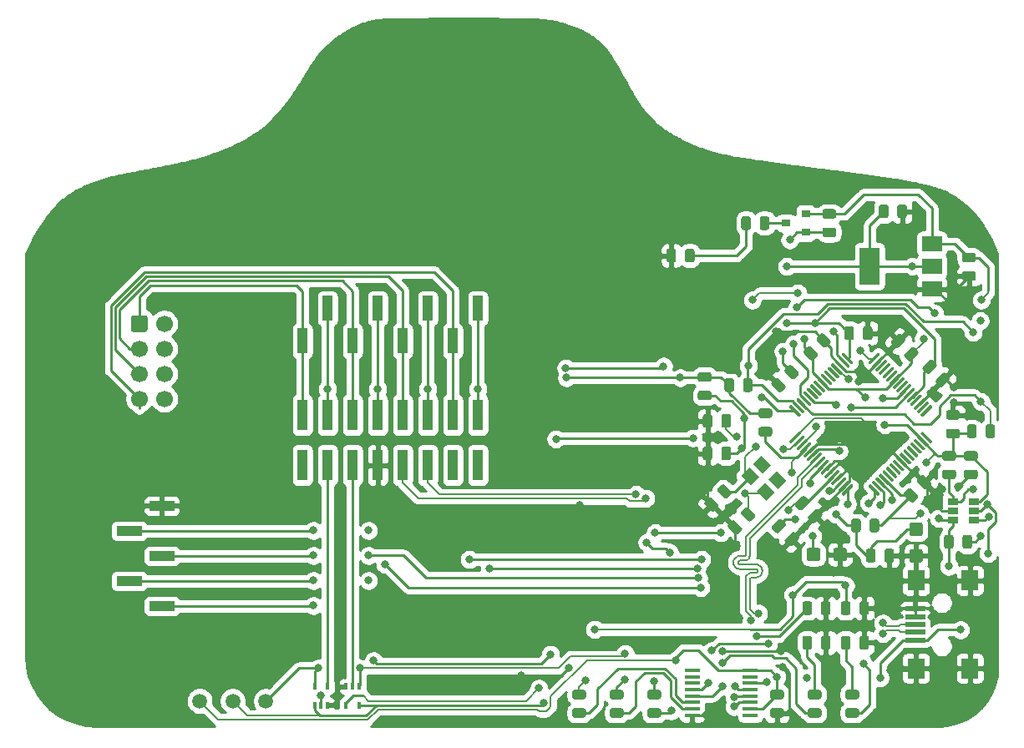
<source format=gtl>
G04 #@! TF.GenerationSoftware,KiCad,Pcbnew,5.1.8*
G04 #@! TF.CreationDate,2020-11-30T22:47:38+01:00*
G04 #@! TF.ProjectId,ml_dev_board,6d6c5f64-6576-45f6-926f-6172642e6b69,rev?*
G04 #@! TF.SameCoordinates,Original*
G04 #@! TF.FileFunction,Copper,L1,Top*
G04 #@! TF.FilePolarity,Positive*
%FSLAX46Y46*%
G04 Gerber Fmt 4.6, Leading zero omitted, Abs format (unit mm)*
G04 Created by KiCad (PCBNEW 5.1.8) date 2020-11-30 22:47:38*
%MOMM*%
%LPD*%
G01*
G04 APERTURE LIST*
G04 #@! TA.AperFunction,SMDPad,CuDef*
%ADD10R,2.000000X0.500000*%
G04 #@! TD*
G04 #@! TA.AperFunction,SMDPad,CuDef*
%ADD11R,1.700000X2.000000*%
G04 #@! TD*
G04 #@! TA.AperFunction,SMDPad,CuDef*
%ADD12R,1.000000X3.150000*%
G04 #@! TD*
G04 #@! TA.AperFunction,SMDPad,CuDef*
%ADD13R,2.510000X1.000000*%
G04 #@! TD*
G04 #@! TA.AperFunction,SMDPad,CuDef*
%ADD14R,0.400000X0.650000*%
G04 #@! TD*
G04 #@! TA.AperFunction,SMDPad,CuDef*
%ADD15R,1.060000X0.650000*%
G04 #@! TD*
G04 #@! TA.AperFunction,SMDPad,CuDef*
%ADD16R,2.000000X3.800000*%
G04 #@! TD*
G04 #@! TA.AperFunction,SMDPad,CuDef*
%ADD17R,2.000000X1.500000*%
G04 #@! TD*
G04 #@! TA.AperFunction,SMDPad,CuDef*
%ADD18R,1.500000X0.450000*%
G04 #@! TD*
G04 #@! TA.AperFunction,SMDPad,CuDef*
%ADD19R,1.000000X2.510000*%
G04 #@! TD*
G04 #@! TA.AperFunction,SMDPad,CuDef*
%ADD20C,0.100000*%
G04 #@! TD*
G04 #@! TA.AperFunction,SMDPad,CuDef*
%ADD21R,0.900000X0.800000*%
G04 #@! TD*
G04 #@! TA.AperFunction,SMDPad,CuDef*
%ADD22C,1.500000*%
G04 #@! TD*
G04 #@! TA.AperFunction,ComponentPad*
%ADD23C,1.700000*%
G04 #@! TD*
G04 #@! TA.AperFunction,ViaPad*
%ADD24C,0.800000*%
G04 #@! TD*
G04 #@! TA.AperFunction,Conductor*
%ADD25C,0.250000*%
G04 #@! TD*
G04 #@! TA.AperFunction,Conductor*
%ADD26C,0.200000*%
G04 #@! TD*
G04 #@! TA.AperFunction,Conductor*
%ADD27C,0.254000*%
G04 #@! TD*
G04 #@! TA.AperFunction,Conductor*
%ADD28C,0.100000*%
G04 #@! TD*
G04 APERTURE END LIST*
D10*
X179100000Y-111200000D03*
X179100000Y-110400000D03*
X179100000Y-109600000D03*
X179100000Y-108800000D03*
X179100000Y-108000000D03*
D11*
X179200000Y-114050000D03*
X184650000Y-114050000D03*
X179200000Y-105150000D03*
X184650000Y-105150000D03*
D12*
X117000000Y-88370000D03*
X119540000Y-88370000D03*
X122080000Y-88370000D03*
X124620000Y-88370000D03*
X127160000Y-88370000D03*
X129700000Y-88370000D03*
X132240000Y-88370000D03*
X134780000Y-88370000D03*
X132240000Y-93450000D03*
X134780000Y-93450000D03*
X117000000Y-93450000D03*
X119540000Y-93450000D03*
X122080000Y-93450000D03*
X124620000Y-93450000D03*
X127160000Y-93450000D03*
X129700000Y-93450000D03*
D13*
X99425000Y-100120000D03*
X99425000Y-105200000D03*
X102735000Y-97580000D03*
X102735000Y-102660000D03*
X102735000Y-107740000D03*
D14*
X122730000Y-115890000D03*
X121430000Y-115890000D03*
X122080000Y-115890000D03*
X121430000Y-117790000D03*
X122730000Y-117790000D03*
X118240000Y-115890000D03*
X119540000Y-115890000D03*
X118890000Y-117790000D03*
X119540000Y-117790000D03*
X118240000Y-117790000D03*
D15*
X182900000Y-97150000D03*
X182900000Y-98100000D03*
X182900000Y-99050000D03*
X185100000Y-99050000D03*
X185100000Y-97150000D03*
X185100000Y-98100000D03*
D16*
X174490000Y-73280000D03*
D17*
X180790000Y-73280000D03*
X180790000Y-70980000D03*
X180790000Y-75580000D03*
D18*
X156498000Y-114251000D03*
X156498000Y-114901000D03*
X156498000Y-115551000D03*
X156498000Y-116201000D03*
X156498000Y-116851000D03*
X156498000Y-117501000D03*
X156498000Y-118151000D03*
X156498000Y-118801000D03*
X162398000Y-118801000D03*
X162398000Y-118151000D03*
X162398000Y-117501000D03*
X162398000Y-116851000D03*
X162398000Y-116201000D03*
X162398000Y-115551000D03*
X162398000Y-114901000D03*
X162398000Y-114251000D03*
D19*
X117000000Y-80855000D03*
X122080000Y-80855000D03*
X127160000Y-80855000D03*
X132240000Y-80855000D03*
X119540000Y-77545000D03*
X124620000Y-77545000D03*
X129700000Y-77545000D03*
X134780000Y-77545000D03*
G04 #@! TA.AperFunction,SMDPad,CuDef*
G36*
G01*
X184293750Y-93900000D02*
X185206250Y-93900000D01*
G75*
G02*
X185450000Y-94143750I0J-243750D01*
G01*
X185450000Y-94631250D01*
G75*
G02*
X185206250Y-94875000I-243750J0D01*
G01*
X184293750Y-94875000D01*
G75*
G02*
X184050000Y-94631250I0J243750D01*
G01*
X184050000Y-94143750D01*
G75*
G02*
X184293750Y-93900000I243750J0D01*
G01*
G37*
G04 #@! TD.AperFunction*
G04 #@! TA.AperFunction,SMDPad,CuDef*
G36*
G01*
X184293750Y-92025000D02*
X185206250Y-92025000D01*
G75*
G02*
X185450000Y-92268750I0J-243750D01*
G01*
X185450000Y-92756250D01*
G75*
G02*
X185206250Y-93000000I-243750J0D01*
G01*
X184293750Y-93000000D01*
G75*
G02*
X184050000Y-92756250I0J243750D01*
G01*
X184050000Y-92268750D01*
G75*
G02*
X184293750Y-92025000I243750J0D01*
G01*
G37*
G04 #@! TD.AperFunction*
G04 #@! TA.AperFunction,SMDPad,CuDef*
G36*
G01*
X184103750Y-73780000D02*
X185016250Y-73780000D01*
G75*
G02*
X185260000Y-74023750I0J-243750D01*
G01*
X185260000Y-74511250D01*
G75*
G02*
X185016250Y-74755000I-243750J0D01*
G01*
X184103750Y-74755000D01*
G75*
G02*
X183860000Y-74511250I0J243750D01*
G01*
X183860000Y-74023750D01*
G75*
G02*
X184103750Y-73780000I243750J0D01*
G01*
G37*
G04 #@! TD.AperFunction*
G04 #@! TA.AperFunction,SMDPad,CuDef*
G36*
G01*
X184103750Y-71905000D02*
X185016250Y-71905000D01*
G75*
G02*
X185260000Y-72148750I0J-243750D01*
G01*
X185260000Y-72636250D01*
G75*
G02*
X185016250Y-72880000I-243750J0D01*
G01*
X184103750Y-72880000D01*
G75*
G02*
X183860000Y-72636250I0J243750D01*
G01*
X183860000Y-72148750D01*
G75*
G02*
X184103750Y-71905000I243750J0D01*
G01*
G37*
G04 #@! TD.AperFunction*
G04 #@! TA.AperFunction,SMDPad,CuDef*
G36*
G01*
X159805010Y-95459755D02*
X160450245Y-96104990D01*
G75*
G02*
X160450245Y-96449704I-172357J-172357D01*
G01*
X160105530Y-96794419D01*
G75*
G02*
X159760816Y-96794419I-172357J172357D01*
G01*
X159115581Y-96149184D01*
G75*
G02*
X159115581Y-95804470I172357J172357D01*
G01*
X159460296Y-95459755D01*
G75*
G02*
X159805010Y-95459755I172357J-172357D01*
G01*
G37*
G04 #@! TD.AperFunction*
G04 #@! TA.AperFunction,SMDPad,CuDef*
G36*
G01*
X158479184Y-96785581D02*
X159124419Y-97430816D01*
G75*
G02*
X159124419Y-97775530I-172357J-172357D01*
G01*
X158779704Y-98120245D01*
G75*
G02*
X158434990Y-98120245I-172357J172357D01*
G01*
X157789755Y-97475010D01*
G75*
G02*
X157789755Y-97130296I172357J172357D01*
G01*
X158134470Y-96785581D01*
G75*
G02*
X158479184Y-96785581I172357J-172357D01*
G01*
G37*
G04 #@! TD.AperFunction*
G04 #@! TA.AperFunction,SMDPad,CuDef*
G36*
G01*
X177300000Y-68166250D02*
X177300000Y-67253750D01*
G75*
G02*
X177543750Y-67010000I243750J0D01*
G01*
X178031250Y-67010000D01*
G75*
G02*
X178275000Y-67253750I0J-243750D01*
G01*
X178275000Y-68166250D01*
G75*
G02*
X178031250Y-68410000I-243750J0D01*
G01*
X177543750Y-68410000D01*
G75*
G02*
X177300000Y-68166250I0J243750D01*
G01*
G37*
G04 #@! TD.AperFunction*
G04 #@! TA.AperFunction,SMDPad,CuDef*
G36*
G01*
X175425000Y-68166250D02*
X175425000Y-67253750D01*
G75*
G02*
X175668750Y-67010000I243750J0D01*
G01*
X176156250Y-67010000D01*
G75*
G02*
X176400000Y-67253750I0J-243750D01*
G01*
X176400000Y-68166250D01*
G75*
G02*
X176156250Y-68410000I-243750J0D01*
G01*
X175668750Y-68410000D01*
G75*
G02*
X175425000Y-68166250I0J243750D01*
G01*
G37*
G04 #@! TD.AperFunction*
G04 #@! TA.AperFunction,SMDPad,CuDef*
G36*
G01*
X160859184Y-99095581D02*
X161504419Y-99740816D01*
G75*
G02*
X161504419Y-100085530I-172357J-172357D01*
G01*
X161159704Y-100430245D01*
G75*
G02*
X160814990Y-100430245I-172357J172357D01*
G01*
X160169755Y-99785010D01*
G75*
G02*
X160169755Y-99440296I172357J172357D01*
G01*
X160514470Y-99095581D01*
G75*
G02*
X160859184Y-99095581I172357J-172357D01*
G01*
G37*
G04 #@! TD.AperFunction*
G04 #@! TA.AperFunction,SMDPad,CuDef*
G36*
G01*
X162185010Y-97769755D02*
X162830245Y-98414990D01*
G75*
G02*
X162830245Y-98759704I-172357J-172357D01*
G01*
X162485530Y-99104419D01*
G75*
G02*
X162140816Y-99104419I-172357J172357D01*
G01*
X161495581Y-98459184D01*
G75*
G02*
X161495581Y-98114470I172357J172357D01*
G01*
X161840296Y-97769755D01*
G75*
G02*
X162185010Y-97769755I172357J-172357D01*
G01*
G37*
G04 #@! TD.AperFunction*
G04 #@! TA.AperFunction,SMDPad,CuDef*
G36*
G01*
X171925000Y-80516250D02*
X171925000Y-79603750D01*
G75*
G02*
X172168750Y-79360000I243750J0D01*
G01*
X172656250Y-79360000D01*
G75*
G02*
X172900000Y-79603750I0J-243750D01*
G01*
X172900000Y-80516250D01*
G75*
G02*
X172656250Y-80760000I-243750J0D01*
G01*
X172168750Y-80760000D01*
G75*
G02*
X171925000Y-80516250I0J243750D01*
G01*
G37*
G04 #@! TD.AperFunction*
G04 #@! TA.AperFunction,SMDPad,CuDef*
G36*
G01*
X173800000Y-80516250D02*
X173800000Y-79603750D01*
G75*
G02*
X174043750Y-79360000I243750J0D01*
G01*
X174531250Y-79360000D01*
G75*
G02*
X174775000Y-79603750I0J-243750D01*
G01*
X174775000Y-80516250D01*
G75*
G02*
X174531250Y-80760000I-243750J0D01*
G01*
X174043750Y-80760000D01*
G75*
G02*
X173800000Y-80516250I0J243750D01*
G01*
G37*
G04 #@! TD.AperFunction*
G04 #@! TA.AperFunction,SMDPad,CuDef*
G36*
G01*
X168295581Y-98600816D02*
X168940816Y-97955581D01*
G75*
G02*
X169285530Y-97955581I172357J-172357D01*
G01*
X169630245Y-98300296D01*
G75*
G02*
X169630245Y-98645010I-172357J-172357D01*
G01*
X168985010Y-99290245D01*
G75*
G02*
X168640296Y-99290245I-172357J172357D01*
G01*
X168295581Y-98945530D01*
G75*
G02*
X168295581Y-98600816I172357J172357D01*
G01*
G37*
G04 #@! TD.AperFunction*
G04 #@! TA.AperFunction,SMDPad,CuDef*
G36*
G01*
X166969755Y-97274990D02*
X167614990Y-96629755D01*
G75*
G02*
X167959704Y-96629755I172357J-172357D01*
G01*
X168304419Y-96974470D01*
G75*
G02*
X168304419Y-97319184I-172357J-172357D01*
G01*
X167659184Y-97964419D01*
G75*
G02*
X167314470Y-97964419I-172357J172357D01*
G01*
X166969755Y-97619704D01*
G75*
G02*
X166969755Y-97274990I172357J172357D01*
G01*
G37*
G04 #@! TD.AperFunction*
G04 #@! TA.AperFunction,SMDPad,CuDef*
G36*
G01*
X179909755Y-83454990D02*
X180554990Y-82809755D01*
G75*
G02*
X180899704Y-82809755I172357J-172357D01*
G01*
X181244419Y-83154470D01*
G75*
G02*
X181244419Y-83499184I-172357J-172357D01*
G01*
X180599184Y-84144419D01*
G75*
G02*
X180254470Y-84144419I-172357J172357D01*
G01*
X179909755Y-83799704D01*
G75*
G02*
X179909755Y-83454990I172357J172357D01*
G01*
G37*
G04 #@! TD.AperFunction*
G04 #@! TA.AperFunction,SMDPad,CuDef*
G36*
G01*
X181235581Y-84780816D02*
X181880816Y-84135581D01*
G75*
G02*
X182225530Y-84135581I172357J-172357D01*
G01*
X182570245Y-84480296D01*
G75*
G02*
X182570245Y-84825010I-172357J-172357D01*
G01*
X181925010Y-85470245D01*
G75*
G02*
X181580296Y-85470245I-172357J172357D01*
G01*
X181235581Y-85125530D01*
G75*
G02*
X181235581Y-84780816I172357J172357D01*
G01*
G37*
G04 #@! TD.AperFunction*
G04 #@! TA.AperFunction,SMDPad,CuDef*
G36*
G01*
X166595010Y-83339755D02*
X167240245Y-83984990D01*
G75*
G02*
X167240245Y-84329704I-172357J-172357D01*
G01*
X166895530Y-84674419D01*
G75*
G02*
X166550816Y-84674419I-172357J172357D01*
G01*
X165905581Y-84029184D01*
G75*
G02*
X165905581Y-83684470I172357J172357D01*
G01*
X166250296Y-83339755D01*
G75*
G02*
X166595010Y-83339755I172357J-172357D01*
G01*
G37*
G04 #@! TD.AperFunction*
G04 #@! TA.AperFunction,SMDPad,CuDef*
G36*
G01*
X165269184Y-84665581D02*
X165914419Y-85310816D01*
G75*
G02*
X165914419Y-85655530I-172357J-172357D01*
G01*
X165569704Y-86000245D01*
G75*
G02*
X165224990Y-86000245I-172357J172357D01*
G01*
X164579755Y-85355010D01*
G75*
G02*
X164579755Y-85010296I172357J172357D01*
G01*
X164924470Y-84665581D01*
G75*
G02*
X165269184Y-84665581I172357J-172357D01*
G01*
G37*
G04 #@! TD.AperFunction*
G04 #@! TA.AperFunction,SMDPad,CuDef*
G36*
G01*
X178664990Y-97180245D02*
X178019755Y-96535010D01*
G75*
G02*
X178019755Y-96190296I172357J172357D01*
G01*
X178364470Y-95845581D01*
G75*
G02*
X178709184Y-95845581I172357J-172357D01*
G01*
X179354419Y-96490816D01*
G75*
G02*
X179354419Y-96835530I-172357J-172357D01*
G01*
X179009704Y-97180245D01*
G75*
G02*
X178664990Y-97180245I-172357J172357D01*
G01*
G37*
G04 #@! TD.AperFunction*
G04 #@! TA.AperFunction,SMDPad,CuDef*
G36*
G01*
X179990816Y-95854419D02*
X179345581Y-95209184D01*
G75*
G02*
X179345581Y-94864470I172357J172357D01*
G01*
X179690296Y-94519755D01*
G75*
G02*
X180035010Y-94519755I172357J-172357D01*
G01*
X180680245Y-95164990D01*
G75*
G02*
X180680245Y-95509704I-172357J-172357D01*
G01*
X180335530Y-95854419D01*
G75*
G02*
X179990816Y-95854419I-172357J172357D01*
G01*
G37*
G04 #@! TD.AperFunction*
G04 #@! TA.AperFunction,SMDPad,CuDef*
G36*
G01*
X183386250Y-90725000D02*
X182473750Y-90725000D01*
G75*
G02*
X182230000Y-90481250I0J243750D01*
G01*
X182230000Y-89993750D01*
G75*
G02*
X182473750Y-89750000I243750J0D01*
G01*
X183386250Y-89750000D01*
G75*
G02*
X183630000Y-89993750I0J-243750D01*
G01*
X183630000Y-90481250D01*
G75*
G02*
X183386250Y-90725000I-243750J0D01*
G01*
G37*
G04 #@! TD.AperFunction*
G04 #@! TA.AperFunction,SMDPad,CuDef*
G36*
G01*
X183386250Y-88850000D02*
X182473750Y-88850000D01*
G75*
G02*
X182230000Y-88606250I0J243750D01*
G01*
X182230000Y-88118750D01*
G75*
G02*
X182473750Y-87875000I243750J0D01*
G01*
X183386250Y-87875000D01*
G75*
G02*
X183630000Y-88118750I0J-243750D01*
G01*
X183630000Y-88606250D01*
G75*
G02*
X183386250Y-88850000I-243750J0D01*
G01*
G37*
G04 #@! TD.AperFunction*
G04 #@! TA.AperFunction,SMDPad,CuDef*
G36*
G01*
X179380245Y-82205010D02*
X178735010Y-82850245D01*
G75*
G02*
X178390296Y-82850245I-172357J172357D01*
G01*
X178045581Y-82505530D01*
G75*
G02*
X178045581Y-82160816I172357J172357D01*
G01*
X178690816Y-81515581D01*
G75*
G02*
X179035530Y-81515581I172357J-172357D01*
G01*
X179380245Y-81860296D01*
G75*
G02*
X179380245Y-82205010I-172357J-172357D01*
G01*
G37*
G04 #@! TD.AperFunction*
G04 #@! TA.AperFunction,SMDPad,CuDef*
G36*
G01*
X178054419Y-80879184D02*
X177409184Y-81524419D01*
G75*
G02*
X177064470Y-81524419I-172357J172357D01*
G01*
X176719755Y-81179704D01*
G75*
G02*
X176719755Y-80834990I172357J172357D01*
G01*
X177364990Y-80189755D01*
G75*
G02*
X177709704Y-80189755I172357J-172357D01*
G01*
X178054419Y-80534470D01*
G75*
G02*
X178054419Y-80879184I-172357J-172357D01*
G01*
G37*
G04 #@! TD.AperFunction*
G04 #@! TA.AperFunction,SMDPad,CuDef*
G36*
G01*
X169810816Y-81464419D02*
X169165581Y-80819184D01*
G75*
G02*
X169165581Y-80474470I172357J172357D01*
G01*
X169510296Y-80129755D01*
G75*
G02*
X169855010Y-80129755I172357J-172357D01*
G01*
X170500245Y-80774990D01*
G75*
G02*
X170500245Y-81119704I-172357J-172357D01*
G01*
X170155530Y-81464419D01*
G75*
G02*
X169810816Y-81464419I-172357J172357D01*
G01*
G37*
G04 #@! TD.AperFunction*
G04 #@! TA.AperFunction,SMDPad,CuDef*
G36*
G01*
X168484990Y-82790245D02*
X167839755Y-82145010D01*
G75*
G02*
X167839755Y-81800296I172357J172357D01*
G01*
X168184470Y-81455581D01*
G75*
G02*
X168529184Y-81455581I172357J-172357D01*
G01*
X169174419Y-82100816D01*
G75*
G02*
X169174419Y-82445530I-172357J-172357D01*
G01*
X168829704Y-82790245D01*
G75*
G02*
X168484990Y-82790245I-172357J172357D01*
G01*
G37*
G04 #@! TD.AperFunction*
G04 #@! TA.AperFunction,SMDPad,CuDef*
G36*
G01*
X164643750Y-118096000D02*
X165556250Y-118096000D01*
G75*
G02*
X165800000Y-118339750I0J-243750D01*
G01*
X165800000Y-118827250D01*
G75*
G02*
X165556250Y-119071000I-243750J0D01*
G01*
X164643750Y-119071000D01*
G75*
G02*
X164400000Y-118827250I0J243750D01*
G01*
X164400000Y-118339750D01*
G75*
G02*
X164643750Y-118096000I243750J0D01*
G01*
G37*
G04 #@! TD.AperFunction*
G04 #@! TA.AperFunction,SMDPad,CuDef*
G36*
G01*
X164643750Y-116221000D02*
X165556250Y-116221000D01*
G75*
G02*
X165800000Y-116464750I0J-243750D01*
G01*
X165800000Y-116952250D01*
G75*
G02*
X165556250Y-117196000I-243750J0D01*
G01*
X164643750Y-117196000D01*
G75*
G02*
X164400000Y-116952250I0J243750D01*
G01*
X164400000Y-116464750D01*
G75*
G02*
X164643750Y-116221000I243750J0D01*
G01*
G37*
G04 #@! TD.AperFunction*
G04 #@! TA.AperFunction,SMDPad,CuDef*
G36*
G01*
X172550000Y-110997750D02*
X172550000Y-111910250D01*
G75*
G02*
X172306250Y-112154000I-243750J0D01*
G01*
X171818750Y-112154000D01*
G75*
G02*
X171575000Y-111910250I0J243750D01*
G01*
X171575000Y-110997750D01*
G75*
G02*
X171818750Y-110754000I243750J0D01*
G01*
X172306250Y-110754000D01*
G75*
G02*
X172550000Y-110997750I0J-243750D01*
G01*
G37*
G04 #@! TD.AperFunction*
G04 #@! TA.AperFunction,SMDPad,CuDef*
G36*
G01*
X174425000Y-110997750D02*
X174425000Y-111910250D01*
G75*
G02*
X174181250Y-112154000I-243750J0D01*
G01*
X173693750Y-112154000D01*
G75*
G02*
X173450000Y-111910250I0J243750D01*
G01*
X173450000Y-110997750D01*
G75*
G02*
X173693750Y-110754000I243750J0D01*
G01*
X174181250Y-110754000D01*
G75*
G02*
X174425000Y-110997750I0J-243750D01*
G01*
G37*
G04 #@! TD.AperFunction*
G04 #@! TA.AperFunction,SMDPad,CuDef*
G36*
G01*
X170525000Y-110997750D02*
X170525000Y-111910250D01*
G75*
G02*
X170281250Y-112154000I-243750J0D01*
G01*
X169793750Y-112154000D01*
G75*
G02*
X169550000Y-111910250I0J243750D01*
G01*
X169550000Y-110997750D01*
G75*
G02*
X169793750Y-110754000I243750J0D01*
G01*
X170281250Y-110754000D01*
G75*
G02*
X170525000Y-110997750I0J-243750D01*
G01*
G37*
G04 #@! TD.AperFunction*
G04 #@! TA.AperFunction,SMDPad,CuDef*
G36*
G01*
X168650000Y-110997750D02*
X168650000Y-111910250D01*
G75*
G02*
X168406250Y-112154000I-243750J0D01*
G01*
X167918750Y-112154000D01*
G75*
G02*
X167675000Y-111910250I0J243750D01*
G01*
X167675000Y-110997750D01*
G75*
G02*
X167918750Y-110754000I243750J0D01*
G01*
X168406250Y-110754000D01*
G75*
G02*
X168650000Y-110997750I0J-243750D01*
G01*
G37*
G04 #@! TD.AperFunction*
G04 #@! TA.AperFunction,SMDPad,CuDef*
G36*
G01*
X174425000Y-107497750D02*
X174425000Y-108410250D01*
G75*
G02*
X174181250Y-108654000I-243750J0D01*
G01*
X173693750Y-108654000D01*
G75*
G02*
X173450000Y-108410250I0J243750D01*
G01*
X173450000Y-107497750D01*
G75*
G02*
X173693750Y-107254000I243750J0D01*
G01*
X174181250Y-107254000D01*
G75*
G02*
X174425000Y-107497750I0J-243750D01*
G01*
G37*
G04 #@! TD.AperFunction*
G04 #@! TA.AperFunction,SMDPad,CuDef*
G36*
G01*
X172550000Y-107497750D02*
X172550000Y-108410250D01*
G75*
G02*
X172306250Y-108654000I-243750J0D01*
G01*
X171818750Y-108654000D01*
G75*
G02*
X171575000Y-108410250I0J243750D01*
G01*
X171575000Y-107497750D01*
G75*
G02*
X171818750Y-107254000I243750J0D01*
G01*
X172306250Y-107254000D01*
G75*
G02*
X172550000Y-107497750I0J-243750D01*
G01*
G37*
G04 #@! TD.AperFunction*
G04 #@! TA.AperFunction,SMDPad,CuDef*
G36*
G01*
X168650000Y-107497750D02*
X168650000Y-108410250D01*
G75*
G02*
X168406250Y-108654000I-243750J0D01*
G01*
X167918750Y-108654000D01*
G75*
G02*
X167675000Y-108410250I0J243750D01*
G01*
X167675000Y-107497750D01*
G75*
G02*
X167918750Y-107254000I243750J0D01*
G01*
X168406250Y-107254000D01*
G75*
G02*
X168650000Y-107497750I0J-243750D01*
G01*
G37*
G04 #@! TD.AperFunction*
G04 #@! TA.AperFunction,SMDPad,CuDef*
G36*
G01*
X170525000Y-107497750D02*
X170525000Y-108410250D01*
G75*
G02*
X170281250Y-108654000I-243750J0D01*
G01*
X169793750Y-108654000D01*
G75*
G02*
X169550000Y-108410250I0J243750D01*
G01*
X169550000Y-107497750D01*
G75*
G02*
X169793750Y-107254000I243750J0D01*
G01*
X170281250Y-107254000D01*
G75*
G02*
X170525000Y-107497750I0J-243750D01*
G01*
G37*
G04 #@! TD.AperFunction*
G04 #@! TA.AperFunction,SMDPad,CuDef*
G36*
G01*
X161650000Y-85786250D02*
X161650000Y-84873750D01*
G75*
G02*
X161893750Y-84630000I243750J0D01*
G01*
X162381250Y-84630000D01*
G75*
G02*
X162625000Y-84873750I0J-243750D01*
G01*
X162625000Y-85786250D01*
G75*
G02*
X162381250Y-86030000I-243750J0D01*
G01*
X161893750Y-86030000D01*
G75*
G02*
X161650000Y-85786250I0J243750D01*
G01*
G37*
G04 #@! TD.AperFunction*
G04 #@! TA.AperFunction,SMDPad,CuDef*
G36*
G01*
X159775000Y-85786250D02*
X159775000Y-84873750D01*
G75*
G02*
X160018750Y-84630000I243750J0D01*
G01*
X160506250Y-84630000D01*
G75*
G02*
X160750000Y-84873750I0J-243750D01*
G01*
X160750000Y-85786250D01*
G75*
G02*
X160506250Y-86030000I-243750J0D01*
G01*
X160018750Y-86030000D01*
G75*
G02*
X159775000Y-85786250I0J243750D01*
G01*
G37*
G04 #@! TD.AperFunction*
G04 #@! TA.AperFunction,SMDPad,CuDef*
G36*
G01*
X184365000Y-90466250D02*
X184365000Y-89553750D01*
G75*
G02*
X184608750Y-89310000I243750J0D01*
G01*
X185096250Y-89310000D01*
G75*
G02*
X185340000Y-89553750I0J-243750D01*
G01*
X185340000Y-90466250D01*
G75*
G02*
X185096250Y-90710000I-243750J0D01*
G01*
X184608750Y-90710000D01*
G75*
G02*
X184365000Y-90466250I0J243750D01*
G01*
G37*
G04 #@! TD.AperFunction*
G04 #@! TA.AperFunction,SMDPad,CuDef*
G36*
G01*
X186240000Y-90466250D02*
X186240000Y-89553750D01*
G75*
G02*
X186483750Y-89310000I243750J0D01*
G01*
X186971250Y-89310000D01*
G75*
G02*
X187215000Y-89553750I0J-243750D01*
G01*
X187215000Y-90466250D01*
G75*
G02*
X186971250Y-90710000I-243750J0D01*
G01*
X186483750Y-90710000D01*
G75*
G02*
X186240000Y-90466250I0J243750D01*
G01*
G37*
G04 #@! TD.AperFunction*
G04 #@! TA.AperFunction,SMDPad,CuDef*
G36*
G01*
X182093750Y-93900000D02*
X183006250Y-93900000D01*
G75*
G02*
X183250000Y-94143750I0J-243750D01*
G01*
X183250000Y-94631250D01*
G75*
G02*
X183006250Y-94875000I-243750J0D01*
G01*
X182093750Y-94875000D01*
G75*
G02*
X181850000Y-94631250I0J243750D01*
G01*
X181850000Y-94143750D01*
G75*
G02*
X182093750Y-93900000I243750J0D01*
G01*
G37*
G04 #@! TD.AperFunction*
G04 #@! TA.AperFunction,SMDPad,CuDef*
G36*
G01*
X182093750Y-92025000D02*
X183006250Y-92025000D01*
G75*
G02*
X183250000Y-92268750I0J-243750D01*
G01*
X183250000Y-92756250D01*
G75*
G02*
X183006250Y-93000000I-243750J0D01*
G01*
X182093750Y-93000000D01*
G75*
G02*
X181850000Y-92756250I0J243750D01*
G01*
X181850000Y-92268750D01*
G75*
G02*
X182093750Y-92025000I243750J0D01*
G01*
G37*
G04 #@! TD.AperFunction*
G04 #@! TA.AperFunction,SMDPad,CuDef*
G36*
G01*
X182035000Y-101676250D02*
X182035000Y-100763750D01*
G75*
G02*
X182278750Y-100520000I243750J0D01*
G01*
X182766250Y-100520000D01*
G75*
G02*
X183010000Y-100763750I0J-243750D01*
G01*
X183010000Y-101676250D01*
G75*
G02*
X182766250Y-101920000I-243750J0D01*
G01*
X182278750Y-101920000D01*
G75*
G02*
X182035000Y-101676250I0J243750D01*
G01*
G37*
G04 #@! TD.AperFunction*
G04 #@! TA.AperFunction,SMDPad,CuDef*
G36*
G01*
X183910000Y-101676250D02*
X183910000Y-100763750D01*
G75*
G02*
X184153750Y-100520000I243750J0D01*
G01*
X184641250Y-100520000D01*
G75*
G02*
X184885000Y-100763750I0J-243750D01*
G01*
X184885000Y-101676250D01*
G75*
G02*
X184641250Y-101920000I-243750J0D01*
G01*
X184153750Y-101920000D01*
G75*
G02*
X183910000Y-101676250I0J243750D01*
G01*
G37*
G04 #@! TD.AperFunction*
G04 #@! TA.AperFunction,SMDPad,CuDef*
G36*
G01*
X158550000Y-88503750D02*
X158550000Y-89416250D01*
G75*
G02*
X158306250Y-89660000I-243750J0D01*
G01*
X157818750Y-89660000D01*
G75*
G02*
X157575000Y-89416250I0J243750D01*
G01*
X157575000Y-88503750D01*
G75*
G02*
X157818750Y-88260000I243750J0D01*
G01*
X158306250Y-88260000D01*
G75*
G02*
X158550000Y-88503750I0J-243750D01*
G01*
G37*
G04 #@! TD.AperFunction*
G04 #@! TA.AperFunction,SMDPad,CuDef*
G36*
G01*
X160425000Y-88503750D02*
X160425000Y-89416250D01*
G75*
G02*
X160181250Y-89660000I-243750J0D01*
G01*
X159693750Y-89660000D01*
G75*
G02*
X159450000Y-89416250I0J243750D01*
G01*
X159450000Y-88503750D01*
G75*
G02*
X159693750Y-88260000I243750J0D01*
G01*
X160181250Y-88260000D01*
G75*
G02*
X160425000Y-88503750I0J-243750D01*
G01*
G37*
G04 #@! TD.AperFunction*
G04 #@! TA.AperFunction,SMDPad,CuDef*
G36*
G01*
X158226250Y-86865000D02*
X157313750Y-86865000D01*
G75*
G02*
X157070000Y-86621250I0J243750D01*
G01*
X157070000Y-86133750D01*
G75*
G02*
X157313750Y-85890000I243750J0D01*
G01*
X158226250Y-85890000D01*
G75*
G02*
X158470000Y-86133750I0J-243750D01*
G01*
X158470000Y-86621250D01*
G75*
G02*
X158226250Y-86865000I-243750J0D01*
G01*
G37*
G04 #@! TD.AperFunction*
G04 #@! TA.AperFunction,SMDPad,CuDef*
G36*
G01*
X158226250Y-84990000D02*
X157313750Y-84990000D01*
G75*
G02*
X157070000Y-84746250I0J243750D01*
G01*
X157070000Y-84258750D01*
G75*
G02*
X157313750Y-84015000I243750J0D01*
G01*
X158226250Y-84015000D01*
G75*
G02*
X158470000Y-84258750I0J-243750D01*
G01*
X158470000Y-84746250D01*
G75*
G02*
X158226250Y-84990000I-243750J0D01*
G01*
G37*
G04 #@! TD.AperFunction*
G04 #@! TA.AperFunction,SMDPad,CuDef*
G36*
G01*
X158550000Y-91793750D02*
X158550000Y-92706250D01*
G75*
G02*
X158306250Y-92950000I-243750J0D01*
G01*
X157818750Y-92950000D01*
G75*
G02*
X157575000Y-92706250I0J243750D01*
G01*
X157575000Y-91793750D01*
G75*
G02*
X157818750Y-91550000I243750J0D01*
G01*
X158306250Y-91550000D01*
G75*
G02*
X158550000Y-91793750I0J-243750D01*
G01*
G37*
G04 #@! TD.AperFunction*
G04 #@! TA.AperFunction,SMDPad,CuDef*
G36*
G01*
X160425000Y-91793750D02*
X160425000Y-92706250D01*
G75*
G02*
X160181250Y-92950000I-243750J0D01*
G01*
X159693750Y-92950000D01*
G75*
G02*
X159450000Y-92706250I0J243750D01*
G01*
X159450000Y-91793750D01*
G75*
G02*
X159693750Y-91550000I243750J0D01*
G01*
X160181250Y-91550000D01*
G75*
G02*
X160425000Y-91793750I0J-243750D01*
G01*
G37*
G04 #@! TD.AperFunction*
G04 #@! TA.AperFunction,SMDPad,CuDef*
G36*
G01*
X153110250Y-119071000D02*
X152197750Y-119071000D01*
G75*
G02*
X151954000Y-118827250I0J243750D01*
G01*
X151954000Y-118339750D01*
G75*
G02*
X152197750Y-118096000I243750J0D01*
G01*
X153110250Y-118096000D01*
G75*
G02*
X153354000Y-118339750I0J-243750D01*
G01*
X153354000Y-118827250D01*
G75*
G02*
X153110250Y-119071000I-243750J0D01*
G01*
G37*
G04 #@! TD.AperFunction*
G04 #@! TA.AperFunction,SMDPad,CuDef*
G36*
G01*
X153110250Y-117196000D02*
X152197750Y-117196000D01*
G75*
G02*
X151954000Y-116952250I0J243750D01*
G01*
X151954000Y-116464750D01*
G75*
G02*
X152197750Y-116221000I243750J0D01*
G01*
X153110250Y-116221000D01*
G75*
G02*
X153354000Y-116464750I0J-243750D01*
G01*
X153354000Y-116952250D01*
G75*
G02*
X153110250Y-117196000I-243750J0D01*
G01*
G37*
G04 #@! TD.AperFunction*
G04 #@! TA.AperFunction,SMDPad,CuDef*
G36*
G01*
X173176250Y-117196000D02*
X172263750Y-117196000D01*
G75*
G02*
X172020000Y-116952250I0J243750D01*
G01*
X172020000Y-116464750D01*
G75*
G02*
X172263750Y-116221000I243750J0D01*
G01*
X173176250Y-116221000D01*
G75*
G02*
X173420000Y-116464750I0J-243750D01*
G01*
X173420000Y-116952250D01*
G75*
G02*
X173176250Y-117196000I-243750J0D01*
G01*
G37*
G04 #@! TD.AperFunction*
G04 #@! TA.AperFunction,SMDPad,CuDef*
G36*
G01*
X173176250Y-119071000D02*
X172263750Y-119071000D01*
G75*
G02*
X172020000Y-118827250I0J243750D01*
G01*
X172020000Y-118339750D01*
G75*
G02*
X172263750Y-118096000I243750J0D01*
G01*
X173176250Y-118096000D01*
G75*
G02*
X173420000Y-118339750I0J-243750D01*
G01*
X173420000Y-118827250D01*
G75*
G02*
X173176250Y-119071000I-243750J0D01*
G01*
G37*
G04 #@! TD.AperFunction*
G04 #@! TA.AperFunction,SMDPad,CuDef*
G36*
G01*
X169366250Y-119071000D02*
X168453750Y-119071000D01*
G75*
G02*
X168210000Y-118827250I0J243750D01*
G01*
X168210000Y-118339750D01*
G75*
G02*
X168453750Y-118096000I243750J0D01*
G01*
X169366250Y-118096000D01*
G75*
G02*
X169610000Y-118339750I0J-243750D01*
G01*
X169610000Y-118827250D01*
G75*
G02*
X169366250Y-119071000I-243750J0D01*
G01*
G37*
G04 #@! TD.AperFunction*
G04 #@! TA.AperFunction,SMDPad,CuDef*
G36*
G01*
X169366250Y-117196000D02*
X168453750Y-117196000D01*
G75*
G02*
X168210000Y-116952250I0J243750D01*
G01*
X168210000Y-116464750D01*
G75*
G02*
X168453750Y-116221000I243750J0D01*
G01*
X169366250Y-116221000D01*
G75*
G02*
X169610000Y-116464750I0J-243750D01*
G01*
X169610000Y-116952250D01*
G75*
G02*
X169366250Y-117196000I-243750J0D01*
G01*
G37*
G04 #@! TD.AperFunction*
G04 #@! TA.AperFunction,SMDPad,CuDef*
G36*
G01*
X145490250Y-117196000D02*
X144577750Y-117196000D01*
G75*
G02*
X144334000Y-116952250I0J243750D01*
G01*
X144334000Y-116464750D01*
G75*
G02*
X144577750Y-116221000I243750J0D01*
G01*
X145490250Y-116221000D01*
G75*
G02*
X145734000Y-116464750I0J-243750D01*
G01*
X145734000Y-116952250D01*
G75*
G02*
X145490250Y-117196000I-243750J0D01*
G01*
G37*
G04 #@! TD.AperFunction*
G04 #@! TA.AperFunction,SMDPad,CuDef*
G36*
G01*
X145490250Y-119071000D02*
X144577750Y-119071000D01*
G75*
G02*
X144334000Y-118827250I0J243750D01*
G01*
X144334000Y-118339750D01*
G75*
G02*
X144577750Y-118096000I243750J0D01*
G01*
X145490250Y-118096000D01*
G75*
G02*
X145734000Y-118339750I0J-243750D01*
G01*
X145734000Y-118827250D01*
G75*
G02*
X145490250Y-119071000I-243750J0D01*
G01*
G37*
G04 #@! TD.AperFunction*
G04 #@! TA.AperFunction,SMDPad,CuDef*
G36*
G01*
X149300250Y-119071000D02*
X148387750Y-119071000D01*
G75*
G02*
X148144000Y-118827250I0J243750D01*
G01*
X148144000Y-118339750D01*
G75*
G02*
X148387750Y-118096000I243750J0D01*
G01*
X149300250Y-118096000D01*
G75*
G02*
X149544000Y-118339750I0J-243750D01*
G01*
X149544000Y-118827250D01*
G75*
G02*
X149300250Y-119071000I-243750J0D01*
G01*
G37*
G04 #@! TD.AperFunction*
G04 #@! TA.AperFunction,SMDPad,CuDef*
G36*
G01*
X149300250Y-117196000D02*
X148387750Y-117196000D01*
G75*
G02*
X148144000Y-116952250I0J243750D01*
G01*
X148144000Y-116464750D01*
G75*
G02*
X148387750Y-116221000I243750J0D01*
G01*
X149300250Y-116221000D01*
G75*
G02*
X149544000Y-116464750I0J-243750D01*
G01*
X149544000Y-116952250D01*
G75*
G02*
X149300250Y-117196000I-243750J0D01*
G01*
G37*
G04 #@! TD.AperFunction*
G04 #@! TA.AperFunction,SMDPad,CuDef*
D20*
G36*
X161451903Y-94512512D02*
G01*
X162300431Y-93663984D01*
X163290381Y-94653934D01*
X162441853Y-95502462D01*
X161451903Y-94512512D01*
G37*
G04 #@! TD.AperFunction*
G04 #@! TA.AperFunction,SMDPad,CuDef*
G36*
X163007538Y-96068147D02*
G01*
X163856066Y-95219619D01*
X164846016Y-96209569D01*
X163997488Y-97058097D01*
X163007538Y-96068147D01*
G37*
G04 #@! TD.AperFunction*
G04 #@! TA.AperFunction,SMDPad,CuDef*
G36*
X164209619Y-94866066D02*
G01*
X165058147Y-94017538D01*
X166048097Y-95007488D01*
X165199569Y-95856016D01*
X164209619Y-94866066D01*
G37*
G04 #@! TD.AperFunction*
G04 #@! TA.AperFunction,SMDPad,CuDef*
G36*
X162653984Y-93310431D02*
G01*
X163502512Y-92461903D01*
X164492462Y-93451853D01*
X163643934Y-94300381D01*
X162653984Y-93310431D01*
G37*
G04 #@! TD.AperFunction*
G04 #@! TA.AperFunction,SMDPad,CuDef*
G36*
G01*
X175990000Y-103086250D02*
X175990000Y-102173750D01*
G75*
G02*
X176233750Y-101930000I243750J0D01*
G01*
X176721250Y-101930000D01*
G75*
G02*
X176965000Y-102173750I0J-243750D01*
G01*
X176965000Y-103086250D01*
G75*
G02*
X176721250Y-103330000I-243750J0D01*
G01*
X176233750Y-103330000D01*
G75*
G02*
X175990000Y-103086250I0J243750D01*
G01*
G37*
G04 #@! TD.AperFunction*
G04 #@! TA.AperFunction,SMDPad,CuDef*
G36*
G01*
X174115000Y-103086250D02*
X174115000Y-102173750D01*
G75*
G02*
X174358750Y-101930000I243750J0D01*
G01*
X174846250Y-101930000D01*
G75*
G02*
X175090000Y-102173750I0J-243750D01*
G01*
X175090000Y-103086250D01*
G75*
G02*
X174846250Y-103330000I-243750J0D01*
G01*
X174358750Y-103330000D01*
G75*
G02*
X174115000Y-103086250I0J243750D01*
G01*
G37*
G04 #@! TD.AperFunction*
G04 #@! TA.AperFunction,SMDPad,CuDef*
G36*
G01*
X164619755Y-99604990D02*
X165264990Y-98959755D01*
G75*
G02*
X165609704Y-98959755I172357J-172357D01*
G01*
X165954419Y-99304470D01*
G75*
G02*
X165954419Y-99649184I-172357J-172357D01*
G01*
X165309184Y-100294419D01*
G75*
G02*
X164964470Y-100294419I-172357J172357D01*
G01*
X164619755Y-99949704D01*
G75*
G02*
X164619755Y-99604990I172357J172357D01*
G01*
G37*
G04 #@! TD.AperFunction*
G04 #@! TA.AperFunction,SMDPad,CuDef*
G36*
G01*
X165945581Y-100930816D02*
X166590816Y-100285581D01*
G75*
G02*
X166935530Y-100285581I172357J-172357D01*
G01*
X167280245Y-100630296D01*
G75*
G02*
X167280245Y-100975010I-172357J-172357D01*
G01*
X166635010Y-101620245D01*
G75*
G02*
X166290296Y-101620245I-172357J172357D01*
G01*
X165945581Y-101275530D01*
G75*
G02*
X165945581Y-100930816I172357J172357D01*
G01*
G37*
G04 #@! TD.AperFunction*
G04 #@! TA.AperFunction,SMDPad,CuDef*
G36*
G01*
X174490000Y-100026250D02*
X174490000Y-99113750D01*
G75*
G02*
X174733750Y-98870000I243750J0D01*
G01*
X175221250Y-98870000D01*
G75*
G02*
X175465000Y-99113750I0J-243750D01*
G01*
X175465000Y-100026250D01*
G75*
G02*
X175221250Y-100270000I-243750J0D01*
G01*
X174733750Y-100270000D01*
G75*
G02*
X174490000Y-100026250I0J243750D01*
G01*
G37*
G04 #@! TD.AperFunction*
G04 #@! TA.AperFunction,SMDPad,CuDef*
G36*
G01*
X172615000Y-100026250D02*
X172615000Y-99113750D01*
G75*
G02*
X172858750Y-98870000I243750J0D01*
G01*
X173346250Y-98870000D01*
G75*
G02*
X173590000Y-99113750I0J-243750D01*
G01*
X173590000Y-100026250D01*
G75*
G02*
X173346250Y-100270000I-243750J0D01*
G01*
X172858750Y-100270000D01*
G75*
G02*
X172615000Y-100026250I0J243750D01*
G01*
G37*
G04 #@! TD.AperFunction*
G04 #@! TA.AperFunction,SMDPad,CuDef*
G36*
G01*
X164376250Y-90545000D02*
X163463750Y-90545000D01*
G75*
G02*
X163220000Y-90301250I0J243750D01*
G01*
X163220000Y-89813750D01*
G75*
G02*
X163463750Y-89570000I243750J0D01*
G01*
X164376250Y-89570000D01*
G75*
G02*
X164620000Y-89813750I0J-243750D01*
G01*
X164620000Y-90301250D01*
G75*
G02*
X164376250Y-90545000I-243750J0D01*
G01*
G37*
G04 #@! TD.AperFunction*
G04 #@! TA.AperFunction,SMDPad,CuDef*
G36*
G01*
X164376250Y-88670000D02*
X163463750Y-88670000D01*
G75*
G02*
X163220000Y-88426250I0J243750D01*
G01*
X163220000Y-87938750D01*
G75*
G02*
X163463750Y-87695000I243750J0D01*
G01*
X164376250Y-87695000D01*
G75*
G02*
X164620000Y-87938750I0J-243750D01*
G01*
X164620000Y-88426250D01*
G75*
G02*
X164376250Y-88670000I-243750J0D01*
G01*
G37*
G04 #@! TD.AperFunction*
G04 #@! TA.AperFunction,SMDPad,CuDef*
G36*
G01*
X166475899Y-91226866D02*
X166369833Y-91120800D01*
G75*
G02*
X166369833Y-91014734I53033J53033D01*
G01*
X167306749Y-90077818D01*
G75*
G02*
X167412815Y-90077818I53033J-53033D01*
G01*
X167518881Y-90183884D01*
G75*
G02*
X167518881Y-90289950I-53033J-53033D01*
G01*
X166581965Y-91226866D01*
G75*
G02*
X166475899Y-91226866I-53033J53033D01*
G01*
G37*
G04 #@! TD.AperFunction*
G04 #@! TA.AperFunction,SMDPad,CuDef*
G36*
G01*
X166829453Y-91580419D02*
X166723387Y-91474353D01*
G75*
G02*
X166723387Y-91368287I53033J53033D01*
G01*
X167660303Y-90431371D01*
G75*
G02*
X167766369Y-90431371I53033J-53033D01*
G01*
X167872435Y-90537437D01*
G75*
G02*
X167872435Y-90643503I-53033J-53033D01*
G01*
X166935519Y-91580419D01*
G75*
G02*
X166829453Y-91580419I-53033J53033D01*
G01*
G37*
G04 #@! TD.AperFunction*
G04 #@! TA.AperFunction,SMDPad,CuDef*
G36*
G01*
X167183006Y-91933973D02*
X167076940Y-91827907D01*
G75*
G02*
X167076940Y-91721841I53033J53033D01*
G01*
X168013856Y-90784925D01*
G75*
G02*
X168119922Y-90784925I53033J-53033D01*
G01*
X168225988Y-90890991D01*
G75*
G02*
X168225988Y-90997057I-53033J-53033D01*
G01*
X167289072Y-91933973D01*
G75*
G02*
X167183006Y-91933973I-53033J53033D01*
G01*
G37*
G04 #@! TD.AperFunction*
G04 #@! TA.AperFunction,SMDPad,CuDef*
G36*
G01*
X167536560Y-92287526D02*
X167430494Y-92181460D01*
G75*
G02*
X167430494Y-92075394I53033J53033D01*
G01*
X168367410Y-91138478D01*
G75*
G02*
X168473476Y-91138478I53033J-53033D01*
G01*
X168579542Y-91244544D01*
G75*
G02*
X168579542Y-91350610I-53033J-53033D01*
G01*
X167642626Y-92287526D01*
G75*
G02*
X167536560Y-92287526I-53033J53033D01*
G01*
G37*
G04 #@! TD.AperFunction*
G04 #@! TA.AperFunction,SMDPad,CuDef*
G36*
G01*
X167890113Y-92641079D02*
X167784047Y-92535013D01*
G75*
G02*
X167784047Y-92428947I53033J53033D01*
G01*
X168720963Y-91492031D01*
G75*
G02*
X168827029Y-91492031I53033J-53033D01*
G01*
X168933095Y-91598097D01*
G75*
G02*
X168933095Y-91704163I-53033J-53033D01*
G01*
X167996179Y-92641079D01*
G75*
G02*
X167890113Y-92641079I-53033J53033D01*
G01*
G37*
G04 #@! TD.AperFunction*
G04 #@! TA.AperFunction,SMDPad,CuDef*
G36*
G01*
X168243666Y-92994633D02*
X168137600Y-92888567D01*
G75*
G02*
X168137600Y-92782501I53033J53033D01*
G01*
X169074516Y-91845585D01*
G75*
G02*
X169180582Y-91845585I53033J-53033D01*
G01*
X169286648Y-91951651D01*
G75*
G02*
X169286648Y-92057717I-53033J-53033D01*
G01*
X168349732Y-92994633D01*
G75*
G02*
X168243666Y-92994633I-53033J53033D01*
G01*
G37*
G04 #@! TD.AperFunction*
G04 #@! TA.AperFunction,SMDPad,CuDef*
G36*
G01*
X168597220Y-93348186D02*
X168491154Y-93242120D01*
G75*
G02*
X168491154Y-93136054I53033J53033D01*
G01*
X169428070Y-92199138D01*
G75*
G02*
X169534136Y-92199138I53033J-53033D01*
G01*
X169640202Y-92305204D01*
G75*
G02*
X169640202Y-92411270I-53033J-53033D01*
G01*
X168703286Y-93348186D01*
G75*
G02*
X168597220Y-93348186I-53033J53033D01*
G01*
G37*
G04 #@! TD.AperFunction*
G04 #@! TA.AperFunction,SMDPad,CuDef*
G36*
G01*
X168950773Y-93701739D02*
X168844707Y-93595673D01*
G75*
G02*
X168844707Y-93489607I53033J53033D01*
G01*
X169781623Y-92552691D01*
G75*
G02*
X169887689Y-92552691I53033J-53033D01*
G01*
X169993755Y-92658757D01*
G75*
G02*
X169993755Y-92764823I-53033J-53033D01*
G01*
X169056839Y-93701739D01*
G75*
G02*
X168950773Y-93701739I-53033J53033D01*
G01*
G37*
G04 #@! TD.AperFunction*
G04 #@! TA.AperFunction,SMDPad,CuDef*
G36*
G01*
X169304327Y-94055293D02*
X169198261Y-93949227D01*
G75*
G02*
X169198261Y-93843161I53033J53033D01*
G01*
X170135177Y-92906245D01*
G75*
G02*
X170241243Y-92906245I53033J-53033D01*
G01*
X170347309Y-93012311D01*
G75*
G02*
X170347309Y-93118377I-53033J-53033D01*
G01*
X169410393Y-94055293D01*
G75*
G02*
X169304327Y-94055293I-53033J53033D01*
G01*
G37*
G04 #@! TD.AperFunction*
G04 #@! TA.AperFunction,SMDPad,CuDef*
G36*
G01*
X169657880Y-94408846D02*
X169551814Y-94302780D01*
G75*
G02*
X169551814Y-94196714I53033J53033D01*
G01*
X170488730Y-93259798D01*
G75*
G02*
X170594796Y-93259798I53033J-53033D01*
G01*
X170700862Y-93365864D01*
G75*
G02*
X170700862Y-93471930I-53033J-53033D01*
G01*
X169763946Y-94408846D01*
G75*
G02*
X169657880Y-94408846I-53033J53033D01*
G01*
G37*
G04 #@! TD.AperFunction*
G04 #@! TA.AperFunction,SMDPad,CuDef*
G36*
G01*
X170011433Y-94762400D02*
X169905367Y-94656334D01*
G75*
G02*
X169905367Y-94550268I53033J53033D01*
G01*
X170842283Y-93613352D01*
G75*
G02*
X170948349Y-93613352I53033J-53033D01*
G01*
X171054415Y-93719418D01*
G75*
G02*
X171054415Y-93825484I-53033J-53033D01*
G01*
X170117499Y-94762400D01*
G75*
G02*
X170011433Y-94762400I-53033J53033D01*
G01*
G37*
G04 #@! TD.AperFunction*
G04 #@! TA.AperFunction,SMDPad,CuDef*
G36*
G01*
X170364987Y-95115953D02*
X170258921Y-95009887D01*
G75*
G02*
X170258921Y-94903821I53033J53033D01*
G01*
X171195837Y-93966905D01*
G75*
G02*
X171301903Y-93966905I53033J-53033D01*
G01*
X171407969Y-94072971D01*
G75*
G02*
X171407969Y-94179037I-53033J-53033D01*
G01*
X170471053Y-95115953D01*
G75*
G02*
X170364987Y-95115953I-53033J53033D01*
G01*
G37*
G04 #@! TD.AperFunction*
G04 #@! TA.AperFunction,SMDPad,CuDef*
G36*
G01*
X170718540Y-95469506D02*
X170612474Y-95363440D01*
G75*
G02*
X170612474Y-95257374I53033J53033D01*
G01*
X171549390Y-94320458D01*
G75*
G02*
X171655456Y-94320458I53033J-53033D01*
G01*
X171761522Y-94426524D01*
G75*
G02*
X171761522Y-94532590I-53033J-53033D01*
G01*
X170824606Y-95469506D01*
G75*
G02*
X170718540Y-95469506I-53033J53033D01*
G01*
G37*
G04 #@! TD.AperFunction*
G04 #@! TA.AperFunction,SMDPad,CuDef*
G36*
G01*
X171072093Y-95823060D02*
X170966027Y-95716994D01*
G75*
G02*
X170966027Y-95610928I53033J53033D01*
G01*
X171902943Y-94674012D01*
G75*
G02*
X172009009Y-94674012I53033J-53033D01*
G01*
X172115075Y-94780078D01*
G75*
G02*
X172115075Y-94886144I-53033J-53033D01*
G01*
X171178159Y-95823060D01*
G75*
G02*
X171072093Y-95823060I-53033J53033D01*
G01*
G37*
G04 #@! TD.AperFunction*
G04 #@! TA.AperFunction,SMDPad,CuDef*
G36*
G01*
X171425647Y-96176613D02*
X171319581Y-96070547D01*
G75*
G02*
X171319581Y-95964481I53033J53033D01*
G01*
X172256497Y-95027565D01*
G75*
G02*
X172362563Y-95027565I53033J-53033D01*
G01*
X172468629Y-95133631D01*
G75*
G02*
X172468629Y-95239697I-53033J-53033D01*
G01*
X171531713Y-96176613D01*
G75*
G02*
X171425647Y-96176613I-53033J53033D01*
G01*
G37*
G04 #@! TD.AperFunction*
G04 #@! TA.AperFunction,SMDPad,CuDef*
G36*
G01*
X171779200Y-96530167D02*
X171673134Y-96424101D01*
G75*
G02*
X171673134Y-96318035I53033J53033D01*
G01*
X172610050Y-95381119D01*
G75*
G02*
X172716116Y-95381119I53033J-53033D01*
G01*
X172822182Y-95487185D01*
G75*
G02*
X172822182Y-95593251I-53033J-53033D01*
G01*
X171885266Y-96530167D01*
G75*
G02*
X171779200Y-96530167I-53033J53033D01*
G01*
G37*
G04 #@! TD.AperFunction*
G04 #@! TA.AperFunction,SMDPad,CuDef*
G36*
G01*
X175314734Y-96530167D02*
X174377818Y-95593251D01*
G75*
G02*
X174377818Y-95487185I53033J53033D01*
G01*
X174483884Y-95381119D01*
G75*
G02*
X174589950Y-95381119I53033J-53033D01*
G01*
X175526866Y-96318035D01*
G75*
G02*
X175526866Y-96424101I-53033J-53033D01*
G01*
X175420800Y-96530167D01*
G75*
G02*
X175314734Y-96530167I-53033J53033D01*
G01*
G37*
G04 #@! TD.AperFunction*
G04 #@! TA.AperFunction,SMDPad,CuDef*
G36*
G01*
X175668287Y-96176613D02*
X174731371Y-95239697D01*
G75*
G02*
X174731371Y-95133631I53033J53033D01*
G01*
X174837437Y-95027565D01*
G75*
G02*
X174943503Y-95027565I53033J-53033D01*
G01*
X175880419Y-95964481D01*
G75*
G02*
X175880419Y-96070547I-53033J-53033D01*
G01*
X175774353Y-96176613D01*
G75*
G02*
X175668287Y-96176613I-53033J53033D01*
G01*
G37*
G04 #@! TD.AperFunction*
G04 #@! TA.AperFunction,SMDPad,CuDef*
G36*
G01*
X176021841Y-95823060D02*
X175084925Y-94886144D01*
G75*
G02*
X175084925Y-94780078I53033J53033D01*
G01*
X175190991Y-94674012D01*
G75*
G02*
X175297057Y-94674012I53033J-53033D01*
G01*
X176233973Y-95610928D01*
G75*
G02*
X176233973Y-95716994I-53033J-53033D01*
G01*
X176127907Y-95823060D01*
G75*
G02*
X176021841Y-95823060I-53033J53033D01*
G01*
G37*
G04 #@! TD.AperFunction*
G04 #@! TA.AperFunction,SMDPad,CuDef*
G36*
G01*
X176375394Y-95469506D02*
X175438478Y-94532590D01*
G75*
G02*
X175438478Y-94426524I53033J53033D01*
G01*
X175544544Y-94320458D01*
G75*
G02*
X175650610Y-94320458I53033J-53033D01*
G01*
X176587526Y-95257374D01*
G75*
G02*
X176587526Y-95363440I-53033J-53033D01*
G01*
X176481460Y-95469506D01*
G75*
G02*
X176375394Y-95469506I-53033J53033D01*
G01*
G37*
G04 #@! TD.AperFunction*
G04 #@! TA.AperFunction,SMDPad,CuDef*
G36*
G01*
X176728947Y-95115953D02*
X175792031Y-94179037D01*
G75*
G02*
X175792031Y-94072971I53033J53033D01*
G01*
X175898097Y-93966905D01*
G75*
G02*
X176004163Y-93966905I53033J-53033D01*
G01*
X176941079Y-94903821D01*
G75*
G02*
X176941079Y-95009887I-53033J-53033D01*
G01*
X176835013Y-95115953D01*
G75*
G02*
X176728947Y-95115953I-53033J53033D01*
G01*
G37*
G04 #@! TD.AperFunction*
G04 #@! TA.AperFunction,SMDPad,CuDef*
G36*
G01*
X177082501Y-94762400D02*
X176145585Y-93825484D01*
G75*
G02*
X176145585Y-93719418I53033J53033D01*
G01*
X176251651Y-93613352D01*
G75*
G02*
X176357717Y-93613352I53033J-53033D01*
G01*
X177294633Y-94550268D01*
G75*
G02*
X177294633Y-94656334I-53033J-53033D01*
G01*
X177188567Y-94762400D01*
G75*
G02*
X177082501Y-94762400I-53033J53033D01*
G01*
G37*
G04 #@! TD.AperFunction*
G04 #@! TA.AperFunction,SMDPad,CuDef*
G36*
G01*
X177436054Y-94408846D02*
X176499138Y-93471930D01*
G75*
G02*
X176499138Y-93365864I53033J53033D01*
G01*
X176605204Y-93259798D01*
G75*
G02*
X176711270Y-93259798I53033J-53033D01*
G01*
X177648186Y-94196714D01*
G75*
G02*
X177648186Y-94302780I-53033J-53033D01*
G01*
X177542120Y-94408846D01*
G75*
G02*
X177436054Y-94408846I-53033J53033D01*
G01*
G37*
G04 #@! TD.AperFunction*
G04 #@! TA.AperFunction,SMDPad,CuDef*
G36*
G01*
X177789607Y-94055293D02*
X176852691Y-93118377D01*
G75*
G02*
X176852691Y-93012311I53033J53033D01*
G01*
X176958757Y-92906245D01*
G75*
G02*
X177064823Y-92906245I53033J-53033D01*
G01*
X178001739Y-93843161D01*
G75*
G02*
X178001739Y-93949227I-53033J-53033D01*
G01*
X177895673Y-94055293D01*
G75*
G02*
X177789607Y-94055293I-53033J53033D01*
G01*
G37*
G04 #@! TD.AperFunction*
G04 #@! TA.AperFunction,SMDPad,CuDef*
G36*
G01*
X178143161Y-93701739D02*
X177206245Y-92764823D01*
G75*
G02*
X177206245Y-92658757I53033J53033D01*
G01*
X177312311Y-92552691D01*
G75*
G02*
X177418377Y-92552691I53033J-53033D01*
G01*
X178355293Y-93489607D01*
G75*
G02*
X178355293Y-93595673I-53033J-53033D01*
G01*
X178249227Y-93701739D01*
G75*
G02*
X178143161Y-93701739I-53033J53033D01*
G01*
G37*
G04 #@! TD.AperFunction*
G04 #@! TA.AperFunction,SMDPad,CuDef*
G36*
G01*
X178496714Y-93348186D02*
X177559798Y-92411270D01*
G75*
G02*
X177559798Y-92305204I53033J53033D01*
G01*
X177665864Y-92199138D01*
G75*
G02*
X177771930Y-92199138I53033J-53033D01*
G01*
X178708846Y-93136054D01*
G75*
G02*
X178708846Y-93242120I-53033J-53033D01*
G01*
X178602780Y-93348186D01*
G75*
G02*
X178496714Y-93348186I-53033J53033D01*
G01*
G37*
G04 #@! TD.AperFunction*
G04 #@! TA.AperFunction,SMDPad,CuDef*
G36*
G01*
X178850268Y-92994633D02*
X177913352Y-92057717D01*
G75*
G02*
X177913352Y-91951651I53033J53033D01*
G01*
X178019418Y-91845585D01*
G75*
G02*
X178125484Y-91845585I53033J-53033D01*
G01*
X179062400Y-92782501D01*
G75*
G02*
X179062400Y-92888567I-53033J-53033D01*
G01*
X178956334Y-92994633D01*
G75*
G02*
X178850268Y-92994633I-53033J53033D01*
G01*
G37*
G04 #@! TD.AperFunction*
G04 #@! TA.AperFunction,SMDPad,CuDef*
G36*
G01*
X179203821Y-92641079D02*
X178266905Y-91704163D01*
G75*
G02*
X178266905Y-91598097I53033J53033D01*
G01*
X178372971Y-91492031D01*
G75*
G02*
X178479037Y-91492031I53033J-53033D01*
G01*
X179415953Y-92428947D01*
G75*
G02*
X179415953Y-92535013I-53033J-53033D01*
G01*
X179309887Y-92641079D01*
G75*
G02*
X179203821Y-92641079I-53033J53033D01*
G01*
G37*
G04 #@! TD.AperFunction*
G04 #@! TA.AperFunction,SMDPad,CuDef*
G36*
G01*
X179557374Y-92287526D02*
X178620458Y-91350610D01*
G75*
G02*
X178620458Y-91244544I53033J53033D01*
G01*
X178726524Y-91138478D01*
G75*
G02*
X178832590Y-91138478I53033J-53033D01*
G01*
X179769506Y-92075394D01*
G75*
G02*
X179769506Y-92181460I-53033J-53033D01*
G01*
X179663440Y-92287526D01*
G75*
G02*
X179557374Y-92287526I-53033J53033D01*
G01*
G37*
G04 #@! TD.AperFunction*
G04 #@! TA.AperFunction,SMDPad,CuDef*
G36*
G01*
X179910928Y-91933973D02*
X178974012Y-90997057D01*
G75*
G02*
X178974012Y-90890991I53033J53033D01*
G01*
X179080078Y-90784925D01*
G75*
G02*
X179186144Y-90784925I53033J-53033D01*
G01*
X180123060Y-91721841D01*
G75*
G02*
X180123060Y-91827907I-53033J-53033D01*
G01*
X180016994Y-91933973D01*
G75*
G02*
X179910928Y-91933973I-53033J53033D01*
G01*
G37*
G04 #@! TD.AperFunction*
G04 #@! TA.AperFunction,SMDPad,CuDef*
G36*
G01*
X180264481Y-91580419D02*
X179327565Y-90643503D01*
G75*
G02*
X179327565Y-90537437I53033J53033D01*
G01*
X179433631Y-90431371D01*
G75*
G02*
X179539697Y-90431371I53033J-53033D01*
G01*
X180476613Y-91368287D01*
G75*
G02*
X180476613Y-91474353I-53033J-53033D01*
G01*
X180370547Y-91580419D01*
G75*
G02*
X180264481Y-91580419I-53033J53033D01*
G01*
G37*
G04 #@! TD.AperFunction*
G04 #@! TA.AperFunction,SMDPad,CuDef*
G36*
G01*
X180618035Y-91226866D02*
X179681119Y-90289950D01*
G75*
G02*
X179681119Y-90183884I53033J53033D01*
G01*
X179787185Y-90077818D01*
G75*
G02*
X179893251Y-90077818I53033J-53033D01*
G01*
X180830167Y-91014734D01*
G75*
G02*
X180830167Y-91120800I-53033J-53033D01*
G01*
X180724101Y-91226866D01*
G75*
G02*
X180618035Y-91226866I-53033J53033D01*
G01*
G37*
G04 #@! TD.AperFunction*
G04 #@! TA.AperFunction,SMDPad,CuDef*
G36*
G01*
X179787185Y-88522182D02*
X179681119Y-88416116D01*
G75*
G02*
X179681119Y-88310050I53033J53033D01*
G01*
X180618035Y-87373134D01*
G75*
G02*
X180724101Y-87373134I53033J-53033D01*
G01*
X180830167Y-87479200D01*
G75*
G02*
X180830167Y-87585266I-53033J-53033D01*
G01*
X179893251Y-88522182D01*
G75*
G02*
X179787185Y-88522182I-53033J53033D01*
G01*
G37*
G04 #@! TD.AperFunction*
G04 #@! TA.AperFunction,SMDPad,CuDef*
G36*
G01*
X179433631Y-88168629D02*
X179327565Y-88062563D01*
G75*
G02*
X179327565Y-87956497I53033J53033D01*
G01*
X180264481Y-87019581D01*
G75*
G02*
X180370547Y-87019581I53033J-53033D01*
G01*
X180476613Y-87125647D01*
G75*
G02*
X180476613Y-87231713I-53033J-53033D01*
G01*
X179539697Y-88168629D01*
G75*
G02*
X179433631Y-88168629I-53033J53033D01*
G01*
G37*
G04 #@! TD.AperFunction*
G04 #@! TA.AperFunction,SMDPad,CuDef*
G36*
G01*
X179080078Y-87815075D02*
X178974012Y-87709009D01*
G75*
G02*
X178974012Y-87602943I53033J53033D01*
G01*
X179910928Y-86666027D01*
G75*
G02*
X180016994Y-86666027I53033J-53033D01*
G01*
X180123060Y-86772093D01*
G75*
G02*
X180123060Y-86878159I-53033J-53033D01*
G01*
X179186144Y-87815075D01*
G75*
G02*
X179080078Y-87815075I-53033J53033D01*
G01*
G37*
G04 #@! TD.AperFunction*
G04 #@! TA.AperFunction,SMDPad,CuDef*
G36*
G01*
X178726524Y-87461522D02*
X178620458Y-87355456D01*
G75*
G02*
X178620458Y-87249390I53033J53033D01*
G01*
X179557374Y-86312474D01*
G75*
G02*
X179663440Y-86312474I53033J-53033D01*
G01*
X179769506Y-86418540D01*
G75*
G02*
X179769506Y-86524606I-53033J-53033D01*
G01*
X178832590Y-87461522D01*
G75*
G02*
X178726524Y-87461522I-53033J53033D01*
G01*
G37*
G04 #@! TD.AperFunction*
G04 #@! TA.AperFunction,SMDPad,CuDef*
G36*
G01*
X178372971Y-87107969D02*
X178266905Y-87001903D01*
G75*
G02*
X178266905Y-86895837I53033J53033D01*
G01*
X179203821Y-85958921D01*
G75*
G02*
X179309887Y-85958921I53033J-53033D01*
G01*
X179415953Y-86064987D01*
G75*
G02*
X179415953Y-86171053I-53033J-53033D01*
G01*
X178479037Y-87107969D01*
G75*
G02*
X178372971Y-87107969I-53033J53033D01*
G01*
G37*
G04 #@! TD.AperFunction*
G04 #@! TA.AperFunction,SMDPad,CuDef*
G36*
G01*
X178019418Y-86754415D02*
X177913352Y-86648349D01*
G75*
G02*
X177913352Y-86542283I53033J53033D01*
G01*
X178850268Y-85605367D01*
G75*
G02*
X178956334Y-85605367I53033J-53033D01*
G01*
X179062400Y-85711433D01*
G75*
G02*
X179062400Y-85817499I-53033J-53033D01*
G01*
X178125484Y-86754415D01*
G75*
G02*
X178019418Y-86754415I-53033J53033D01*
G01*
G37*
G04 #@! TD.AperFunction*
G04 #@! TA.AperFunction,SMDPad,CuDef*
G36*
G01*
X177665864Y-86400862D02*
X177559798Y-86294796D01*
G75*
G02*
X177559798Y-86188730I53033J53033D01*
G01*
X178496714Y-85251814D01*
G75*
G02*
X178602780Y-85251814I53033J-53033D01*
G01*
X178708846Y-85357880D01*
G75*
G02*
X178708846Y-85463946I-53033J-53033D01*
G01*
X177771930Y-86400862D01*
G75*
G02*
X177665864Y-86400862I-53033J53033D01*
G01*
G37*
G04 #@! TD.AperFunction*
G04 #@! TA.AperFunction,SMDPad,CuDef*
G36*
G01*
X177312311Y-86047309D02*
X177206245Y-85941243D01*
G75*
G02*
X177206245Y-85835177I53033J53033D01*
G01*
X178143161Y-84898261D01*
G75*
G02*
X178249227Y-84898261I53033J-53033D01*
G01*
X178355293Y-85004327D01*
G75*
G02*
X178355293Y-85110393I-53033J-53033D01*
G01*
X177418377Y-86047309D01*
G75*
G02*
X177312311Y-86047309I-53033J53033D01*
G01*
G37*
G04 #@! TD.AperFunction*
G04 #@! TA.AperFunction,SMDPad,CuDef*
G36*
G01*
X176958757Y-85693755D02*
X176852691Y-85587689D01*
G75*
G02*
X176852691Y-85481623I53033J53033D01*
G01*
X177789607Y-84544707D01*
G75*
G02*
X177895673Y-84544707I53033J-53033D01*
G01*
X178001739Y-84650773D01*
G75*
G02*
X178001739Y-84756839I-53033J-53033D01*
G01*
X177064823Y-85693755D01*
G75*
G02*
X176958757Y-85693755I-53033J53033D01*
G01*
G37*
G04 #@! TD.AperFunction*
G04 #@! TA.AperFunction,SMDPad,CuDef*
G36*
G01*
X176605204Y-85340202D02*
X176499138Y-85234136D01*
G75*
G02*
X176499138Y-85128070I53033J53033D01*
G01*
X177436054Y-84191154D01*
G75*
G02*
X177542120Y-84191154I53033J-53033D01*
G01*
X177648186Y-84297220D01*
G75*
G02*
X177648186Y-84403286I-53033J-53033D01*
G01*
X176711270Y-85340202D01*
G75*
G02*
X176605204Y-85340202I-53033J53033D01*
G01*
G37*
G04 #@! TD.AperFunction*
G04 #@! TA.AperFunction,SMDPad,CuDef*
G36*
G01*
X176251651Y-84986648D02*
X176145585Y-84880582D01*
G75*
G02*
X176145585Y-84774516I53033J53033D01*
G01*
X177082501Y-83837600D01*
G75*
G02*
X177188567Y-83837600I53033J-53033D01*
G01*
X177294633Y-83943666D01*
G75*
G02*
X177294633Y-84049732I-53033J-53033D01*
G01*
X176357717Y-84986648D01*
G75*
G02*
X176251651Y-84986648I-53033J53033D01*
G01*
G37*
G04 #@! TD.AperFunction*
G04 #@! TA.AperFunction,SMDPad,CuDef*
G36*
G01*
X175898097Y-84633095D02*
X175792031Y-84527029D01*
G75*
G02*
X175792031Y-84420963I53033J53033D01*
G01*
X176728947Y-83484047D01*
G75*
G02*
X176835013Y-83484047I53033J-53033D01*
G01*
X176941079Y-83590113D01*
G75*
G02*
X176941079Y-83696179I-53033J-53033D01*
G01*
X176004163Y-84633095D01*
G75*
G02*
X175898097Y-84633095I-53033J53033D01*
G01*
G37*
G04 #@! TD.AperFunction*
G04 #@! TA.AperFunction,SMDPad,CuDef*
G36*
G01*
X175544544Y-84279542D02*
X175438478Y-84173476D01*
G75*
G02*
X175438478Y-84067410I53033J53033D01*
G01*
X176375394Y-83130494D01*
G75*
G02*
X176481460Y-83130494I53033J-53033D01*
G01*
X176587526Y-83236560D01*
G75*
G02*
X176587526Y-83342626I-53033J-53033D01*
G01*
X175650610Y-84279542D01*
G75*
G02*
X175544544Y-84279542I-53033J53033D01*
G01*
G37*
G04 #@! TD.AperFunction*
G04 #@! TA.AperFunction,SMDPad,CuDef*
G36*
G01*
X175190991Y-83925988D02*
X175084925Y-83819922D01*
G75*
G02*
X175084925Y-83713856I53033J53033D01*
G01*
X176021841Y-82776940D01*
G75*
G02*
X176127907Y-82776940I53033J-53033D01*
G01*
X176233973Y-82883006D01*
G75*
G02*
X176233973Y-82989072I-53033J-53033D01*
G01*
X175297057Y-83925988D01*
G75*
G02*
X175190991Y-83925988I-53033J53033D01*
G01*
G37*
G04 #@! TD.AperFunction*
G04 #@! TA.AperFunction,SMDPad,CuDef*
G36*
G01*
X174837437Y-83572435D02*
X174731371Y-83466369D01*
G75*
G02*
X174731371Y-83360303I53033J53033D01*
G01*
X175668287Y-82423387D01*
G75*
G02*
X175774353Y-82423387I53033J-53033D01*
G01*
X175880419Y-82529453D01*
G75*
G02*
X175880419Y-82635519I-53033J-53033D01*
G01*
X174943503Y-83572435D01*
G75*
G02*
X174837437Y-83572435I-53033J53033D01*
G01*
G37*
G04 #@! TD.AperFunction*
G04 #@! TA.AperFunction,SMDPad,CuDef*
G36*
G01*
X174483884Y-83218881D02*
X174377818Y-83112815D01*
G75*
G02*
X174377818Y-83006749I53033J53033D01*
G01*
X175314734Y-82069833D01*
G75*
G02*
X175420800Y-82069833I53033J-53033D01*
G01*
X175526866Y-82175899D01*
G75*
G02*
X175526866Y-82281965I-53033J-53033D01*
G01*
X174589950Y-83218881D01*
G75*
G02*
X174483884Y-83218881I-53033J53033D01*
G01*
G37*
G04 #@! TD.AperFunction*
G04 #@! TA.AperFunction,SMDPad,CuDef*
G36*
G01*
X172610050Y-83218881D02*
X171673134Y-82281965D01*
G75*
G02*
X171673134Y-82175899I53033J53033D01*
G01*
X171779200Y-82069833D01*
G75*
G02*
X171885266Y-82069833I53033J-53033D01*
G01*
X172822182Y-83006749D01*
G75*
G02*
X172822182Y-83112815I-53033J-53033D01*
G01*
X172716116Y-83218881D01*
G75*
G02*
X172610050Y-83218881I-53033J53033D01*
G01*
G37*
G04 #@! TD.AperFunction*
G04 #@! TA.AperFunction,SMDPad,CuDef*
G36*
G01*
X172256497Y-83572435D02*
X171319581Y-82635519D01*
G75*
G02*
X171319581Y-82529453I53033J53033D01*
G01*
X171425647Y-82423387D01*
G75*
G02*
X171531713Y-82423387I53033J-53033D01*
G01*
X172468629Y-83360303D01*
G75*
G02*
X172468629Y-83466369I-53033J-53033D01*
G01*
X172362563Y-83572435D01*
G75*
G02*
X172256497Y-83572435I-53033J53033D01*
G01*
G37*
G04 #@! TD.AperFunction*
G04 #@! TA.AperFunction,SMDPad,CuDef*
G36*
G01*
X171902943Y-83925988D02*
X170966027Y-82989072D01*
G75*
G02*
X170966027Y-82883006I53033J53033D01*
G01*
X171072093Y-82776940D01*
G75*
G02*
X171178159Y-82776940I53033J-53033D01*
G01*
X172115075Y-83713856D01*
G75*
G02*
X172115075Y-83819922I-53033J-53033D01*
G01*
X172009009Y-83925988D01*
G75*
G02*
X171902943Y-83925988I-53033J53033D01*
G01*
G37*
G04 #@! TD.AperFunction*
G04 #@! TA.AperFunction,SMDPad,CuDef*
G36*
G01*
X171549390Y-84279542D02*
X170612474Y-83342626D01*
G75*
G02*
X170612474Y-83236560I53033J53033D01*
G01*
X170718540Y-83130494D01*
G75*
G02*
X170824606Y-83130494I53033J-53033D01*
G01*
X171761522Y-84067410D01*
G75*
G02*
X171761522Y-84173476I-53033J-53033D01*
G01*
X171655456Y-84279542D01*
G75*
G02*
X171549390Y-84279542I-53033J53033D01*
G01*
G37*
G04 #@! TD.AperFunction*
G04 #@! TA.AperFunction,SMDPad,CuDef*
G36*
G01*
X171195837Y-84633095D02*
X170258921Y-83696179D01*
G75*
G02*
X170258921Y-83590113I53033J53033D01*
G01*
X170364987Y-83484047D01*
G75*
G02*
X170471053Y-83484047I53033J-53033D01*
G01*
X171407969Y-84420963D01*
G75*
G02*
X171407969Y-84527029I-53033J-53033D01*
G01*
X171301903Y-84633095D01*
G75*
G02*
X171195837Y-84633095I-53033J53033D01*
G01*
G37*
G04 #@! TD.AperFunction*
G04 #@! TA.AperFunction,SMDPad,CuDef*
G36*
G01*
X170842283Y-84986648D02*
X169905367Y-84049732D01*
G75*
G02*
X169905367Y-83943666I53033J53033D01*
G01*
X170011433Y-83837600D01*
G75*
G02*
X170117499Y-83837600I53033J-53033D01*
G01*
X171054415Y-84774516D01*
G75*
G02*
X171054415Y-84880582I-53033J-53033D01*
G01*
X170948349Y-84986648D01*
G75*
G02*
X170842283Y-84986648I-53033J53033D01*
G01*
G37*
G04 #@! TD.AperFunction*
G04 #@! TA.AperFunction,SMDPad,CuDef*
G36*
G01*
X170488730Y-85340202D02*
X169551814Y-84403286D01*
G75*
G02*
X169551814Y-84297220I53033J53033D01*
G01*
X169657880Y-84191154D01*
G75*
G02*
X169763946Y-84191154I53033J-53033D01*
G01*
X170700862Y-85128070D01*
G75*
G02*
X170700862Y-85234136I-53033J-53033D01*
G01*
X170594796Y-85340202D01*
G75*
G02*
X170488730Y-85340202I-53033J53033D01*
G01*
G37*
G04 #@! TD.AperFunction*
G04 #@! TA.AperFunction,SMDPad,CuDef*
G36*
G01*
X170135177Y-85693755D02*
X169198261Y-84756839D01*
G75*
G02*
X169198261Y-84650773I53033J53033D01*
G01*
X169304327Y-84544707D01*
G75*
G02*
X169410393Y-84544707I53033J-53033D01*
G01*
X170347309Y-85481623D01*
G75*
G02*
X170347309Y-85587689I-53033J-53033D01*
G01*
X170241243Y-85693755D01*
G75*
G02*
X170135177Y-85693755I-53033J53033D01*
G01*
G37*
G04 #@! TD.AperFunction*
G04 #@! TA.AperFunction,SMDPad,CuDef*
G36*
G01*
X169781623Y-86047309D02*
X168844707Y-85110393D01*
G75*
G02*
X168844707Y-85004327I53033J53033D01*
G01*
X168950773Y-84898261D01*
G75*
G02*
X169056839Y-84898261I53033J-53033D01*
G01*
X169993755Y-85835177D01*
G75*
G02*
X169993755Y-85941243I-53033J-53033D01*
G01*
X169887689Y-86047309D01*
G75*
G02*
X169781623Y-86047309I-53033J53033D01*
G01*
G37*
G04 #@! TD.AperFunction*
G04 #@! TA.AperFunction,SMDPad,CuDef*
G36*
G01*
X169428070Y-86400862D02*
X168491154Y-85463946D01*
G75*
G02*
X168491154Y-85357880I53033J53033D01*
G01*
X168597220Y-85251814D01*
G75*
G02*
X168703286Y-85251814I53033J-53033D01*
G01*
X169640202Y-86188730D01*
G75*
G02*
X169640202Y-86294796I-53033J-53033D01*
G01*
X169534136Y-86400862D01*
G75*
G02*
X169428070Y-86400862I-53033J53033D01*
G01*
G37*
G04 #@! TD.AperFunction*
G04 #@! TA.AperFunction,SMDPad,CuDef*
G36*
G01*
X169074516Y-86754415D02*
X168137600Y-85817499D01*
G75*
G02*
X168137600Y-85711433I53033J53033D01*
G01*
X168243666Y-85605367D01*
G75*
G02*
X168349732Y-85605367I53033J-53033D01*
G01*
X169286648Y-86542283D01*
G75*
G02*
X169286648Y-86648349I-53033J-53033D01*
G01*
X169180582Y-86754415D01*
G75*
G02*
X169074516Y-86754415I-53033J53033D01*
G01*
G37*
G04 #@! TD.AperFunction*
G04 #@! TA.AperFunction,SMDPad,CuDef*
G36*
G01*
X168720963Y-87107969D02*
X167784047Y-86171053D01*
G75*
G02*
X167784047Y-86064987I53033J53033D01*
G01*
X167890113Y-85958921D01*
G75*
G02*
X167996179Y-85958921I53033J-53033D01*
G01*
X168933095Y-86895837D01*
G75*
G02*
X168933095Y-87001903I-53033J-53033D01*
G01*
X168827029Y-87107969D01*
G75*
G02*
X168720963Y-87107969I-53033J53033D01*
G01*
G37*
G04 #@! TD.AperFunction*
G04 #@! TA.AperFunction,SMDPad,CuDef*
G36*
G01*
X168367410Y-87461522D02*
X167430494Y-86524606D01*
G75*
G02*
X167430494Y-86418540I53033J53033D01*
G01*
X167536560Y-86312474D01*
G75*
G02*
X167642626Y-86312474I53033J-53033D01*
G01*
X168579542Y-87249390D01*
G75*
G02*
X168579542Y-87355456I-53033J-53033D01*
G01*
X168473476Y-87461522D01*
G75*
G02*
X168367410Y-87461522I-53033J53033D01*
G01*
G37*
G04 #@! TD.AperFunction*
G04 #@! TA.AperFunction,SMDPad,CuDef*
G36*
G01*
X168013856Y-87815075D02*
X167076940Y-86878159D01*
G75*
G02*
X167076940Y-86772093I53033J53033D01*
G01*
X167183006Y-86666027D01*
G75*
G02*
X167289072Y-86666027I53033J-53033D01*
G01*
X168225988Y-87602943D01*
G75*
G02*
X168225988Y-87709009I-53033J-53033D01*
G01*
X168119922Y-87815075D01*
G75*
G02*
X168013856Y-87815075I-53033J53033D01*
G01*
G37*
G04 #@! TD.AperFunction*
G04 #@! TA.AperFunction,SMDPad,CuDef*
G36*
G01*
X167660303Y-88168629D02*
X166723387Y-87231713D01*
G75*
G02*
X166723387Y-87125647I53033J53033D01*
G01*
X166829453Y-87019581D01*
G75*
G02*
X166935519Y-87019581I53033J-53033D01*
G01*
X167872435Y-87956497D01*
G75*
G02*
X167872435Y-88062563I-53033J-53033D01*
G01*
X167766369Y-88168629D01*
G75*
G02*
X167660303Y-88168629I-53033J53033D01*
G01*
G37*
G04 #@! TD.AperFunction*
G04 #@! TA.AperFunction,SMDPad,CuDef*
G36*
G01*
X167306749Y-88522182D02*
X166369833Y-87585266D01*
G75*
G02*
X166369833Y-87479200I53033J53033D01*
G01*
X166475899Y-87373134D01*
G75*
G02*
X166581965Y-87373134I53033J-53033D01*
G01*
X167518881Y-88310050D01*
G75*
G02*
X167518881Y-88416116I-53033J-53033D01*
G01*
X167412815Y-88522182D01*
G75*
G02*
X167306749Y-88522182I-53033J53033D01*
G01*
G37*
G04 #@! TD.AperFunction*
G04 #@! TA.AperFunction,SMDPad,CuDef*
G36*
G01*
X153895000Y-72656250D02*
X153895000Y-71743750D01*
G75*
G02*
X154138750Y-71500000I243750J0D01*
G01*
X154626250Y-71500000D01*
G75*
G02*
X154870000Y-71743750I0J-243750D01*
G01*
X154870000Y-72656250D01*
G75*
G02*
X154626250Y-72900000I-243750J0D01*
G01*
X154138750Y-72900000D01*
G75*
G02*
X153895000Y-72656250I0J243750D01*
G01*
G37*
G04 #@! TD.AperFunction*
G04 #@! TA.AperFunction,SMDPad,CuDef*
G36*
G01*
X155770000Y-72656250D02*
X155770000Y-71743750D01*
G75*
G02*
X156013750Y-71500000I243750J0D01*
G01*
X156501250Y-71500000D01*
G75*
G02*
X156745000Y-71743750I0J-243750D01*
G01*
X156745000Y-72656250D01*
G75*
G02*
X156501250Y-72900000I-243750J0D01*
G01*
X156013750Y-72900000D01*
G75*
G02*
X155770000Y-72656250I0J243750D01*
G01*
G37*
G04 #@! TD.AperFunction*
D21*
X168000000Y-69850000D03*
X168000000Y-67950000D03*
X166000000Y-68900000D03*
G04 #@! TA.AperFunction,SMDPad,CuDef*
G36*
G01*
X169943750Y-67475000D02*
X170856250Y-67475000D01*
G75*
G02*
X171100000Y-67718750I0J-243750D01*
G01*
X171100000Y-68206250D01*
G75*
G02*
X170856250Y-68450000I-243750J0D01*
G01*
X169943750Y-68450000D01*
G75*
G02*
X169700000Y-68206250I0J243750D01*
G01*
X169700000Y-67718750D01*
G75*
G02*
X169943750Y-67475000I243750J0D01*
G01*
G37*
G04 #@! TD.AperFunction*
G04 #@! TA.AperFunction,SMDPad,CuDef*
G36*
G01*
X169943750Y-69350000D02*
X170856250Y-69350000D01*
G75*
G02*
X171100000Y-69593750I0J-243750D01*
G01*
X171100000Y-70081250D01*
G75*
G02*
X170856250Y-70325000I-243750J0D01*
G01*
X169943750Y-70325000D01*
G75*
G02*
X169700000Y-70081250I0J243750D01*
G01*
X169700000Y-69593750D01*
G75*
G02*
X169943750Y-69350000I243750J0D01*
G01*
G37*
G04 #@! TD.AperFunction*
D22*
X106575001Y-117375001D03*
X113300000Y-117375001D03*
X109937500Y-117375001D03*
G04 #@! TA.AperFunction,SMDPad,CuDef*
G36*
G01*
X164325000Y-68443750D02*
X164325000Y-69356250D01*
G75*
G02*
X164081250Y-69600000I-243750J0D01*
G01*
X163593750Y-69600000D01*
G75*
G02*
X163350000Y-69356250I0J243750D01*
G01*
X163350000Y-68443750D01*
G75*
G02*
X163593750Y-68200000I243750J0D01*
G01*
X164081250Y-68200000D01*
G75*
G02*
X164325000Y-68443750I0J-243750D01*
G01*
G37*
G04 #@! TD.AperFunction*
G04 #@! TA.AperFunction,SMDPad,CuDef*
G36*
G01*
X162450000Y-68443750D02*
X162450000Y-69356250D01*
G75*
G02*
X162206250Y-69600000I-243750J0D01*
G01*
X161718750Y-69600000D01*
G75*
G02*
X161475000Y-69356250I0J243750D01*
G01*
X161475000Y-68443750D01*
G75*
G02*
X161718750Y-68200000I243750J0D01*
G01*
X162206250Y-68200000D01*
G75*
G02*
X162450000Y-68443750I0J-243750D01*
G01*
G37*
G04 #@! TD.AperFunction*
G04 #@! TA.AperFunction,ComponentPad*
G36*
G01*
X99600000Y-79700000D02*
X99600000Y-78500000D01*
G75*
G02*
X99850000Y-78250000I250000J0D01*
G01*
X101050000Y-78250000D01*
G75*
G02*
X101300000Y-78500000I0J-250000D01*
G01*
X101300000Y-79700000D01*
G75*
G02*
X101050000Y-79950000I-250000J0D01*
G01*
X99850000Y-79950000D01*
G75*
G02*
X99600000Y-79700000I0J250000D01*
G01*
G37*
G04 #@! TD.AperFunction*
D23*
X100450000Y-81640000D03*
X100450000Y-84180000D03*
X100450000Y-86720000D03*
X102990000Y-79100000D03*
X102990000Y-81640000D03*
X102990000Y-84180000D03*
X102990000Y-86720000D03*
G04 #@! TA.AperFunction,SMDPad,CuDef*
G36*
G01*
X178784999Y-99250000D02*
X179635001Y-99250000D01*
G75*
G02*
X179885000Y-99499999I0J-249999D01*
G01*
X179885000Y-100400001D01*
G75*
G02*
X179635001Y-100650000I-249999J0D01*
G01*
X178784999Y-100650000D01*
G75*
G02*
X178535000Y-100400001I0J249999D01*
G01*
X178535000Y-99499999D01*
G75*
G02*
X178784999Y-99250000I249999J0D01*
G01*
G37*
G04 #@! TD.AperFunction*
G04 #@! TA.AperFunction,SMDPad,CuDef*
G36*
G01*
X178784999Y-101950000D02*
X179635001Y-101950000D01*
G75*
G02*
X179885000Y-102199999I0J-249999D01*
G01*
X179885000Y-103100001D01*
G75*
G02*
X179635001Y-103350000I-249999J0D01*
G01*
X178784999Y-103350000D01*
G75*
G02*
X178535000Y-103100001I0J249999D01*
G01*
X178535000Y-102199999D01*
G75*
G02*
X178784999Y-101950000I249999J0D01*
G01*
G37*
G04 #@! TD.AperFunction*
G04 #@! TA.AperFunction,SMDPad,CuDef*
G36*
G01*
X170800000Y-102925001D02*
X170800000Y-102074999D01*
G75*
G02*
X171049999Y-101825000I249999J0D01*
G01*
X171950001Y-101825000D01*
G75*
G02*
X172200000Y-102074999I0J-249999D01*
G01*
X172200000Y-102925001D01*
G75*
G02*
X171950001Y-103175000I-249999J0D01*
G01*
X171049999Y-103175000D01*
G75*
G02*
X170800000Y-102925001I0J249999D01*
G01*
G37*
G04 #@! TD.AperFunction*
G04 #@! TA.AperFunction,SMDPad,CuDef*
G36*
G01*
X168100000Y-102925001D02*
X168100000Y-102074999D01*
G75*
G02*
X168349999Y-101825000I249999J0D01*
G01*
X169250001Y-101825000D01*
G75*
G02*
X169500000Y-102074999I0J-249999D01*
G01*
X169500000Y-102925001D01*
G75*
G02*
X169250001Y-103175000I-249999J0D01*
G01*
X168349999Y-103175000D01*
G75*
G02*
X168100000Y-102925001I0J249999D01*
G01*
G37*
G04 #@! TD.AperFunction*
D24*
X141478000Y-117602000D03*
X143764000Y-84582000D03*
X179950000Y-80650000D03*
X178820000Y-73280000D03*
X180200000Y-93200000D03*
X179600000Y-98350000D03*
X176025000Y-89350000D03*
X166100000Y-73300000D03*
X174075000Y-86600000D03*
X170800000Y-79900000D03*
X167850000Y-80650000D03*
X155282000Y-84582000D03*
X118110000Y-97536000D03*
X123698000Y-97536000D03*
X177800000Y-70866000D03*
X178308000Y-74930000D03*
X120904000Y-114808000D03*
X139192000Y-114808000D03*
X144018000Y-114046000D03*
X176600000Y-114250000D03*
X170050000Y-114300000D03*
X158300000Y-118000000D03*
X159600000Y-112275000D03*
X165515307Y-112275000D03*
X165700000Y-113900000D03*
X180850000Y-102000000D03*
X182950000Y-81800000D03*
X182600000Y-77050000D03*
X183450000Y-95650000D03*
X181825000Y-95850000D03*
X170865500Y-106426000D03*
X180350000Y-97050000D03*
X177600000Y-79100000D03*
X176750000Y-91800000D03*
X183000000Y-85550000D03*
X183050000Y-87100000D03*
X161000000Y-101650000D03*
X164550000Y-101650000D03*
X173383060Y-84962179D03*
X173031980Y-93050000D03*
X145136000Y-97536000D03*
X164975000Y-79925000D03*
X164600000Y-77900000D03*
X170850000Y-104350000D03*
X154400000Y-118350000D03*
X154800000Y-113250000D03*
X165100000Y-114900000D03*
X175550000Y-115025000D03*
X168150000Y-115025000D03*
X183700000Y-110150000D03*
X185800000Y-76700000D03*
X162950000Y-91550000D03*
X165712653Y-91837347D03*
X161850000Y-96300000D03*
X169033749Y-89538759D03*
X118618000Y-114046000D03*
X122805000Y-114046000D03*
X168950000Y-79000000D03*
X165700000Y-81900000D03*
X166075000Y-79000000D03*
X163550000Y-86600000D03*
X166229075Y-98029075D03*
X152750000Y-100300000D03*
X149700000Y-112560000D03*
X159400000Y-100300000D03*
X166700000Y-106600000D03*
X172050000Y-105650000D03*
X145700000Y-115300000D03*
X146600000Y-110100000D03*
X149650000Y-115150000D03*
X163050000Y-110825000D03*
X118110000Y-107696000D03*
X172250000Y-97400000D03*
X157450000Y-103000000D03*
X133900000Y-103000000D03*
X118110000Y-102616000D03*
X123698000Y-102616000D03*
X175600000Y-97500000D03*
X157150000Y-104900000D03*
X118110000Y-105156000D03*
X123698000Y-105156000D03*
X174400000Y-97300000D03*
X157002786Y-103894429D03*
X135944429Y-103894429D03*
X118110000Y-100076000D03*
X123698000Y-100076000D03*
X176800000Y-97000000D03*
X157359529Y-105877804D03*
X125350000Y-103500000D03*
X185775000Y-100650000D03*
X184975000Y-95904493D03*
X171400000Y-92025000D03*
X161025000Y-90550000D03*
X161750000Y-88700000D03*
X161550000Y-91750000D03*
X170400000Y-96050000D03*
X158100000Y-115550000D03*
X164250000Y-111550000D03*
X173850000Y-113575000D03*
X158500000Y-112250000D03*
X159550001Y-115900000D03*
X159550001Y-113526000D03*
X140970000Y-116078000D03*
X175850000Y-86650000D03*
X143692352Y-83594594D03*
X153600000Y-83400000D03*
X118872000Y-116840000D03*
X124206000Y-113284000D03*
X172625000Y-87575000D03*
X142145010Y-112650000D03*
X156600000Y-90700000D03*
X142700000Y-90800000D03*
X185775000Y-87000000D03*
X185700000Y-78800000D03*
X186550000Y-98700000D03*
X160750000Y-117940003D03*
X186402517Y-97422789D03*
X184975000Y-79950000D03*
X162200000Y-83350000D03*
X160750000Y-116950000D03*
X186500000Y-102400000D03*
X181500000Y-98850000D03*
X181099999Y-78050001D03*
X166800000Y-81150000D03*
X167150000Y-77400000D03*
X182500000Y-103700000D03*
X164100000Y-115450000D03*
X173550000Y-81800000D03*
X167200000Y-76000000D03*
X162600000Y-76700000D03*
X151800000Y-96811000D03*
X172350000Y-84750000D03*
X150803289Y-96410990D03*
X134780000Y-85750000D03*
X168450000Y-95300000D03*
X171050000Y-98450000D03*
X168700000Y-100650000D03*
X166900000Y-98950000D03*
X166623988Y-94225000D03*
X119540000Y-85750000D03*
X124620000Y-85750000D03*
X129700000Y-85750000D03*
X175850000Y-110525000D03*
X162493418Y-109221231D03*
X175850000Y-109475000D03*
X163235882Y-108478767D03*
X152650000Y-115400000D03*
X160850000Y-115850000D03*
X171050000Y-87300000D03*
X166400000Y-70600000D03*
X151900000Y-101300000D03*
X154200000Y-102285000D03*
D25*
X118240000Y-118365000D02*
X118747000Y-118872000D01*
X118240000Y-117790000D02*
X118240000Y-118365000D01*
X122223000Y-118872000D02*
X121920000Y-118872000D01*
X118747000Y-118872000D02*
X121920000Y-118872000D01*
X121920000Y-118872000D02*
X122174000Y-118872000D01*
X141290000Y-117790000D02*
X141478000Y-117602000D01*
X157690500Y-84582000D02*
X157770000Y-84502500D01*
X174490000Y-69132500D02*
X175912500Y-67710000D01*
X174490000Y-73280000D02*
X174490000Y-69132500D01*
X174490000Y-73280000D02*
X175740000Y-73280000D01*
X178712913Y-83126427D02*
X178712913Y-82182913D01*
X177073662Y-84765678D02*
X178712913Y-83126427D01*
X182930000Y-92132500D02*
X182550000Y-92512500D01*
X182930000Y-90237500D02*
X182930000Y-92132500D01*
X184625000Y-90237500D02*
X184852500Y-90010000D01*
X182930000Y-90237500D02*
X184625000Y-90237500D01*
X177630933Y-96512913D02*
X178687087Y-96512913D01*
X176013002Y-94894982D02*
X177630933Y-96512913D01*
X185100000Y-97150000D02*
X185650000Y-97150000D01*
X174977500Y-99570000D02*
X175630000Y-99570000D01*
X159435000Y-84502500D02*
X160262500Y-85330000D01*
X157770000Y-84502500D02*
X159435000Y-84502500D01*
X163920000Y-88182500D02*
X162332500Y-88182500D01*
X160262500Y-86112500D02*
X160262500Y-85330000D01*
X162332500Y-88182500D02*
X160262500Y-86112500D01*
X169772785Y-85083891D02*
X168700000Y-84011106D01*
X169772785Y-85119231D02*
X169772785Y-85083891D01*
X168700000Y-82315826D02*
X168507087Y-82122913D01*
X168700000Y-84011106D02*
X168700000Y-82315826D01*
X181408694Y-92512500D02*
X182550000Y-92512500D01*
X186375000Y-94137500D02*
X186375000Y-96425000D01*
X184750000Y-92512500D02*
X186375000Y-94137500D01*
X185650000Y-97150000D02*
X186375000Y-96425000D01*
X182550000Y-92512500D02*
X184750000Y-92512500D01*
D26*
X179950000Y-80945826D02*
X179950000Y-80650000D01*
X178712913Y-82182913D02*
X179950000Y-80945826D01*
D25*
X178820000Y-73280000D02*
X180790000Y-73280000D01*
X175740000Y-73280000D02*
X178820000Y-73280000D01*
D26*
X181098097Y-92301903D02*
X180200000Y-93200000D01*
X181198097Y-92301903D02*
X181098097Y-92301903D01*
D25*
X179902089Y-91005895D02*
X181198097Y-92301903D01*
X181198097Y-92301903D02*
X181408694Y-92512500D01*
D26*
X179600000Y-98350000D02*
X179100000Y-98850000D01*
X176350000Y-98850000D02*
X176025000Y-99175000D01*
X179100000Y-98850000D02*
X176350000Y-98850000D01*
D25*
X176025000Y-99175000D02*
X178687087Y-96512913D01*
X175630000Y-99570000D02*
X176025000Y-99175000D01*
X170340733Y-85687179D02*
X169772785Y-85119231D01*
X177073662Y-84765678D02*
X176152161Y-85687179D01*
X172033590Y-73280000D02*
X174490000Y-73280000D01*
X178246194Y-89350000D02*
X176025000Y-89350000D01*
X179902089Y-91005895D02*
X178246194Y-89350000D01*
X176152161Y-85687179D02*
X174637179Y-85687179D01*
X166120000Y-73280000D02*
X166100000Y-73300000D01*
X174490000Y-73280000D02*
X166120000Y-73280000D01*
X174075000Y-86600000D02*
X173162179Y-85687179D01*
X172562821Y-85687179D02*
X170340733Y-85687179D01*
X173162179Y-85687179D02*
X172562821Y-85687179D01*
X174637179Y-85687179D02*
X172562821Y-85687179D01*
X171894105Y-82962570D02*
X171200000Y-82268465D01*
X171894105Y-82997911D02*
X171894105Y-82962570D01*
X171200000Y-80300000D02*
X170800000Y-79900000D01*
X171200000Y-82268465D02*
X171200000Y-80300000D01*
X167850000Y-81465826D02*
X168507087Y-82122913D01*
X167850000Y-80650000D02*
X167850000Y-81465826D01*
X123408000Y-118872000D02*
X124490000Y-117790000D01*
X124490000Y-117790000D02*
X141290000Y-117790000D01*
X122223000Y-118872000D02*
X123408000Y-118872000D01*
X122730000Y-117790000D02*
X124490000Y-117790000D01*
D26*
X111434499Y-118872000D02*
X118747000Y-118872000D01*
X109937500Y-117375001D02*
X111434499Y-118872000D01*
D25*
X155282000Y-84582000D02*
X157690500Y-84582000D01*
X143764000Y-84582000D02*
X155282000Y-84582000D01*
X102735000Y-97580000D02*
X118066000Y-97580000D01*
X118066000Y-97580000D02*
X118110000Y-97536000D01*
X124620000Y-96106000D02*
X124620000Y-93450000D01*
X124620000Y-96614000D02*
X124620000Y-93450000D01*
X123698000Y-97536000D02*
X124620000Y-96614000D01*
X119990000Y-117790000D02*
X120396000Y-117384000D01*
X119540000Y-117790000D02*
X119990000Y-117790000D01*
X120980000Y-115890000D02*
X121430000Y-115890000D01*
X120396000Y-116474000D02*
X120980000Y-115890000D01*
X120396000Y-117384000D02*
X120396000Y-116474000D01*
X158374000Y-97536000D02*
X158457087Y-97452913D01*
X160767087Y-99762913D02*
X160837087Y-99762913D01*
X158457087Y-97452913D02*
X160767087Y-99762913D01*
X183247500Y-75580000D02*
X184560000Y-74267500D01*
X180790000Y-75580000D02*
X183247500Y-75580000D01*
X177787500Y-67710000D02*
X177787500Y-70853500D01*
X177787500Y-70853500D02*
X177800000Y-70866000D01*
X178958000Y-75580000D02*
X180790000Y-75580000D01*
X178308000Y-74930000D02*
X178958000Y-75580000D01*
X120396000Y-116474000D02*
X120396000Y-115316000D01*
X120396000Y-115316000D02*
X120904000Y-114808000D01*
X139192000Y-114808000D02*
X143256000Y-114808000D01*
X143256000Y-114808000D02*
X144018000Y-114046000D01*
X180300000Y-114050000D02*
X184650000Y-114050000D01*
X179200000Y-114050000D02*
X180300000Y-114050000D01*
X180300000Y-105150000D02*
X184650000Y-105150000D01*
X179200000Y-105150000D02*
X180300000Y-105150000D01*
X179100000Y-108800000D02*
X179100000Y-108000000D01*
X179054000Y-107954000D02*
X179100000Y-108000000D01*
X173937500Y-107954000D02*
X179054000Y-107954000D01*
X179100000Y-105250000D02*
X179200000Y-105150000D01*
X179100000Y-108000000D02*
X179100000Y-105250000D01*
D26*
X173937500Y-111454000D02*
X173937500Y-110754000D01*
X170037500Y-107954000D02*
X170037500Y-107254000D01*
D25*
X179000000Y-114250000D02*
X179200000Y-114050000D01*
X176600000Y-114250000D02*
X179000000Y-114250000D01*
X170037500Y-114287500D02*
X170050000Y-114300000D01*
X170037500Y-111454000D02*
X170037500Y-114287500D01*
X157499000Y-118801000D02*
X158300000Y-118000000D01*
X156498000Y-118801000D02*
X157499000Y-118801000D01*
X159600000Y-112275000D02*
X162075000Y-112275000D01*
X159600000Y-112275000D02*
X165107001Y-112275001D01*
X165100000Y-118583500D02*
X165966500Y-118583500D01*
X166324999Y-118225001D02*
X166324999Y-115301999D01*
X165966500Y-118583500D02*
X166324999Y-118225001D01*
X165515306Y-112275001D02*
X165515307Y-112275000D01*
X165107001Y-112275001D02*
X165515306Y-112275001D01*
X165700000Y-113900000D02*
X166324999Y-114524999D01*
X166324999Y-114524999D02*
X166324999Y-114824999D01*
X166324999Y-114824999D02*
X166324999Y-114574999D01*
X166324999Y-115301999D02*
X166324999Y-114824999D01*
X181902913Y-84886174D02*
X181902913Y-84802913D01*
X179548536Y-87240551D02*
X181902913Y-84886174D01*
X176590000Y-80060000D02*
X177387087Y-80857087D01*
X177387087Y-80916719D02*
X177387087Y-80857087D01*
X175305895Y-82997911D02*
X177387087Y-80916719D01*
X171540551Y-83316123D02*
X170600000Y-82375572D01*
X171540551Y-83351464D02*
X171540551Y-83316123D01*
X170600000Y-81564174D02*
X169832913Y-80797087D01*
X170600000Y-82375572D02*
X170600000Y-81564174D01*
X179840641Y-95187087D02*
X180012913Y-95187087D01*
X177780769Y-93127215D02*
X179840641Y-95187087D01*
X181800000Y-98100000D02*
X181250000Y-97550000D01*
X181250000Y-96424174D02*
X180012913Y-95187087D01*
X181250000Y-97550000D02*
X181250000Y-96424174D01*
X179210000Y-105140000D02*
X179200000Y-105150000D01*
X179210000Y-102437500D02*
X179210000Y-105140000D01*
X179017500Y-102630000D02*
X179210000Y-102437500D01*
X176477500Y-102630000D02*
X179017500Y-102630000D01*
D26*
X170320750Y-106970750D02*
X170865500Y-106426000D01*
X170037500Y-107254000D02*
X170320750Y-106970750D01*
D25*
X168942913Y-98622913D02*
X168962913Y-98622913D01*
X166612913Y-100952913D02*
X168942913Y-98622913D01*
X158062500Y-88960000D02*
X158062500Y-92250000D01*
X158062500Y-97058326D02*
X158457087Y-97452913D01*
X158062500Y-92250000D02*
X158062500Y-97058326D01*
X182050000Y-98100000D02*
X181800000Y-98100000D01*
X182900000Y-98100000D02*
X182050000Y-98100000D01*
X181902913Y-84802913D02*
X182855826Y-83850000D01*
X182855826Y-81894174D02*
X182950000Y-81800000D01*
X182855826Y-83850000D02*
X182855826Y-81894174D01*
X181130000Y-75580000D02*
X182600000Y-77050000D01*
X180790000Y-75580000D02*
X181130000Y-75580000D01*
X165247087Y-85332913D02*
X164400000Y-84485826D01*
X164400000Y-84485826D02*
X164400000Y-81550000D01*
X168960826Y-79925000D02*
X169832913Y-80797087D01*
X166025000Y-79925000D02*
X168960826Y-79925000D01*
X164400000Y-81550000D02*
X166025000Y-79925000D01*
X184542500Y-94557500D02*
X183450000Y-95650000D01*
X184542500Y-94460000D02*
X184542500Y-94557500D01*
X180675826Y-95850000D02*
X180012913Y-95187087D01*
X181825000Y-95850000D02*
X180675826Y-95850000D01*
X180150000Y-95324174D02*
X180012913Y-95187087D01*
X180350000Y-95524174D02*
X180012913Y-95187087D01*
X180350000Y-97050000D02*
X180350000Y-95524174D01*
X176640000Y-80060000D02*
X177600000Y-79100000D01*
X175810000Y-80060000D02*
X176640000Y-80060000D01*
X174287500Y-80060000D02*
X175810000Y-80060000D01*
X175810000Y-80060000D02*
X176590000Y-80060000D01*
X168962913Y-98533281D02*
X168962913Y-98622913D01*
X171894105Y-95602089D02*
X168962913Y-98533281D01*
X172108499Y-83919412D02*
X171540551Y-83351464D01*
X175305895Y-83033252D02*
X174419735Y-83919412D01*
X175305895Y-82997911D02*
X175305895Y-83033252D01*
X176750000Y-92096446D02*
X176750000Y-91800000D01*
X177780769Y-93127215D02*
X176750000Y-92096446D01*
X179548536Y-87240551D02*
X179513195Y-87240551D01*
X174419735Y-83919412D02*
X173319412Y-83919412D01*
X173319412Y-83919412D02*
X172108499Y-83919412D01*
X172462052Y-93619928D02*
X172740990Y-93340990D01*
X171894105Y-95602089D02*
X172462052Y-95034142D01*
X171186998Y-94894982D02*
X172740990Y-93340990D01*
X170126338Y-93834322D02*
X170910660Y-93050000D01*
X172740990Y-93340990D02*
X173165990Y-92915990D01*
X171617767Y-93050000D02*
X170479891Y-94187876D01*
X170910660Y-93050000D02*
X172150000Y-93050000D01*
X175500000Y-93050000D02*
X176750000Y-91800000D01*
X168358571Y-92066555D02*
X169125126Y-91300000D01*
X176250000Y-91300000D02*
X176750000Y-91800000D01*
X182252913Y-84802913D02*
X183000000Y-85550000D01*
X181902913Y-84802913D02*
X182252913Y-84802913D01*
X183050000Y-88242500D02*
X182930000Y-88362500D01*
X183050000Y-87100000D02*
X183050000Y-88242500D01*
X160837087Y-101487087D02*
X161000000Y-101650000D01*
X160837087Y-99762913D02*
X160837087Y-101487087D01*
X165915826Y-101650000D02*
X166612913Y-100952913D01*
X164550000Y-101650000D02*
X165915826Y-101650000D01*
X173319412Y-84898531D02*
X173383060Y-84962179D01*
X173319412Y-83919412D02*
X173319412Y-84898531D01*
X173031980Y-93050000D02*
X173165990Y-92915990D01*
X172150000Y-93050000D02*
X173031980Y-93050000D01*
X172150000Y-93050000D02*
X171617767Y-93050000D01*
X172462052Y-95034142D02*
X172462052Y-93619928D01*
X173031980Y-93050000D02*
X175500000Y-93050000D01*
X123698000Y-97536000D02*
X145136000Y-97536000D01*
X172850000Y-91300000D02*
X176250000Y-91300000D01*
X169125126Y-91300000D02*
X172850000Y-91300000D01*
X123698000Y-97536000D02*
X125136000Y-97536000D01*
X125136000Y-97536000D02*
X127350000Y-99750000D01*
X127350000Y-99750000D02*
X151050000Y-99750000D01*
X151050000Y-99750000D02*
X154150000Y-96650000D01*
X157654174Y-96650000D02*
X158457087Y-97452913D01*
X154150000Y-96650000D02*
X157654174Y-96650000D01*
X166025000Y-79925000D02*
X164975000Y-79925000D01*
X156710000Y-77810000D02*
X154382500Y-75482500D01*
X154382500Y-75482500D02*
X154382500Y-72200000D01*
X164510000Y-77810000D02*
X164600000Y-77900000D01*
X162490000Y-77810000D02*
X164510000Y-77810000D01*
X164100001Y-77810000D02*
X162490000Y-77810000D01*
X162490000Y-77810000D02*
X156710000Y-77810000D01*
D26*
X173665010Y-88715010D02*
X176750000Y-91800000D01*
X168881689Y-88715010D02*
X173665010Y-88715010D01*
X166944357Y-90652342D02*
X168881689Y-88715010D01*
D25*
X180200000Y-102650000D02*
X180850000Y-102000000D01*
X179210000Y-102650000D02*
X180200000Y-102650000D01*
D26*
X173937500Y-107954000D02*
X173937500Y-107254000D01*
D25*
X173937500Y-105587500D02*
X173937500Y-107954000D01*
D26*
X170037500Y-111454000D02*
X170037500Y-107954000D01*
X173937500Y-110754000D02*
X173937500Y-107954000D01*
D25*
X171150000Y-102550000D02*
X171200000Y-102500000D01*
X171500000Y-103700000D02*
X170850000Y-104350000D01*
X171500000Y-102500000D02*
X171500000Y-103700000D01*
X183147500Y-70980000D02*
X184560000Y-72392500D01*
X180790000Y-70980000D02*
X183147500Y-70980000D01*
X165100000Y-116708500D02*
X165100000Y-114900000D01*
X164451000Y-114251000D02*
X162398000Y-114251000D01*
X163657500Y-118151000D02*
X162398000Y-118151000D01*
X165100000Y-116708500D02*
X163657500Y-118151000D01*
X184560000Y-72392500D02*
X185542500Y-72392500D01*
X186500000Y-73350000D02*
X186500000Y-75700000D01*
X185542500Y-72392500D02*
X186500000Y-73350000D01*
X180350000Y-111200000D02*
X179100000Y-111200000D01*
X181400000Y-110150000D02*
X180350000Y-111200000D01*
X154166500Y-118583500D02*
X154400000Y-118350000D01*
X152654000Y-118583500D02*
X154166500Y-118583500D01*
X159151000Y-114251000D02*
X162398000Y-114251000D01*
X157100000Y-112200000D02*
X159151000Y-114251000D01*
X155600000Y-112200000D02*
X157100000Y-112200000D01*
X154800000Y-113000000D02*
X155600000Y-112200000D01*
X154800000Y-113250000D02*
X154800000Y-113000000D01*
X164451000Y-114251000D02*
X165100000Y-114900000D01*
X178175000Y-111200000D02*
X179100000Y-111200000D01*
X177850000Y-111200000D02*
X179100000Y-111200000D01*
X175550000Y-113500000D02*
X177850000Y-111200000D01*
X175550000Y-115025000D02*
X175550000Y-113500000D01*
X168025000Y-114900000D02*
X168150000Y-115025000D01*
X183700000Y-110150000D02*
X181400000Y-110150000D01*
X180790000Y-70980000D02*
X180790000Y-67390000D01*
X180790000Y-67390000D02*
X179400000Y-66000000D01*
X179400000Y-66000000D02*
X173900000Y-66000000D01*
X171937500Y-67962500D02*
X170400000Y-67962500D01*
X173900000Y-66000000D02*
X171937500Y-67962500D01*
X170387500Y-67950000D02*
X170400000Y-67962500D01*
X168000000Y-67950000D02*
X170387500Y-67950000D01*
D26*
X154400000Y-118600000D02*
X154400000Y-118350000D01*
X124661902Y-118205010D02*
X140805010Y-118205010D01*
X123579903Y-119287009D02*
X124661902Y-118205010D01*
X118575098Y-119287010D02*
X123579903Y-119287009D01*
X118550098Y-119262010D02*
X118575098Y-119287010D01*
X108462010Y-119262010D02*
X118550098Y-119262010D01*
X106575001Y-117375001D02*
X108462010Y-119262010D01*
X140892001Y-118292001D02*
X140805010Y-118205010D01*
X142168001Y-116917201D02*
X142168001Y-117933201D01*
X145835202Y-113250000D02*
X142168001Y-116917201D01*
X154800000Y-113250000D02*
X145835202Y-113250000D01*
X140805010Y-118205010D02*
X141000000Y-118400000D01*
X141701202Y-118400000D02*
X142050601Y-118050601D01*
X141000000Y-118400000D02*
X141701202Y-118400000D01*
X142050601Y-118050601D02*
X141809201Y-118292001D01*
X142168001Y-117933201D02*
X142050601Y-118050601D01*
X186500000Y-76000000D02*
X185800000Y-76700000D01*
X186500000Y-75700000D02*
X186500000Y-76000000D01*
D25*
X160827278Y-96127087D02*
X162371142Y-94583223D01*
X159782913Y-96127087D02*
X160827278Y-96127087D01*
D26*
X161876167Y-92623833D02*
X162950000Y-91550000D01*
X161876167Y-94088248D02*
X161876167Y-92623833D01*
X162371142Y-94583223D02*
X161876167Y-94088248D01*
X166466459Y-91837347D02*
X167297911Y-91005895D01*
X165712653Y-91837347D02*
X166466459Y-91837347D01*
X163765635Y-96300000D02*
X163926777Y-96138858D01*
X161850000Y-96300000D02*
X163765635Y-96300000D01*
X162162913Y-96612913D02*
X161850000Y-96300000D01*
X162162913Y-98437087D02*
X162162913Y-96612913D01*
X167651464Y-91359449D02*
X168400000Y-90610913D01*
X169033749Y-89977164D02*
X167651464Y-91359449D01*
X169033749Y-89538759D02*
X169033749Y-89977164D01*
D25*
X118240000Y-115890000D02*
X118240000Y-114424000D01*
X118240000Y-114424000D02*
X118618000Y-114046000D01*
X122805000Y-115815000D02*
X122730000Y-115890000D01*
X122805000Y-114046000D02*
X122805000Y-115815000D01*
X178841429Y-86533445D02*
X180000000Y-85374874D01*
X180000000Y-84054174D02*
X180577087Y-83477087D01*
X180000000Y-85374874D02*
X180000000Y-84054174D01*
X172412500Y-82479515D02*
X172247658Y-82644357D01*
X172412500Y-80060000D02*
X172412500Y-82479515D01*
X171802500Y-79450000D02*
X172412500Y-80060000D01*
X171352500Y-79000000D02*
X172412500Y-80060000D01*
X168950000Y-79000000D02*
X171352500Y-79000000D01*
X166572913Y-84007087D02*
X165700000Y-83134174D01*
X165700000Y-83134174D02*
X165700000Y-81900000D01*
X166075000Y-79000000D02*
X168950000Y-79000000D01*
X170399980Y-77550020D02*
X168950000Y-79000000D01*
X177963610Y-77550020D02*
X170399980Y-77550020D01*
X181072061Y-80658471D02*
X177963610Y-77550020D01*
X181072061Y-82982113D02*
X181072061Y-80658471D01*
X180577087Y-83477087D02*
X181072061Y-82982113D01*
X168077787Y-97297087D02*
X167637087Y-97297087D01*
X170833445Y-94541429D02*
X168077787Y-97297087D01*
X163841850Y-86600000D02*
X163550000Y-86600000D01*
X165189508Y-87947658D02*
X163841850Y-86600000D01*
X166944357Y-87947658D02*
X165189508Y-87947658D01*
D26*
X166961063Y-97297087D02*
X166229075Y-98029075D01*
X167637087Y-97297087D02*
X166961063Y-97297087D01*
D25*
X116629001Y-114046000D02*
X113300000Y-117375001D01*
X118618000Y-114046000D02*
X116629001Y-114046000D01*
D26*
X123444000Y-114046000D02*
X122805000Y-114046000D01*
X142981998Y-114046000D02*
X123444000Y-114046000D01*
X144168008Y-112859990D02*
X142981998Y-114046000D01*
X149640000Y-112560000D02*
X149340010Y-112859990D01*
X149340010Y-112859990D02*
X144168008Y-112859990D01*
X149700000Y-112560000D02*
X149640000Y-112560000D01*
D25*
X152750000Y-100300000D02*
X159400000Y-100300000D01*
X172062500Y-111454000D02*
X172062500Y-113262500D01*
X172720000Y-113920000D02*
X172720000Y-116708500D01*
X172062500Y-113262500D02*
X172720000Y-113920000D01*
X168162500Y-111454000D02*
X168162500Y-112912500D01*
X168910000Y-113660000D02*
X168910000Y-116708500D01*
X168162500Y-112912500D02*
X168910000Y-113660000D01*
X166700000Y-106600000D02*
X168000000Y-105300000D01*
X171700000Y-105300000D02*
X172050000Y-105650000D01*
X168000000Y-105300000D02*
X171700000Y-105300000D01*
X172062500Y-105662500D02*
X172050000Y-105650000D01*
X172062500Y-107954000D02*
X172062500Y-105662500D01*
X162400001Y-110099999D02*
X165380091Y-110099999D01*
X166700000Y-108780090D02*
X166700000Y-106600000D01*
X165380091Y-110099999D02*
X166700000Y-108780090D01*
D26*
X145034000Y-115966000D02*
X145700000Y-115300000D01*
X145034000Y-116708500D02*
X145034000Y-115966000D01*
X147710001Y-110099999D02*
X162400001Y-110099999D01*
X146600000Y-110100000D02*
X147710001Y-110099999D01*
D25*
X148844000Y-115956000D02*
X149650000Y-115150000D01*
X148844000Y-116708500D02*
X148844000Y-115956000D01*
X165291500Y-110825000D02*
X168162500Y-107954000D01*
X163050000Y-110825000D02*
X165291500Y-110825000D01*
X102735000Y-107740000D02*
X118066000Y-107740000D01*
X118066000Y-107740000D02*
X118110000Y-107696000D01*
X172247658Y-97397658D02*
X172250000Y-97400000D01*
X172247658Y-95955643D02*
X172247658Y-97397658D01*
X135800000Y-103000000D02*
X135650000Y-103000000D01*
X157450000Y-103000000D02*
X135800000Y-103000000D01*
X133900000Y-103000000D02*
X135800000Y-103000000D01*
X102735000Y-102660000D02*
X118066000Y-102660000D01*
X118066000Y-102660000D02*
X118110000Y-102616000D01*
X175873843Y-97226157D02*
X175600000Y-97500000D01*
X175873843Y-96170037D02*
X175873843Y-97226157D01*
X175305895Y-95602089D02*
X175873843Y-96170037D01*
X123698000Y-102616000D02*
X127266000Y-102616000D01*
X129550000Y-104900000D02*
X136100000Y-104900000D01*
X127266000Y-102616000D02*
X129550000Y-104900000D01*
X136100000Y-104900000D02*
X135900000Y-104900000D01*
X157150000Y-104900000D02*
X136100000Y-104900000D01*
X99425000Y-105200000D02*
X118066000Y-105200000D01*
X118066000Y-105200000D02*
X118110000Y-105156000D01*
X174952342Y-96747658D02*
X174400000Y-97300000D01*
X174952342Y-95955643D02*
X174952342Y-96747658D01*
X135944429Y-103894429D02*
X135794429Y-103894429D01*
X157002786Y-103894429D02*
X135944429Y-103894429D01*
X99425000Y-100120000D02*
X118066000Y-100120000D01*
X118066000Y-100120000D02*
X118110000Y-100076000D01*
X176800000Y-96389087D02*
X176800000Y-97000000D01*
X175659449Y-95248536D02*
X176800000Y-96389087D01*
X157359529Y-105877804D02*
X128227804Y-105877804D01*
X127727804Y-105877804D02*
X128227804Y-105877804D01*
X125350000Y-103500000D02*
X127727804Y-105877804D01*
X119540000Y-93450000D02*
X119540000Y-115890000D01*
X122080000Y-115890000D02*
X122080000Y-93450000D01*
X182900000Y-97150000D02*
X182900000Y-96600000D01*
X182550000Y-96250000D02*
X182550000Y-94387500D01*
X182900000Y-96600000D02*
X182550000Y-96250000D01*
X185205000Y-101220000D02*
X185775000Y-100650000D01*
X184397500Y-101220000D02*
X185205000Y-101220000D01*
X183150000Y-97150000D02*
X182900000Y-97150000D01*
X182900000Y-97150000D02*
X183680000Y-97150000D01*
X184975000Y-95904493D02*
X184495507Y-95904493D01*
X184040000Y-96360000D02*
X184040000Y-96790000D01*
X184495507Y-95904493D02*
X184040000Y-96360000D01*
X183680000Y-97150000D02*
X184040000Y-96790000D01*
X159937500Y-88960000D02*
X159937500Y-89462500D01*
X169280072Y-91852161D02*
X168712124Y-92420109D01*
X171227161Y-91852161D02*
X169280072Y-91852161D01*
X171400000Y-92025000D02*
X171227161Y-91852161D01*
D26*
X159937500Y-88960000D02*
X159937500Y-89787500D01*
X160700000Y-90550000D02*
X161025000Y-90550000D01*
X159937500Y-89787500D02*
X160700000Y-90550000D01*
D25*
X157770000Y-86377500D02*
X158827500Y-86377500D01*
X158827500Y-86377500D02*
X159400000Y-86950000D01*
X159400000Y-86950000D02*
X160463590Y-86950000D01*
X161750000Y-88236410D02*
X161750000Y-88700000D01*
X160463590Y-86950000D02*
X161750000Y-88236410D01*
X161050000Y-92250000D02*
X161550000Y-91750000D01*
X159937500Y-92250000D02*
X161050000Y-92250000D01*
X161750000Y-91550000D02*
X161550000Y-91750000D01*
X161750000Y-88700000D02*
X161750000Y-91550000D01*
X170739087Y-96050000D02*
X170400000Y-96050000D01*
X171540551Y-95248536D02*
X170739087Y-96050000D01*
X157449000Y-116201000D02*
X158100000Y-115550000D01*
X156498000Y-116201000D02*
X157449000Y-116201000D01*
X158500000Y-112250000D02*
X159200000Y-111550000D01*
X159200000Y-111550000D02*
X164250000Y-111550000D01*
X173616500Y-118583500D02*
X172720000Y-118583500D01*
X174500000Y-117700000D02*
X173616500Y-118583500D01*
X174500000Y-114225000D02*
X174500000Y-117700000D01*
X173850000Y-113575000D02*
X174500000Y-114225000D01*
X156498000Y-116851000D02*
X158157000Y-116851000D01*
X158599001Y-116851000D02*
X159550001Y-115900000D01*
X158157000Y-116851000D02*
X158599001Y-116851000D01*
X168910000Y-118583500D02*
X168033500Y-118583500D01*
X159550001Y-113398001D02*
X159550001Y-113526000D01*
X164575010Y-112725010D02*
X160350991Y-112725010D01*
X166000001Y-113000001D02*
X164850001Y-113000001D01*
X164850001Y-113000001D02*
X164575010Y-112725010D01*
X167050000Y-114050000D02*
X166000001Y-113000001D01*
X160350991Y-112725010D02*
X159550001Y-113526000D01*
X167050000Y-117650000D02*
X167050000Y-114050000D01*
X167983500Y-118583500D02*
X167050000Y-117650000D01*
X168910000Y-118583500D02*
X167983500Y-118583500D01*
X155484410Y-117501000D02*
X156498000Y-117501000D01*
X154800010Y-116816600D02*
X155484410Y-117501000D01*
X154800010Y-115113600D02*
X154800010Y-116816600D01*
X153736401Y-114049991D02*
X154800010Y-115113600D01*
X146850000Y-116150000D02*
X148950009Y-114049991D01*
X146850000Y-117750000D02*
X146850000Y-116150000D01*
X146016500Y-118583500D02*
X146850000Y-117750000D01*
X145034000Y-118583500D02*
X146016500Y-118583500D01*
X148950009Y-114049991D02*
X151700009Y-114049991D01*
X151700009Y-114049991D02*
X153736401Y-114049991D01*
X151513600Y-114049990D02*
X151700009Y-114049991D01*
X148844000Y-118583500D02*
X150116500Y-118583500D01*
X150116500Y-118583500D02*
X150800000Y-117900000D01*
X150800000Y-117900000D02*
X150800000Y-115400000D01*
X150800000Y-115400000D02*
X151700000Y-114500000D01*
X151700000Y-114500000D02*
X153550000Y-114500000D01*
X153550000Y-114500000D02*
X154350000Y-115300000D01*
X155498000Y-118151000D02*
X156498000Y-118151000D01*
X154350000Y-117003000D02*
X155498000Y-118151000D01*
X154350000Y-115300000D02*
X154350000Y-117003000D01*
X121430000Y-117790000D02*
X121430000Y-117584000D01*
X121430000Y-117584000D02*
X122174000Y-116840000D01*
X177310660Y-86650000D02*
X175850000Y-86650000D01*
X178134322Y-85826338D02*
X177310660Y-86650000D01*
X153405406Y-83594594D02*
X153600000Y-83400000D01*
X143692352Y-83594594D02*
X153405406Y-83594594D01*
D26*
X123694990Y-117374990D02*
X123160000Y-116840000D01*
X140970000Y-116078000D02*
X139673010Y-117374990D01*
X139673010Y-117374990D02*
X123694990Y-117374990D01*
D25*
X122174000Y-116840000D02*
X123160000Y-116840000D01*
X118890000Y-117790000D02*
X118890000Y-116858000D01*
X118890000Y-116858000D02*
X118872000Y-116840000D01*
X177092767Y-87575000D02*
X172625000Y-87575000D01*
X178487876Y-86179891D02*
X177092767Y-87575000D01*
X142145010Y-112650000D02*
X141174020Y-113620990D01*
X124542990Y-113620990D02*
X124206000Y-113284000D01*
X141174020Y-113620990D02*
X124542990Y-113620990D01*
X142800000Y-90700000D02*
X142700000Y-90800000D01*
X156600000Y-90700000D02*
X142800000Y-90700000D01*
X185100000Y-99050000D02*
X185880000Y-99050000D01*
X186825010Y-90107510D02*
X186727500Y-90010000D01*
D26*
X186727500Y-87952500D02*
X185775000Y-87000000D01*
X186727500Y-90010000D02*
X186727500Y-87952500D01*
D25*
X186200000Y-99050000D02*
X186550000Y-98700000D01*
X185880000Y-99050000D02*
X186200000Y-99050000D01*
X185775000Y-87000000D02*
X185125000Y-86350000D01*
X182726998Y-86350000D02*
X181600000Y-87476998D01*
X185125000Y-86350000D02*
X182726998Y-86350000D01*
X181600000Y-87476998D02*
X181600000Y-88350000D01*
X181600000Y-88350000D02*
X180650000Y-89300000D01*
X167651464Y-87240551D02*
X168710913Y-88300000D01*
X178000000Y-88300000D02*
X179000000Y-89300000D01*
X168710913Y-88300000D02*
X178000000Y-88300000D01*
X180650000Y-89300000D02*
X179000000Y-89300000D01*
X160818199Y-117940003D02*
X160750000Y-117940003D01*
X161257202Y-117501000D02*
X160818199Y-117940003D01*
X162398000Y-117501000D02*
X161257202Y-117501000D01*
X167297911Y-87594105D02*
X166653806Y-86950000D01*
X166653806Y-86950000D02*
X165150000Y-86950000D01*
X163530000Y-85330000D02*
X162137500Y-85330000D01*
X165150000Y-86950000D02*
X163530000Y-85330000D01*
X185725306Y-98100000D02*
X186402517Y-97422789D01*
X185100000Y-98100000D02*
X185725306Y-98100000D01*
X162137500Y-83412500D02*
X162200000Y-83350000D01*
X162137500Y-85330000D02*
X162137500Y-83412500D01*
X160849000Y-116851000D02*
X160750000Y-116950000D01*
X162398000Y-116851000D02*
X160849000Y-116851000D01*
X187265001Y-98285273D02*
X187265001Y-99184999D01*
X186402517Y-97422789D02*
X187265001Y-98285273D01*
X186500000Y-99950000D02*
X186500000Y-102400000D01*
X187265001Y-99184999D02*
X186500000Y-99950000D01*
X167574999Y-78125001D02*
X166025001Y-78125001D01*
X169202731Y-78125001D02*
X167574999Y-78125001D01*
X170227722Y-77100010D02*
X169202731Y-78125001D01*
X179950000Y-78900000D02*
X178150010Y-77100010D01*
X183925000Y-78900000D02*
X179950000Y-78900000D01*
X178150010Y-77100010D02*
X170227722Y-77100010D01*
X184975000Y-79950000D02*
X183925000Y-78900000D01*
X162200000Y-81641798D02*
X165716797Y-78125001D01*
X165716797Y-78125001D02*
X169202731Y-78125001D01*
X162200000Y-83350000D02*
X162200000Y-81641798D01*
X182522500Y-100027500D02*
X182522500Y-101220000D01*
X181700000Y-99050000D02*
X181500000Y-98850000D01*
X182900000Y-99050000D02*
X182900000Y-99650000D01*
X182900000Y-99650000D02*
X182522500Y-100027500D01*
X182900000Y-99050000D02*
X181700000Y-99050000D01*
X181099999Y-78050001D02*
X180700000Y-77650000D01*
X180700000Y-77650000D02*
X180450000Y-77400000D01*
X167150000Y-77400000D02*
X167900000Y-76650000D01*
X178650000Y-76650000D02*
X179400000Y-77400000D01*
X167900000Y-76650000D02*
X178650000Y-76650000D01*
X180450000Y-77400000D02*
X179400000Y-77400000D01*
X167437070Y-86319050D02*
X168005018Y-86886998D01*
X167437070Y-85262930D02*
X167437070Y-86319050D01*
X168200000Y-84500000D02*
X167437070Y-85262930D01*
X168200000Y-83750000D02*
X168200000Y-84500000D01*
X166800000Y-82350000D02*
X168200000Y-83750000D01*
X166800000Y-81150000D02*
X166800000Y-82350000D01*
X182522500Y-103677500D02*
X182500000Y-103700000D01*
X182522500Y-101220000D02*
X182522500Y-103677500D01*
X163999000Y-115551000D02*
X164100000Y-115450000D01*
X162398000Y-115551000D02*
X163999000Y-115551000D01*
X117000000Y-88370000D02*
X117000000Y-85750000D01*
X100450000Y-79100000D02*
X100450000Y-78350000D01*
X117000000Y-85750000D02*
X117000000Y-80855000D01*
X101554526Y-75190010D02*
X100450000Y-76294536D01*
X100450000Y-76294536D02*
X100450000Y-79100000D01*
X116400000Y-75190010D02*
X101554526Y-75190010D01*
X117000000Y-80855000D02*
X117000000Y-75790010D01*
X117000000Y-75790010D02*
X116400000Y-75190010D01*
D26*
X174394357Y-82644357D02*
X173550000Y-81800000D01*
X174952342Y-82644357D02*
X174394357Y-82644357D01*
X163300000Y-76000000D02*
X162600000Y-76700000D01*
X167200000Y-76000000D02*
X163300000Y-76000000D01*
X151500010Y-97110990D02*
X151800000Y-96811000D01*
X150160991Y-97110991D02*
X149861000Y-96811000D01*
X128746000Y-96811000D02*
X127160000Y-95225000D01*
X151789009Y-97110991D02*
X150160991Y-97110991D01*
X149861000Y-96811000D02*
X128746000Y-96811000D01*
X151800000Y-97100000D02*
X151789009Y-97110991D01*
X127160000Y-95225000D02*
X127160000Y-93450000D01*
X151800000Y-96811000D02*
X151800000Y-97100000D01*
X172231980Y-84750000D02*
X172350000Y-84750000D01*
X171186998Y-83705018D02*
X172231980Y-84750000D01*
X129700000Y-95225000D02*
X129700000Y-93450000D01*
X130885990Y-96410990D02*
X129700000Y-95225000D01*
X150803289Y-96410990D02*
X130885990Y-96410990D01*
D25*
X100450000Y-86720000D02*
X100450000Y-87650000D01*
X132240000Y-80855000D02*
X132240000Y-85910000D01*
X132240000Y-85910000D02*
X132240000Y-88370000D01*
X97569982Y-83839982D02*
X100450000Y-86720000D01*
X97569982Y-77285482D02*
X97569982Y-83839982D01*
X100985484Y-73869980D02*
X97569982Y-77285482D01*
X130349980Y-73869980D02*
X100985484Y-73869980D01*
X132240000Y-75760000D02*
X130349980Y-73869980D01*
X132240000Y-80855000D02*
X132240000Y-75760000D01*
X134780000Y-77545000D02*
X134780000Y-85920000D01*
X134780000Y-85920000D02*
X134780000Y-88370000D01*
X174602500Y-102630000D02*
X174602500Y-101747500D01*
X174602500Y-101747500D02*
X175250000Y-101100000D01*
X175250000Y-101100000D02*
X177100000Y-101100000D01*
X177100000Y-101100000D02*
X177637500Y-100562500D01*
X173102500Y-99570000D02*
X173102500Y-101552500D01*
X174180000Y-102630000D02*
X174602500Y-102630000D01*
X173102500Y-101552500D02*
X174180000Y-102630000D01*
X168450000Y-94803554D02*
X168450000Y-95300000D01*
X169772785Y-93480769D02*
X168450000Y-94803554D01*
X172170000Y-99570000D02*
X171050000Y-98450000D01*
X173102500Y-99570000D02*
X172170000Y-99570000D01*
X178250000Y-99950000D02*
X177100000Y-101100000D01*
X179210000Y-99950000D02*
X178250000Y-99950000D01*
X165964174Y-98950000D02*
X165287087Y-99627087D01*
X166900000Y-98950000D02*
X165964174Y-98950000D01*
X163920000Y-90057500D02*
X163920000Y-91070000D01*
X163920000Y-91070000D02*
X165500000Y-92650000D01*
X167068020Y-92650000D02*
X168005018Y-91713002D01*
X165500000Y-92650000D02*
X167068020Y-92650000D01*
D26*
X166623988Y-93094032D02*
X168005018Y-91713002D01*
X166623988Y-94225000D02*
X166623988Y-93094032D01*
D25*
X168700000Y-102300000D02*
X168500000Y-102500000D01*
X168700000Y-102170000D02*
X168500000Y-102370000D01*
X168700000Y-102400000D02*
X168800000Y-102500000D01*
X168700000Y-100650000D02*
X168700000Y-102400000D01*
X119540000Y-88370000D02*
X119540000Y-85660000D01*
X119540000Y-85660000D02*
X119540000Y-77545000D01*
X99490000Y-81640000D02*
X100450000Y-81640000D01*
X98450000Y-80600000D02*
X99490000Y-81640000D01*
X122080000Y-80855000D02*
X122080000Y-86120000D01*
X122080000Y-86120000D02*
X122080000Y-88370000D01*
X121050000Y-74750000D02*
X122080000Y-75780000D01*
X118200000Y-74750000D02*
X121050000Y-74750000D01*
X122080000Y-75780000D02*
X122080000Y-80855000D01*
X98472268Y-77650000D02*
X98450000Y-77650000D01*
X118200000Y-74750000D02*
X101372268Y-74750000D01*
X101372268Y-74750000D02*
X98472268Y-77650000D01*
X98450000Y-77650000D02*
X98450000Y-80600000D01*
X124620000Y-88370000D02*
X124620000Y-85780000D01*
X124620000Y-85780000D02*
X124620000Y-77545000D01*
X100450000Y-84180000D02*
X99620000Y-84180000D01*
X127160000Y-80855000D02*
X127160000Y-85690000D01*
X127160000Y-85690000D02*
X127160000Y-88370000D01*
X98009990Y-81739990D02*
X100450000Y-84180000D01*
X99807752Y-75669980D02*
X98009991Y-77467741D01*
X99830020Y-75669980D02*
X99807752Y-75669980D01*
X125709990Y-74309990D02*
X101190010Y-74309990D01*
X98009991Y-77467741D02*
X98009990Y-81739990D01*
X127160000Y-75760000D02*
X125709990Y-74309990D01*
X101190010Y-74309990D02*
X99830020Y-75669980D01*
X127160000Y-80855000D02*
X127160000Y-75760000D01*
X129700000Y-88370000D02*
X129700000Y-85850000D01*
X129700000Y-85850000D02*
X129700000Y-77545000D01*
D26*
X176150000Y-110225000D02*
X175850000Y-110525000D01*
X177424999Y-110225000D02*
X176150000Y-110225000D01*
X177599999Y-110400000D02*
X177424999Y-110225000D01*
X179100000Y-110400000D02*
X177599999Y-110400000D01*
X169065678Y-92809016D02*
X169065678Y-92773662D01*
X161849698Y-102631366D02*
X161881367Y-102599697D01*
X161811777Y-102655193D02*
X161849698Y-102631366D01*
X161312441Y-102675000D02*
X161725000Y-102675000D01*
X161176160Y-102690355D02*
X161312441Y-102675000D01*
X160930591Y-102808615D02*
X161046713Y-102735650D01*
X160833616Y-102905590D02*
X160930591Y-102808615D01*
X160760651Y-103021712D02*
X160833616Y-102905590D01*
X160700000Y-103362559D02*
X160700000Y-103287440D01*
X160715356Y-103498840D02*
X160700000Y-103362559D01*
X160930591Y-103841384D02*
X160833616Y-103744409D01*
X161176160Y-103959644D02*
X161046713Y-103914349D01*
X167175000Y-95456800D02*
X167175000Y-94699694D01*
X161312441Y-103975000D02*
X161176160Y-103959644D01*
X163036776Y-103994806D02*
X162994504Y-103980014D01*
X163074697Y-104018633D02*
X163036776Y-103994806D01*
X163130193Y-104088223D02*
X163106366Y-104050302D01*
X163144985Y-104130495D02*
X163130193Y-104088223D01*
X163106366Y-104299697D02*
X163130193Y-104261776D01*
X163036776Y-104355193D02*
X163074697Y-104331366D01*
X162950000Y-104375000D02*
X162994504Y-104369985D01*
X162537440Y-104375000D02*
X162950000Y-104375000D01*
X162271712Y-104435650D02*
X162401159Y-104390355D01*
X162155590Y-104508615D02*
X162271712Y-104435650D01*
X161919986Y-102519504D02*
X161925000Y-102475000D01*
X162058615Y-104605590D02*
X162155590Y-104508615D01*
X161985650Y-104721712D02*
X162058615Y-104605590D01*
X161046713Y-102735650D02*
X161176160Y-102690355D01*
X160833616Y-103744409D02*
X160760651Y-103628287D01*
X161769505Y-102669985D02*
X161811777Y-102655193D01*
X160715356Y-103151159D02*
X160760651Y-103021712D01*
X161905194Y-102561776D02*
X161919986Y-102519504D01*
X162401159Y-104390355D02*
X162537440Y-104375000D01*
X163144985Y-104219504D02*
X163150000Y-104175000D01*
X162994504Y-104369985D02*
X163036776Y-104355193D01*
X162994504Y-103980014D02*
X162950000Y-103975000D01*
X161925000Y-108228548D02*
X161925000Y-104987440D01*
X163106366Y-104050302D02*
X163074697Y-104018633D01*
X163150000Y-104175000D02*
X163144985Y-104130495D01*
X161925000Y-100706800D02*
X167175000Y-95456800D01*
X162950000Y-103975000D02*
X161312441Y-103975000D01*
X162493418Y-108796966D02*
X161925000Y-108228548D01*
X160760651Y-103628287D02*
X160715356Y-103498840D01*
X161925000Y-102475000D02*
X161925000Y-100706800D01*
X163074697Y-104331366D02*
X163106366Y-104299697D01*
X161046713Y-103914349D02*
X160930591Y-103841384D01*
X163130193Y-104261776D02*
X163144985Y-104219504D01*
X167175000Y-94699694D02*
X169065678Y-92809016D01*
X161725000Y-102675000D02*
X161769505Y-102669985D01*
X161940355Y-104851159D02*
X161985650Y-104721712D01*
X160700000Y-103287440D02*
X160715356Y-103151159D01*
X162493418Y-109221231D02*
X162493418Y-108796966D01*
X161881367Y-102599697D02*
X161905194Y-102561776D01*
X161925000Y-104987440D02*
X161940355Y-104851159D01*
X176150000Y-109775000D02*
X175850000Y-109475000D01*
X177424999Y-109775000D02*
X176150000Y-109775000D01*
X177599999Y-109600000D02*
X177424999Y-109775000D01*
X179100000Y-109600000D02*
X177599999Y-109600000D01*
X161305496Y-103519985D02*
X161263224Y-103505193D01*
X161225303Y-103168633D02*
X161263224Y-103144806D01*
X163123840Y-103540355D02*
X162987559Y-103525000D01*
X162987559Y-103525000D02*
X161350000Y-103525000D01*
X162987559Y-104825000D02*
X163123840Y-104809644D01*
X163539349Y-103871712D02*
X163466384Y-103755590D01*
X163600000Y-104137440D02*
X163584644Y-104001159D01*
X163584644Y-104001159D02*
X163539349Y-103871712D01*
X161155015Y-103369504D02*
X161150000Y-103325000D01*
X162144410Y-102991384D02*
X162241385Y-102894409D01*
X162380014Y-104980495D02*
X162394806Y-104938223D01*
X163253287Y-104764349D02*
X163369409Y-104691384D01*
X163600000Y-104212559D02*
X163600000Y-104137440D01*
X163235882Y-108478767D02*
X162811617Y-108478767D01*
X162450302Y-104868633D02*
X162488223Y-104844806D01*
X162575000Y-104825000D02*
X162987559Y-104825000D01*
X161350000Y-103525000D02*
X161305496Y-103519985D01*
X163584644Y-104348840D02*
X163600000Y-104212559D01*
X162375000Y-108042150D02*
X162375000Y-105025000D01*
X163253287Y-103585650D02*
X163123840Y-103540355D01*
X161193634Y-103449697D02*
X161169807Y-103411776D01*
X162375000Y-105025000D02*
X162380014Y-104980495D01*
X163123840Y-104809644D02*
X163253287Y-104764349D01*
X162394806Y-104938223D02*
X162418633Y-104900302D01*
X162359645Y-102648840D02*
X162375000Y-102512559D01*
X162811617Y-108478767D02*
X162375000Y-108042150D01*
X163466384Y-104594409D02*
X163539349Y-104478287D01*
X162418633Y-104900302D02*
X162450302Y-104868633D01*
X162530495Y-104830014D02*
X162575000Y-104825000D01*
X161350000Y-103125000D02*
X161762560Y-103125000D01*
X163369409Y-104691384D02*
X163466384Y-104594409D01*
X161263224Y-103505193D02*
X161225303Y-103481366D01*
X161155015Y-103280495D02*
X161169807Y-103238223D01*
X161225303Y-103481366D02*
X161193634Y-103449697D01*
X162375000Y-102512559D02*
X162375000Y-100893200D01*
X163466384Y-103755590D02*
X163369409Y-103658615D01*
X162488223Y-104844806D02*
X162530495Y-104830014D01*
X167625000Y-95643200D02*
X167625000Y-94886092D01*
X161169807Y-103411776D02*
X161155015Y-103369504D01*
X161150000Y-103325000D02*
X161155015Y-103280495D01*
X161169807Y-103238223D02*
X161193634Y-103200302D01*
X161193634Y-103200302D02*
X161225303Y-103168633D01*
X161263224Y-103144806D02*
X161305496Y-103130014D01*
X163369409Y-103658615D02*
X163253287Y-103585650D01*
X161305496Y-103130014D02*
X161350000Y-103125000D01*
X161898841Y-103109644D02*
X162028288Y-103064349D01*
X162028288Y-103064349D02*
X162144410Y-102991384D01*
X163539349Y-104478287D02*
X163584644Y-104348840D01*
X167625000Y-94886092D02*
X169383877Y-93127215D01*
X162241385Y-102894409D02*
X162314350Y-102778287D01*
X162314350Y-102778287D02*
X162359645Y-102648840D01*
X162375000Y-100893200D02*
X167625000Y-95643200D01*
X169383877Y-93127215D02*
X169419231Y-93127215D01*
X161762560Y-103125000D02*
X161898841Y-103109644D01*
D25*
X161000000Y-72200000D02*
X156257500Y-72200000D01*
X161962500Y-71237500D02*
X161000000Y-72200000D01*
X161962500Y-68900000D02*
X161962500Y-71237500D01*
X152654000Y-115404000D02*
X152650000Y-115400000D01*
X152654000Y-116708500D02*
X152654000Y-115404000D01*
X161201000Y-116201000D02*
X160850000Y-115850000D01*
X162398000Y-116201000D02*
X161201000Y-116201000D01*
X170851392Y-87101392D02*
X171050000Y-87300000D01*
X168926518Y-87101392D02*
X170851392Y-87101392D01*
X168358571Y-86533445D02*
X168926518Y-87101392D01*
X170387500Y-69850000D02*
X170400000Y-69837500D01*
X168000000Y-69850000D02*
X170387500Y-69850000D01*
X167150000Y-69850000D02*
X166400000Y-70600000D01*
X168000000Y-69850000D02*
X167150000Y-69850000D01*
X151900000Y-101300000D02*
X152500000Y-101900000D01*
X153815000Y-101900000D02*
X154200000Y-102285000D01*
X152500000Y-101900000D02*
X153815000Y-101900000D01*
X166000000Y-68900000D02*
X164300000Y-68900000D01*
D27*
X171221949Y-96875286D02*
X171310421Y-96963758D01*
X171254774Y-97098102D01*
X171215000Y-97298061D01*
X171215000Y-97427544D01*
X171151939Y-97415000D01*
X170948061Y-97415000D01*
X170748102Y-97454774D01*
X170559744Y-97532795D01*
X170390226Y-97646063D01*
X170246063Y-97790226D01*
X170155352Y-97925985D01*
X170108956Y-97880981D01*
X169884450Y-97880981D01*
X169142518Y-98622913D01*
X169734190Y-99214585D01*
X169958696Y-99214585D01*
X170174212Y-99002241D01*
X170246063Y-99109774D01*
X170390226Y-99253937D01*
X170559744Y-99367205D01*
X170748102Y-99445226D01*
X170948061Y-99485000D01*
X171010199Y-99485000D01*
X171606201Y-100081003D01*
X171629999Y-100110001D01*
X171745724Y-100204974D01*
X171877753Y-100275546D01*
X172021014Y-100319003D01*
X172030783Y-100319965D01*
X172044053Y-100363709D01*
X172125542Y-100516164D01*
X172235208Y-100649792D01*
X172342501Y-100737845D01*
X172342501Y-101204654D01*
X172324482Y-101199188D01*
X172200000Y-101186928D01*
X171785750Y-101190000D01*
X171627000Y-101348750D01*
X171627000Y-102373000D01*
X172676250Y-102373000D01*
X172762224Y-102287026D01*
X173476928Y-103001730D01*
X173476928Y-103086250D01*
X173493872Y-103258285D01*
X173544053Y-103423709D01*
X173625542Y-103576164D01*
X173735208Y-103709792D01*
X173868836Y-103819458D01*
X174021291Y-103900947D01*
X174186715Y-103951128D01*
X174358750Y-103968072D01*
X174846250Y-103968072D01*
X175018285Y-103951128D01*
X175183709Y-103900947D01*
X175336164Y-103819458D01*
X175469792Y-103709792D01*
X175475008Y-103703436D01*
X175538815Y-103781185D01*
X175635506Y-103860537D01*
X175745820Y-103919502D01*
X175865518Y-103955812D01*
X175990000Y-103968072D01*
X176191750Y-103965000D01*
X176350500Y-103806250D01*
X176350500Y-102757000D01*
X176604500Y-102757000D01*
X176604500Y-103806250D01*
X176763250Y-103965000D01*
X176965000Y-103968072D01*
X177089482Y-103955812D01*
X177209180Y-103919502D01*
X177319494Y-103860537D01*
X177416185Y-103781185D01*
X177495537Y-103684494D01*
X177554502Y-103574180D01*
X177590812Y-103454482D01*
X177603072Y-103330000D01*
X177600000Y-102915750D01*
X177441250Y-102757000D01*
X176604500Y-102757000D01*
X176350500Y-102757000D01*
X176330500Y-102757000D01*
X176330500Y-102503000D01*
X176350500Y-102503000D01*
X176350500Y-102483000D01*
X176604500Y-102483000D01*
X176604500Y-102503000D01*
X177441250Y-102503000D01*
X177600000Y-102344250D01*
X177602923Y-101950000D01*
X177896928Y-101950000D01*
X177900000Y-102364250D01*
X178058750Y-102523000D01*
X179083000Y-102523000D01*
X179083000Y-101473750D01*
X179337000Y-101473750D01*
X179337000Y-102523000D01*
X180361250Y-102523000D01*
X180520000Y-102364250D01*
X180523072Y-101950000D01*
X180510812Y-101825518D01*
X180474502Y-101705820D01*
X180415537Y-101595506D01*
X180336185Y-101498815D01*
X180239494Y-101419463D01*
X180129180Y-101360498D01*
X180009482Y-101324188D01*
X179885000Y-101311928D01*
X179495750Y-101315000D01*
X179337000Y-101473750D01*
X179083000Y-101473750D01*
X178924250Y-101315000D01*
X178535000Y-101311928D01*
X178410518Y-101324188D01*
X178290820Y-101360498D01*
X178180506Y-101419463D01*
X178083815Y-101498815D01*
X178004463Y-101595506D01*
X177945498Y-101705820D01*
X177909188Y-101825518D01*
X177896928Y-101950000D01*
X177602923Y-101950000D01*
X177603072Y-101930000D01*
X177590812Y-101805518D01*
X177560416Y-101705315D01*
X177640001Y-101640001D01*
X177663803Y-101610998D01*
X178201299Y-101073503D01*
X178201301Y-101073500D01*
X178206361Y-101068440D01*
X178291613Y-101138405D01*
X178445149Y-101220472D01*
X178611745Y-101271008D01*
X178784999Y-101288072D01*
X179635001Y-101288072D01*
X179808255Y-101271008D01*
X179974851Y-101220472D01*
X180128387Y-101138405D01*
X180262962Y-101027962D01*
X180373405Y-100893387D01*
X180455472Y-100739851D01*
X180506008Y-100573255D01*
X180523072Y-100400001D01*
X180523072Y-99499999D01*
X180506008Y-99326745D01*
X180455472Y-99160149D01*
X180385141Y-99028570D01*
X180403937Y-99009774D01*
X180465000Y-98918387D01*
X180465000Y-98951939D01*
X180504774Y-99151898D01*
X180582795Y-99340256D01*
X180696063Y-99509774D01*
X180840226Y-99653937D01*
X181009744Y-99767205D01*
X181198102Y-99845226D01*
X181398061Y-99885000D01*
X181601939Y-99885000D01*
X181782420Y-99849100D01*
X181773497Y-99878515D01*
X181762500Y-99990168D01*
X181762500Y-99990178D01*
X181758824Y-100027500D01*
X181761346Y-100053103D01*
X181655208Y-100140208D01*
X181545542Y-100273836D01*
X181464053Y-100426291D01*
X181413872Y-100591715D01*
X181396928Y-100763750D01*
X181396928Y-101676250D01*
X181413872Y-101848285D01*
X181464053Y-102013709D01*
X181545542Y-102166164D01*
X181655208Y-102299792D01*
X181762500Y-102387845D01*
X181762501Y-102973788D01*
X181696063Y-103040226D01*
X181582795Y-103209744D01*
X181504774Y-103398102D01*
X181465000Y-103598061D01*
X181465000Y-103801939D01*
X181504774Y-104001898D01*
X181582795Y-104190256D01*
X181696063Y-104359774D01*
X181840226Y-104503937D01*
X182009744Y-104617205D01*
X182198102Y-104695226D01*
X182398061Y-104735000D01*
X182601939Y-104735000D01*
X182801898Y-104695226D01*
X182990256Y-104617205D01*
X183159774Y-104503937D01*
X183163435Y-104500276D01*
X183165000Y-104864250D01*
X183323750Y-105023000D01*
X184523000Y-105023000D01*
X184523000Y-103673750D01*
X184777000Y-103673750D01*
X184777000Y-105023000D01*
X185976250Y-105023000D01*
X186135000Y-104864250D01*
X186138072Y-104150000D01*
X186125812Y-104025518D01*
X186089502Y-103905820D01*
X186030537Y-103795506D01*
X185951185Y-103698815D01*
X185854494Y-103619463D01*
X185744180Y-103560498D01*
X185624482Y-103524188D01*
X185500000Y-103511928D01*
X184935750Y-103515000D01*
X184777000Y-103673750D01*
X184523000Y-103673750D01*
X184364250Y-103515000D01*
X183800000Y-103511928D01*
X183675518Y-103524188D01*
X183555820Y-103560498D01*
X183530247Y-103574167D01*
X183495226Y-103398102D01*
X183417205Y-103209744D01*
X183303937Y-103040226D01*
X183282500Y-103018789D01*
X183282500Y-102387845D01*
X183389792Y-102299792D01*
X183460000Y-102214244D01*
X183530208Y-102299792D01*
X183663836Y-102409458D01*
X183816291Y-102490947D01*
X183981715Y-102541128D01*
X184153750Y-102558072D01*
X184641250Y-102558072D01*
X184813285Y-102541128D01*
X184978709Y-102490947D01*
X185131164Y-102409458D01*
X185264792Y-102299792D01*
X185374458Y-102166164D01*
X185455947Y-102013709D01*
X185481216Y-101930409D01*
X185497247Y-101925546D01*
X185613899Y-101863193D01*
X185582795Y-101909744D01*
X185504774Y-102098102D01*
X185465000Y-102298061D01*
X185465000Y-102501939D01*
X185504774Y-102701898D01*
X185582795Y-102890256D01*
X185696063Y-103059774D01*
X185840226Y-103203937D01*
X186009744Y-103317205D01*
X186198102Y-103395226D01*
X186398061Y-103435000D01*
X186601939Y-103435000D01*
X186801898Y-103395226D01*
X186990256Y-103317205D01*
X187159774Y-103203937D01*
X187303937Y-103059774D01*
X187417205Y-102890256D01*
X187467751Y-102768229D01*
X187467751Y-113852378D01*
X187396214Y-114792806D01*
X187189579Y-115684290D01*
X186850471Y-116534272D01*
X186386695Y-117323182D01*
X185808931Y-118032854D01*
X185130465Y-118646970D01*
X184366910Y-119151399D01*
X183535844Y-119534527D01*
X182656391Y-119787536D01*
X181730572Y-119906957D01*
X181423442Y-119915000D01*
X123964209Y-119915000D01*
X123990223Y-119901095D01*
X124102141Y-119809246D01*
X124125157Y-119781201D01*
X124966349Y-118940010D01*
X140499417Y-118940010D01*
X140589680Y-119014087D01*
X140717365Y-119082336D01*
X140717367Y-119082337D01*
X140855915Y-119124365D01*
X141000000Y-119138556D01*
X141036105Y-119135000D01*
X141665097Y-119135000D01*
X141701202Y-119138556D01*
X141737307Y-119135000D01*
X141845287Y-119124365D01*
X141983835Y-119082337D01*
X142111522Y-119014087D01*
X142223440Y-118922238D01*
X142246461Y-118894187D01*
X142662188Y-118478460D01*
X142690239Y-118455439D01*
X142782088Y-118343521D01*
X142850338Y-118215834D01*
X142892366Y-118077286D01*
X142903001Y-117969306D01*
X142906557Y-117933201D01*
X142903001Y-117897096D01*
X142903001Y-117221647D01*
X143699864Y-116424784D01*
X143695928Y-116464750D01*
X143695928Y-116952250D01*
X143712872Y-117124285D01*
X143763053Y-117289709D01*
X143844542Y-117442164D01*
X143954208Y-117575792D01*
X144039756Y-117646000D01*
X143954208Y-117716208D01*
X143844542Y-117849836D01*
X143763053Y-118002291D01*
X143712872Y-118167715D01*
X143695928Y-118339750D01*
X143695928Y-118827250D01*
X143712872Y-118999285D01*
X143763053Y-119164709D01*
X143844542Y-119317164D01*
X143954208Y-119450792D01*
X144087836Y-119560458D01*
X144240291Y-119641947D01*
X144405715Y-119692128D01*
X144577750Y-119709072D01*
X145490250Y-119709072D01*
X145662285Y-119692128D01*
X145827709Y-119641947D01*
X145980164Y-119560458D01*
X146113792Y-119450792D01*
X146223458Y-119317164D01*
X146224891Y-119314483D01*
X146308747Y-119289046D01*
X146440776Y-119218474D01*
X146556501Y-119123501D01*
X146580303Y-119094498D01*
X147361004Y-118313798D01*
X147390001Y-118290001D01*
X147421187Y-118252001D01*
X147484974Y-118174277D01*
X147555546Y-118042247D01*
X147560391Y-118026276D01*
X147599003Y-117898986D01*
X147610000Y-117787333D01*
X147610000Y-117787323D01*
X147613676Y-117750001D01*
X147610000Y-117712678D01*
X147610000Y-117358832D01*
X147654542Y-117442164D01*
X147764208Y-117575792D01*
X147849756Y-117646000D01*
X147764208Y-117716208D01*
X147654542Y-117849836D01*
X147573053Y-118002291D01*
X147522872Y-118167715D01*
X147505928Y-118339750D01*
X147505928Y-118827250D01*
X147522872Y-118999285D01*
X147573053Y-119164709D01*
X147654542Y-119317164D01*
X147764208Y-119450792D01*
X147897836Y-119560458D01*
X148050291Y-119641947D01*
X148215715Y-119692128D01*
X148387750Y-119709072D01*
X149300250Y-119709072D01*
X149472285Y-119692128D01*
X149637709Y-119641947D01*
X149790164Y-119560458D01*
X149923792Y-119450792D01*
X150011845Y-119343500D01*
X150079178Y-119343500D01*
X150116500Y-119347176D01*
X150153822Y-119343500D01*
X150153833Y-119343500D01*
X150265486Y-119332503D01*
X150408747Y-119289046D01*
X150540776Y-119218474D01*
X150656501Y-119123501D01*
X150680303Y-119094498D01*
X151311004Y-118463798D01*
X151315928Y-118459757D01*
X151315928Y-118827250D01*
X151332872Y-118999285D01*
X151383053Y-119164709D01*
X151464542Y-119317164D01*
X151574208Y-119450792D01*
X151707836Y-119560458D01*
X151860291Y-119641947D01*
X152025715Y-119692128D01*
X152197750Y-119709072D01*
X153110250Y-119709072D01*
X153282285Y-119692128D01*
X153447709Y-119641947D01*
X153600164Y-119560458D01*
X153733792Y-119450792D01*
X153821845Y-119343500D01*
X154093935Y-119343500D01*
X154098102Y-119345226D01*
X154298061Y-119385000D01*
X154501939Y-119385000D01*
X154701898Y-119345226D01*
X154890256Y-119267205D01*
X155059774Y-119153937D01*
X155117219Y-119096492D01*
X155124109Y-119159773D01*
X155162194Y-119278918D01*
X155222792Y-119388343D01*
X155303574Y-119483844D01*
X155401434Y-119561750D01*
X155512613Y-119619067D01*
X155632838Y-119653593D01*
X155757488Y-119664001D01*
X156212250Y-119661000D01*
X156371000Y-119502250D01*
X156371000Y-119014072D01*
X156625000Y-119014072D01*
X156625000Y-119502250D01*
X156783750Y-119661000D01*
X157238512Y-119664001D01*
X157363162Y-119653593D01*
X157483387Y-119619067D01*
X157594566Y-119561750D01*
X157692426Y-119483844D01*
X157773208Y-119388343D01*
X157833806Y-119278918D01*
X157871891Y-119159773D01*
X157883000Y-119057750D01*
X157724250Y-118899000D01*
X157611678Y-118899000D01*
X157699185Y-118827185D01*
X157778537Y-118730494D01*
X157837502Y-118620180D01*
X157850753Y-118576497D01*
X157883000Y-118544250D01*
X157875912Y-118479157D01*
X157886072Y-118376000D01*
X157886072Y-117926000D01*
X157876223Y-117826000D01*
X157886072Y-117726000D01*
X157886072Y-117611000D01*
X158561679Y-117611000D01*
X158599001Y-117614676D01*
X158636323Y-117611000D01*
X158636334Y-117611000D01*
X158747987Y-117600003D01*
X158891248Y-117556546D01*
X159023277Y-117485974D01*
X159139002Y-117391001D01*
X159162805Y-117361998D01*
X159589802Y-116935000D01*
X159651940Y-116935000D01*
X159715000Y-116922457D01*
X159715000Y-117051939D01*
X159754774Y-117251898D01*
X159832795Y-117440256D01*
X159835966Y-117445002D01*
X159832795Y-117449747D01*
X159754774Y-117638105D01*
X159715000Y-117838064D01*
X159715000Y-118041942D01*
X159754774Y-118241901D01*
X159832795Y-118430259D01*
X159946063Y-118599777D01*
X160090226Y-118743940D01*
X160259744Y-118857208D01*
X160448102Y-118935229D01*
X160648061Y-118975003D01*
X160851939Y-118975003D01*
X161009928Y-118943577D01*
X161009928Y-119026000D01*
X161022188Y-119150482D01*
X161058498Y-119270180D01*
X161117463Y-119380494D01*
X161196815Y-119477185D01*
X161293506Y-119556537D01*
X161403820Y-119615502D01*
X161523518Y-119651812D01*
X161648000Y-119664072D01*
X163148000Y-119664072D01*
X163272482Y-119651812D01*
X163392180Y-119615502D01*
X163502494Y-119556537D01*
X163599185Y-119477185D01*
X163678537Y-119380494D01*
X163737502Y-119270180D01*
X163770750Y-119160576D01*
X163774188Y-119195482D01*
X163810498Y-119315180D01*
X163869463Y-119425494D01*
X163948815Y-119522185D01*
X164045506Y-119601537D01*
X164155820Y-119660502D01*
X164275518Y-119696812D01*
X164400000Y-119709072D01*
X164814250Y-119706000D01*
X164973000Y-119547250D01*
X164973000Y-118710500D01*
X165227000Y-118710500D01*
X165227000Y-119547250D01*
X165385750Y-119706000D01*
X165800000Y-119709072D01*
X165924482Y-119696812D01*
X166044180Y-119660502D01*
X166154494Y-119601537D01*
X166251185Y-119522185D01*
X166330537Y-119425494D01*
X166389502Y-119315180D01*
X166425812Y-119195482D01*
X166438072Y-119071000D01*
X166435000Y-118869250D01*
X166276250Y-118710500D01*
X165227000Y-118710500D01*
X164973000Y-118710500D01*
X164953000Y-118710500D01*
X164953000Y-118456500D01*
X164973000Y-118456500D01*
X164973000Y-118436500D01*
X165227000Y-118436500D01*
X165227000Y-118456500D01*
X166276250Y-118456500D01*
X166435000Y-118297750D01*
X166437977Y-118102242D01*
X166448448Y-118115000D01*
X166509999Y-118190001D01*
X166539002Y-118213804D01*
X167419701Y-119094503D01*
X167443499Y-119123501D01*
X167559224Y-119218474D01*
X167691253Y-119289046D01*
X167708272Y-119294209D01*
X167720542Y-119317164D01*
X167830208Y-119450792D01*
X167963836Y-119560458D01*
X168116291Y-119641947D01*
X168281715Y-119692128D01*
X168453750Y-119709072D01*
X169366250Y-119709072D01*
X169538285Y-119692128D01*
X169703709Y-119641947D01*
X169856164Y-119560458D01*
X169989792Y-119450792D01*
X170099458Y-119317164D01*
X170180947Y-119164709D01*
X170231128Y-118999285D01*
X170248072Y-118827250D01*
X170248072Y-118339750D01*
X170231128Y-118167715D01*
X170180947Y-118002291D01*
X170099458Y-117849836D01*
X169989792Y-117716208D01*
X169904244Y-117646000D01*
X169989792Y-117575792D01*
X170099458Y-117442164D01*
X170180947Y-117289709D01*
X170231128Y-117124285D01*
X170248072Y-116952250D01*
X170248072Y-116464750D01*
X170231128Y-116292715D01*
X170180947Y-116127291D01*
X170099458Y-115974836D01*
X169989792Y-115841208D01*
X169856164Y-115731542D01*
X169703709Y-115650053D01*
X169670000Y-115639827D01*
X169670000Y-113697325D01*
X169673676Y-113660000D01*
X169670000Y-113622675D01*
X169670000Y-113622667D01*
X169659003Y-113511014D01*
X169615546Y-113367753D01*
X169544974Y-113235724D01*
X169450001Y-113119999D01*
X169421004Y-113096202D01*
X168935762Y-112610961D01*
X169029792Y-112533792D01*
X169035008Y-112527436D01*
X169098815Y-112605185D01*
X169195506Y-112684537D01*
X169305820Y-112743502D01*
X169425518Y-112779812D01*
X169550000Y-112792072D01*
X169751750Y-112789000D01*
X169910500Y-112630250D01*
X169910500Y-111581000D01*
X169890500Y-111581000D01*
X169890500Y-111327000D01*
X169910500Y-111327000D01*
X169910500Y-110277750D01*
X170164500Y-110277750D01*
X170164500Y-111327000D01*
X170184500Y-111327000D01*
X170184500Y-111581000D01*
X170164500Y-111581000D01*
X170164500Y-112630250D01*
X170323250Y-112789000D01*
X170525000Y-112792072D01*
X170649482Y-112779812D01*
X170769180Y-112743502D01*
X170879494Y-112684537D01*
X170976185Y-112605185D01*
X171055537Y-112508494D01*
X171102437Y-112420751D01*
X171195208Y-112533792D01*
X171302501Y-112621845D01*
X171302501Y-113225168D01*
X171298824Y-113262500D01*
X171302501Y-113299833D01*
X171313498Y-113411486D01*
X171320020Y-113432985D01*
X171356954Y-113554746D01*
X171427526Y-113686776D01*
X171495807Y-113769976D01*
X171522500Y-113802501D01*
X171551497Y-113826298D01*
X171960000Y-114234802D01*
X171960001Y-115639827D01*
X171926291Y-115650053D01*
X171773836Y-115731542D01*
X171640208Y-115841208D01*
X171530542Y-115974836D01*
X171449053Y-116127291D01*
X171398872Y-116292715D01*
X171381928Y-116464750D01*
X171381928Y-116952250D01*
X171398872Y-117124285D01*
X171449053Y-117289709D01*
X171530542Y-117442164D01*
X171640208Y-117575792D01*
X171725756Y-117646000D01*
X171640208Y-117716208D01*
X171530542Y-117849836D01*
X171449053Y-118002291D01*
X171398872Y-118167715D01*
X171381928Y-118339750D01*
X171381928Y-118827250D01*
X171398872Y-118999285D01*
X171449053Y-119164709D01*
X171530542Y-119317164D01*
X171640208Y-119450792D01*
X171773836Y-119560458D01*
X171926291Y-119641947D01*
X172091715Y-119692128D01*
X172263750Y-119709072D01*
X173176250Y-119709072D01*
X173348285Y-119692128D01*
X173513709Y-119641947D01*
X173666164Y-119560458D01*
X173799792Y-119450792D01*
X173909458Y-119317164D01*
X173930783Y-119277267D01*
X174040776Y-119218474D01*
X174156501Y-119123501D01*
X174180303Y-119094498D01*
X175011003Y-118263799D01*
X175040001Y-118240001D01*
X175134974Y-118124276D01*
X175205546Y-117992247D01*
X175249003Y-117848986D01*
X175260000Y-117737333D01*
X175260000Y-117737325D01*
X175263676Y-117700000D01*
X175260000Y-117662675D01*
X175260000Y-116022593D01*
X175448061Y-116060000D01*
X175651939Y-116060000D01*
X175851898Y-116020226D01*
X176040256Y-115942205D01*
X176209774Y-115828937D01*
X176353937Y-115684774D01*
X176467205Y-115515256D01*
X176545226Y-115326898D01*
X176585000Y-115126939D01*
X176585000Y-115050000D01*
X177711928Y-115050000D01*
X177724188Y-115174482D01*
X177760498Y-115294180D01*
X177819463Y-115404494D01*
X177898815Y-115501185D01*
X177995506Y-115580537D01*
X178105820Y-115639502D01*
X178225518Y-115675812D01*
X178350000Y-115688072D01*
X178914250Y-115685000D01*
X179073000Y-115526250D01*
X179073000Y-114177000D01*
X179327000Y-114177000D01*
X179327000Y-115526250D01*
X179485750Y-115685000D01*
X180050000Y-115688072D01*
X180174482Y-115675812D01*
X180294180Y-115639502D01*
X180404494Y-115580537D01*
X180501185Y-115501185D01*
X180580537Y-115404494D01*
X180639502Y-115294180D01*
X180675812Y-115174482D01*
X180688072Y-115050000D01*
X183161928Y-115050000D01*
X183174188Y-115174482D01*
X183210498Y-115294180D01*
X183269463Y-115404494D01*
X183348815Y-115501185D01*
X183445506Y-115580537D01*
X183555820Y-115639502D01*
X183675518Y-115675812D01*
X183800000Y-115688072D01*
X184364250Y-115685000D01*
X184523000Y-115526250D01*
X184523000Y-114177000D01*
X184777000Y-114177000D01*
X184777000Y-115526250D01*
X184935750Y-115685000D01*
X185500000Y-115688072D01*
X185624482Y-115675812D01*
X185744180Y-115639502D01*
X185854494Y-115580537D01*
X185951185Y-115501185D01*
X186030537Y-115404494D01*
X186089502Y-115294180D01*
X186125812Y-115174482D01*
X186138072Y-115050000D01*
X186135000Y-114335750D01*
X185976250Y-114177000D01*
X184777000Y-114177000D01*
X184523000Y-114177000D01*
X183323750Y-114177000D01*
X183165000Y-114335750D01*
X183161928Y-115050000D01*
X180688072Y-115050000D01*
X180685000Y-114335750D01*
X180526250Y-114177000D01*
X179327000Y-114177000D01*
X179073000Y-114177000D01*
X177873750Y-114177000D01*
X177715000Y-114335750D01*
X177711928Y-115050000D01*
X176585000Y-115050000D01*
X176585000Y-114923061D01*
X176545226Y-114723102D01*
X176467205Y-114534744D01*
X176353937Y-114365226D01*
X176310000Y-114321289D01*
X176310000Y-113814801D01*
X177074801Y-113050000D01*
X177711928Y-113050000D01*
X177715000Y-113764250D01*
X177873750Y-113923000D01*
X179073000Y-113923000D01*
X179073000Y-112573750D01*
X179327000Y-112573750D01*
X179327000Y-113923000D01*
X180526250Y-113923000D01*
X180685000Y-113764250D01*
X180688072Y-113050000D01*
X183161928Y-113050000D01*
X183165000Y-113764250D01*
X183323750Y-113923000D01*
X184523000Y-113923000D01*
X184523000Y-112573750D01*
X184777000Y-112573750D01*
X184777000Y-113923000D01*
X185976250Y-113923000D01*
X186135000Y-113764250D01*
X186138072Y-113050000D01*
X186125812Y-112925518D01*
X186089502Y-112805820D01*
X186030537Y-112695506D01*
X185951185Y-112598815D01*
X185854494Y-112519463D01*
X185744180Y-112460498D01*
X185624482Y-112424188D01*
X185500000Y-112411928D01*
X184935750Y-112415000D01*
X184777000Y-112573750D01*
X184523000Y-112573750D01*
X184364250Y-112415000D01*
X183800000Y-112411928D01*
X183675518Y-112424188D01*
X183555820Y-112460498D01*
X183445506Y-112519463D01*
X183348815Y-112598815D01*
X183269463Y-112695506D01*
X183210498Y-112805820D01*
X183174188Y-112925518D01*
X183161928Y-113050000D01*
X180688072Y-113050000D01*
X180675812Y-112925518D01*
X180639502Y-112805820D01*
X180580537Y-112695506D01*
X180501185Y-112598815D01*
X180404494Y-112519463D01*
X180294180Y-112460498D01*
X180174482Y-112424188D01*
X180050000Y-112411928D01*
X179485750Y-112415000D01*
X179327000Y-112573750D01*
X179073000Y-112573750D01*
X178914250Y-112415000D01*
X178350000Y-112411928D01*
X178225518Y-112424188D01*
X178105820Y-112460498D01*
X177995506Y-112519463D01*
X177898815Y-112598815D01*
X177819463Y-112695506D01*
X177760498Y-112805820D01*
X177724188Y-112925518D01*
X177711928Y-113050000D01*
X177074801Y-113050000D01*
X178042403Y-112082399D01*
X178100000Y-112088072D01*
X180100000Y-112088072D01*
X180224482Y-112075812D01*
X180344180Y-112039502D01*
X180454494Y-111980537D01*
X180492091Y-111949682D01*
X180498986Y-111949003D01*
X180642247Y-111905546D01*
X180665000Y-111893384D01*
X180665000Y-111911788D01*
X180708617Y-112131067D01*
X180794176Y-112337624D01*
X180918388Y-112523520D01*
X181076480Y-112681612D01*
X181262376Y-112805824D01*
X181468933Y-112891383D01*
X181688212Y-112935000D01*
X181911788Y-112935000D01*
X182131067Y-112891383D01*
X182337624Y-112805824D01*
X182523520Y-112681612D01*
X182681612Y-112523520D01*
X182805824Y-112337624D01*
X182891383Y-112131067D01*
X182935000Y-111911788D01*
X182935000Y-111688212D01*
X182891383Y-111468933D01*
X182805824Y-111262376D01*
X182681612Y-111076480D01*
X182523520Y-110918388D01*
X182510966Y-110910000D01*
X182996289Y-110910000D01*
X183040226Y-110953937D01*
X183209744Y-111067205D01*
X183398102Y-111145226D01*
X183598061Y-111185000D01*
X183801939Y-111185000D01*
X184001898Y-111145226D01*
X184190256Y-111067205D01*
X184359774Y-110953937D01*
X184503937Y-110809774D01*
X184617205Y-110640256D01*
X184695226Y-110451898D01*
X184735000Y-110251939D01*
X184735000Y-110048061D01*
X184695226Y-109848102D01*
X184617205Y-109659744D01*
X184503937Y-109490226D01*
X184359774Y-109346063D01*
X184190256Y-109232795D01*
X184001898Y-109154774D01*
X183801939Y-109115000D01*
X183598061Y-109115000D01*
X183398102Y-109154774D01*
X183209744Y-109232795D01*
X183040226Y-109346063D01*
X182996289Y-109390000D01*
X181437322Y-109390000D01*
X181399999Y-109386324D01*
X181362676Y-109390000D01*
X181362667Y-109390000D01*
X181251014Y-109400997D01*
X181107753Y-109444454D01*
X180975724Y-109515026D01*
X180859999Y-109609999D01*
X180836201Y-109638997D01*
X180738072Y-109737126D01*
X180738072Y-109350000D01*
X180725812Y-109225518D01*
X180718316Y-109200808D01*
X180724266Y-109182013D01*
X180735000Y-109081750D01*
X180576250Y-108923000D01*
X180571033Y-108923000D01*
X180551185Y-108898815D01*
X180454494Y-108819463D01*
X180418405Y-108800173D01*
X180448076Y-108784770D01*
X180545716Y-108706588D01*
X180570601Y-108677000D01*
X180576250Y-108677000D01*
X180735000Y-108518250D01*
X180724266Y-108417987D01*
X180718572Y-108400000D01*
X180724266Y-108382013D01*
X180735000Y-108281750D01*
X180576250Y-108123000D01*
X180570601Y-108123000D01*
X180545716Y-108093412D01*
X180448076Y-108015230D01*
X180337059Y-107957599D01*
X180216933Y-107922734D01*
X180092312Y-107911974D01*
X179385750Y-107915000D01*
X179227000Y-108073750D01*
X179227000Y-108147000D01*
X178973000Y-108147000D01*
X178973000Y-108073750D01*
X178814250Y-107915000D01*
X178107688Y-107911974D01*
X177983067Y-107922734D01*
X177862941Y-107957599D01*
X177751924Y-108015230D01*
X177654284Y-108093412D01*
X177629399Y-108123000D01*
X177623750Y-108123000D01*
X177465000Y-108281750D01*
X177475734Y-108382013D01*
X177481428Y-108400000D01*
X177475734Y-108417987D01*
X177465000Y-108518250D01*
X177623750Y-108677000D01*
X177629399Y-108677000D01*
X177654284Y-108706588D01*
X177751924Y-108784770D01*
X177781595Y-108800173D01*
X177745506Y-108819463D01*
X177690019Y-108865000D01*
X177636093Y-108865000D01*
X177599998Y-108861445D01*
X177563903Y-108865000D01*
X177563894Y-108865000D01*
X177455914Y-108875635D01*
X177317366Y-108917663D01*
X177189679Y-108985913D01*
X177123774Y-109040000D01*
X176790093Y-109040000D01*
X176767205Y-108984744D01*
X176653937Y-108815226D01*
X176509774Y-108671063D01*
X176340256Y-108557795D01*
X176151898Y-108479774D01*
X175951939Y-108440000D01*
X175748061Y-108440000D01*
X175548102Y-108479774D01*
X175359744Y-108557795D01*
X175190226Y-108671063D01*
X175046063Y-108815226D01*
X175034347Y-108832761D01*
X175050812Y-108778482D01*
X175063072Y-108654000D01*
X175060000Y-108239750D01*
X174901250Y-108081000D01*
X174064500Y-108081000D01*
X174064500Y-109130250D01*
X174223250Y-109289000D01*
X174425000Y-109292072D01*
X174549482Y-109279812D01*
X174669180Y-109243502D01*
X174779494Y-109184537D01*
X174876185Y-109105185D01*
X174889756Y-109088649D01*
X174854774Y-109173102D01*
X174815000Y-109373061D01*
X174815000Y-109576939D01*
X174854774Y-109776898D01*
X174932795Y-109965256D01*
X174956010Y-110000000D01*
X174932795Y-110034744D01*
X174854774Y-110223102D01*
X174844148Y-110276523D01*
X174779494Y-110223463D01*
X174669180Y-110164498D01*
X174549482Y-110128188D01*
X174425000Y-110115928D01*
X174223250Y-110119000D01*
X174064500Y-110277750D01*
X174064500Y-111327000D01*
X174901250Y-111327000D01*
X175045027Y-111183223D01*
X175046063Y-111184774D01*
X175190226Y-111328937D01*
X175359744Y-111442205D01*
X175548102Y-111520226D01*
X175748061Y-111560000D01*
X175951939Y-111560000D01*
X176151898Y-111520226D01*
X176340256Y-111442205D01*
X176509774Y-111328937D01*
X176653937Y-111184774D01*
X176767205Y-111015256D01*
X176790093Y-110960000D01*
X177015198Y-110960000D01*
X175038998Y-112936201D01*
X175010000Y-112959999D01*
X174986202Y-112988997D01*
X174986201Y-112988998D01*
X174915026Y-113075724D01*
X174844454Y-113207754D01*
X174833338Y-113244401D01*
X174767205Y-113084744D01*
X174653937Y-112915226D01*
X174521299Y-112782588D01*
X174549482Y-112779812D01*
X174669180Y-112743502D01*
X174779494Y-112684537D01*
X174876185Y-112605185D01*
X174955537Y-112508494D01*
X175014502Y-112398180D01*
X175050812Y-112278482D01*
X175063072Y-112154000D01*
X175060000Y-111739750D01*
X174901250Y-111581000D01*
X174064500Y-111581000D01*
X174064500Y-111601000D01*
X173810500Y-111601000D01*
X173810500Y-111581000D01*
X173790500Y-111581000D01*
X173790500Y-111327000D01*
X173810500Y-111327000D01*
X173810500Y-110277750D01*
X173651750Y-110119000D01*
X173450000Y-110115928D01*
X173325518Y-110128188D01*
X173205820Y-110164498D01*
X173095506Y-110223463D01*
X172998815Y-110302815D01*
X172935008Y-110380564D01*
X172929792Y-110374208D01*
X172796164Y-110264542D01*
X172643709Y-110183053D01*
X172478285Y-110132872D01*
X172306250Y-110115928D01*
X171818750Y-110115928D01*
X171646715Y-110132872D01*
X171481291Y-110183053D01*
X171328836Y-110264542D01*
X171195208Y-110374208D01*
X171102437Y-110487249D01*
X171055537Y-110399506D01*
X170976185Y-110302815D01*
X170879494Y-110223463D01*
X170769180Y-110164498D01*
X170649482Y-110128188D01*
X170525000Y-110115928D01*
X170323250Y-110119000D01*
X170164500Y-110277750D01*
X169910500Y-110277750D01*
X169751750Y-110119000D01*
X169550000Y-110115928D01*
X169425518Y-110128188D01*
X169305820Y-110164498D01*
X169195506Y-110223463D01*
X169098815Y-110302815D01*
X169035008Y-110380564D01*
X169029792Y-110374208D01*
X168896164Y-110264542D01*
X168743709Y-110183053D01*
X168578285Y-110132872D01*
X168406250Y-110115928D01*
X167918750Y-110115928D01*
X167746715Y-110132872D01*
X167581291Y-110183053D01*
X167428836Y-110264542D01*
X167295208Y-110374208D01*
X167185542Y-110507836D01*
X167104053Y-110660291D01*
X167053872Y-110825715D01*
X167036928Y-110997750D01*
X167036928Y-111910250D01*
X167053872Y-112082285D01*
X167104053Y-112247709D01*
X167185542Y-112400164D01*
X167295208Y-112533792D01*
X167402501Y-112621845D01*
X167402501Y-112875168D01*
X167398824Y-112912500D01*
X167402501Y-112949833D01*
X167412755Y-113053937D01*
X167413498Y-113061485D01*
X167456954Y-113204746D01*
X167527526Y-113336776D01*
X167591740Y-113415020D01*
X167622500Y-113452501D01*
X167651498Y-113476299D01*
X168150000Y-113974802D01*
X168150000Y-113990000D01*
X168048061Y-113990000D01*
X167848102Y-114029774D01*
X167813111Y-114044268D01*
X167810000Y-114012677D01*
X167810000Y-114012667D01*
X167799003Y-113901014D01*
X167755546Y-113757753D01*
X167684974Y-113625724D01*
X167590001Y-113509999D01*
X167561003Y-113486201D01*
X166563805Y-112489003D01*
X166540002Y-112460000D01*
X166424277Y-112365027D01*
X166292248Y-112294455D01*
X166148987Y-112250998D01*
X166037334Y-112240001D01*
X166037323Y-112240001D01*
X166000001Y-112236325D01*
X165962679Y-112240001D01*
X165164802Y-112240001D01*
X165138814Y-112214013D01*
X165115011Y-112185009D01*
X165086254Y-112161409D01*
X165167205Y-112040256D01*
X165245226Y-111851898D01*
X165285000Y-111651939D01*
X165285000Y-111588036D01*
X165291500Y-111588676D01*
X165328822Y-111585000D01*
X165328833Y-111585000D01*
X165440486Y-111574003D01*
X165583747Y-111530546D01*
X165715776Y-111459974D01*
X165831501Y-111365001D01*
X165855304Y-111335997D01*
X167900980Y-109290322D01*
X167918750Y-109292072D01*
X168406250Y-109292072D01*
X168578285Y-109275128D01*
X168743709Y-109224947D01*
X168896164Y-109143458D01*
X169029792Y-109033792D01*
X169035008Y-109027436D01*
X169098815Y-109105185D01*
X169195506Y-109184537D01*
X169305820Y-109243502D01*
X169425518Y-109279812D01*
X169550000Y-109292072D01*
X169751750Y-109289000D01*
X169910500Y-109130250D01*
X169910500Y-108081000D01*
X169890500Y-108081000D01*
X169890500Y-107827000D01*
X169910500Y-107827000D01*
X169910500Y-106777750D01*
X169751750Y-106619000D01*
X169550000Y-106615928D01*
X169425518Y-106628188D01*
X169305820Y-106664498D01*
X169195506Y-106723463D01*
X169098815Y-106802815D01*
X169035008Y-106880564D01*
X169029792Y-106874208D01*
X168896164Y-106764542D01*
X168743709Y-106683053D01*
X168578285Y-106632872D01*
X168406250Y-106615928D01*
X167918750Y-106615928D01*
X167746715Y-106632872D01*
X167739846Y-106634956D01*
X168314802Y-106060000D01*
X171099552Y-106060000D01*
X171132795Y-106140256D01*
X171246063Y-106309774D01*
X171302501Y-106366212D01*
X171302501Y-106786155D01*
X171195208Y-106874208D01*
X171102437Y-106987249D01*
X171055537Y-106899506D01*
X170976185Y-106802815D01*
X170879494Y-106723463D01*
X170769180Y-106664498D01*
X170649482Y-106628188D01*
X170525000Y-106615928D01*
X170323250Y-106619000D01*
X170164500Y-106777750D01*
X170164500Y-107827000D01*
X170184500Y-107827000D01*
X170184500Y-108081000D01*
X170164500Y-108081000D01*
X170164500Y-109130250D01*
X170323250Y-109289000D01*
X170525000Y-109292072D01*
X170649482Y-109279812D01*
X170769180Y-109243502D01*
X170879494Y-109184537D01*
X170976185Y-109105185D01*
X171055537Y-109008494D01*
X171102437Y-108920751D01*
X171195208Y-109033792D01*
X171328836Y-109143458D01*
X171481291Y-109224947D01*
X171646715Y-109275128D01*
X171818750Y-109292072D01*
X172306250Y-109292072D01*
X172478285Y-109275128D01*
X172643709Y-109224947D01*
X172796164Y-109143458D01*
X172929792Y-109033792D01*
X172935008Y-109027436D01*
X172998815Y-109105185D01*
X173095506Y-109184537D01*
X173205820Y-109243502D01*
X173325518Y-109279812D01*
X173450000Y-109292072D01*
X173651750Y-109289000D01*
X173810500Y-109130250D01*
X173810500Y-108081000D01*
X173790500Y-108081000D01*
X173790500Y-107827000D01*
X173810500Y-107827000D01*
X173810500Y-106777750D01*
X174064500Y-106777750D01*
X174064500Y-107827000D01*
X174901250Y-107827000D01*
X175010000Y-107718250D01*
X177465000Y-107718250D01*
X177623750Y-107877000D01*
X178973000Y-107877000D01*
X178973000Y-107273750D01*
X179227000Y-107273750D01*
X179227000Y-107877000D01*
X180576250Y-107877000D01*
X180712590Y-107740660D01*
X180794176Y-107937624D01*
X180918388Y-108123520D01*
X181076480Y-108281612D01*
X181262376Y-108405824D01*
X181468933Y-108491383D01*
X181688212Y-108535000D01*
X181911788Y-108535000D01*
X182131067Y-108491383D01*
X182337624Y-108405824D01*
X182523520Y-108281612D01*
X182681612Y-108123520D01*
X182805824Y-107937624D01*
X182891383Y-107731067D01*
X182935000Y-107511788D01*
X182935000Y-107288212D01*
X182891383Y-107068933D01*
X182805824Y-106862376D01*
X182681612Y-106676480D01*
X182523520Y-106518388D01*
X182337624Y-106394176D01*
X182131067Y-106308617D01*
X181911788Y-106265000D01*
X181688212Y-106265000D01*
X181468933Y-106308617D01*
X181262376Y-106394176D01*
X181076480Y-106518388D01*
X180918388Y-106676480D01*
X180794176Y-106862376D01*
X180708617Y-107068933D01*
X180665000Y-107288212D01*
X180665000Y-107459621D01*
X180626228Y-107389140D01*
X180545716Y-107293412D01*
X180448076Y-107215230D01*
X180337059Y-107157599D01*
X180216933Y-107122734D01*
X180092312Y-107111974D01*
X179385750Y-107115000D01*
X179227000Y-107273750D01*
X178973000Y-107273750D01*
X178814250Y-107115000D01*
X178107688Y-107111974D01*
X177983067Y-107122734D01*
X177862941Y-107157599D01*
X177751924Y-107215230D01*
X177654284Y-107293412D01*
X177573772Y-107389140D01*
X177513483Y-107498736D01*
X177475734Y-107617987D01*
X177465000Y-107718250D01*
X175010000Y-107718250D01*
X175060000Y-107668250D01*
X175063072Y-107254000D01*
X175050812Y-107129518D01*
X175014502Y-107009820D01*
X174955537Y-106899506D01*
X174876185Y-106802815D01*
X174779494Y-106723463D01*
X174669180Y-106664498D01*
X174549482Y-106628188D01*
X174425000Y-106615928D01*
X174223250Y-106619000D01*
X174064500Y-106777750D01*
X173810500Y-106777750D01*
X173651750Y-106619000D01*
X173450000Y-106615928D01*
X173325518Y-106628188D01*
X173205820Y-106664498D01*
X173095506Y-106723463D01*
X172998815Y-106802815D01*
X172935008Y-106880564D01*
X172929792Y-106874208D01*
X172822500Y-106786155D01*
X172822500Y-106341211D01*
X172853937Y-106309774D01*
X172960694Y-106150000D01*
X177711928Y-106150000D01*
X177724188Y-106274482D01*
X177760498Y-106394180D01*
X177819463Y-106504494D01*
X177898815Y-106601185D01*
X177995506Y-106680537D01*
X178105820Y-106739502D01*
X178225518Y-106775812D01*
X178350000Y-106788072D01*
X178914250Y-106785000D01*
X179073000Y-106626250D01*
X179073000Y-105277000D01*
X179327000Y-105277000D01*
X179327000Y-106626250D01*
X179485750Y-106785000D01*
X180050000Y-106788072D01*
X180174482Y-106775812D01*
X180294180Y-106739502D01*
X180404494Y-106680537D01*
X180501185Y-106601185D01*
X180580537Y-106504494D01*
X180639502Y-106394180D01*
X180675812Y-106274482D01*
X180688072Y-106150000D01*
X183161928Y-106150000D01*
X183174188Y-106274482D01*
X183210498Y-106394180D01*
X183269463Y-106504494D01*
X183348815Y-106601185D01*
X183445506Y-106680537D01*
X183555820Y-106739502D01*
X183675518Y-106775812D01*
X183800000Y-106788072D01*
X184364250Y-106785000D01*
X184523000Y-106626250D01*
X184523000Y-105277000D01*
X184777000Y-105277000D01*
X184777000Y-106626250D01*
X184935750Y-106785000D01*
X185500000Y-106788072D01*
X185624482Y-106775812D01*
X185744180Y-106739502D01*
X185854494Y-106680537D01*
X185951185Y-106601185D01*
X186030537Y-106504494D01*
X186089502Y-106394180D01*
X186125812Y-106274482D01*
X186138072Y-106150000D01*
X186135000Y-105435750D01*
X185976250Y-105277000D01*
X184777000Y-105277000D01*
X184523000Y-105277000D01*
X183323750Y-105277000D01*
X183165000Y-105435750D01*
X183161928Y-106150000D01*
X180688072Y-106150000D01*
X180685000Y-105435750D01*
X180526250Y-105277000D01*
X179327000Y-105277000D01*
X179073000Y-105277000D01*
X177873750Y-105277000D01*
X177715000Y-105435750D01*
X177711928Y-106150000D01*
X172960694Y-106150000D01*
X172967205Y-106140256D01*
X173045226Y-105951898D01*
X173085000Y-105751939D01*
X173085000Y-105548061D01*
X173045226Y-105348102D01*
X172967205Y-105159744D01*
X172853937Y-104990226D01*
X172709774Y-104846063D01*
X172540256Y-104732795D01*
X172351898Y-104654774D01*
X172151939Y-104615000D01*
X172030685Y-104615000D01*
X171992247Y-104594454D01*
X171848986Y-104550997D01*
X171737333Y-104540000D01*
X171737322Y-104540000D01*
X171700000Y-104536324D01*
X171662678Y-104540000D01*
X168037325Y-104540000D01*
X168000000Y-104536324D01*
X167962675Y-104540000D01*
X167962667Y-104540000D01*
X167851014Y-104550997D01*
X167707753Y-104594454D01*
X167575724Y-104665026D01*
X167459999Y-104759999D01*
X167436201Y-104788997D01*
X166660199Y-105565000D01*
X166598061Y-105565000D01*
X166398102Y-105604774D01*
X166209744Y-105682795D01*
X166040226Y-105796063D01*
X165896063Y-105940226D01*
X165782795Y-106109744D01*
X165704774Y-106298102D01*
X165665000Y-106498061D01*
X165665000Y-106701939D01*
X165704774Y-106901898D01*
X165782795Y-107090256D01*
X165896063Y-107259774D01*
X165940001Y-107303712D01*
X165940000Y-108465288D01*
X165065290Y-109339999D01*
X163809908Y-109339999D01*
X163895656Y-109282704D01*
X164039819Y-109138541D01*
X164153087Y-108969023D01*
X164231108Y-108780665D01*
X164270882Y-108580706D01*
X164270882Y-108376828D01*
X164231108Y-108176869D01*
X164153087Y-107988511D01*
X164039819Y-107818993D01*
X163895656Y-107674830D01*
X163726138Y-107561562D01*
X163537780Y-107483541D01*
X163337821Y-107443767D01*
X163133943Y-107443767D01*
X163110000Y-107448530D01*
X163110000Y-105551497D01*
X163131644Y-105549365D01*
X163136625Y-105547854D01*
X163180519Y-105542908D01*
X163227080Y-105540948D01*
X163287405Y-105526286D01*
X163348125Y-105513320D01*
X163390924Y-105494884D01*
X163471704Y-105466619D01*
X163516675Y-105454343D01*
X163572231Y-105426621D01*
X163628527Y-105400477D01*
X163666158Y-105372975D01*
X163738633Y-105327436D01*
X163779728Y-105305470D01*
X163827704Y-105266098D01*
X163876797Y-105228061D01*
X163907364Y-105192875D01*
X163967875Y-105132364D01*
X164003061Y-105101797D01*
X164041092Y-105052712D01*
X164080470Y-105004729D01*
X164102438Y-104963629D01*
X164147978Y-104891153D01*
X164175477Y-104853526D01*
X164201618Y-104797237D01*
X164229343Y-104741675D01*
X164241619Y-104696704D01*
X164269882Y-104615930D01*
X164288320Y-104573126D01*
X164301287Y-104512401D01*
X164315948Y-104452081D01*
X164317908Y-104405520D01*
X164322854Y-104361624D01*
X164324365Y-104356644D01*
X164330957Y-104289714D01*
X164334420Y-104258980D01*
X164334492Y-104253817D01*
X164335000Y-104248664D01*
X164335000Y-104217663D01*
X164335198Y-104203551D01*
X164335943Y-104199511D01*
X164335599Y-104174999D01*
X164335943Y-104150488D01*
X164335854Y-104150000D01*
X177711928Y-104150000D01*
X177715000Y-104864250D01*
X177873750Y-105023000D01*
X179073000Y-105023000D01*
X179073000Y-103836250D01*
X179083000Y-103826250D01*
X179083000Y-103673750D01*
X179327000Y-103673750D01*
X179327000Y-105023000D01*
X180526250Y-105023000D01*
X180685000Y-104864250D01*
X180688072Y-104150000D01*
X180675812Y-104025518D01*
X180639502Y-103905820D01*
X180580537Y-103795506D01*
X180501185Y-103698815D01*
X180443762Y-103651689D01*
X180474502Y-103594180D01*
X180510812Y-103474482D01*
X180523072Y-103350000D01*
X180520000Y-102935750D01*
X180361250Y-102777000D01*
X179337000Y-102777000D01*
X179337000Y-103663750D01*
X179327000Y-103673750D01*
X179083000Y-103673750D01*
X179083000Y-102777000D01*
X178058750Y-102777000D01*
X177900000Y-102935750D01*
X177896928Y-103350000D01*
X177909188Y-103474482D01*
X177945498Y-103594180D01*
X177970140Y-103640281D01*
X177898815Y-103698815D01*
X177819463Y-103795506D01*
X177760498Y-103905820D01*
X177724188Y-104025518D01*
X177711928Y-104150000D01*
X164335854Y-104150000D01*
X164335198Y-104146448D01*
X164335000Y-104132336D01*
X164335000Y-104101336D01*
X164334492Y-104096183D01*
X164334420Y-104091019D01*
X164330956Y-104060278D01*
X164324365Y-103993356D01*
X164322854Y-103988377D01*
X164317908Y-103944479D01*
X164315948Y-103897918D01*
X164301287Y-103837598D01*
X164288320Y-103776873D01*
X164269882Y-103734069D01*
X164241619Y-103653295D01*
X164229343Y-103608324D01*
X164201618Y-103552762D01*
X164175477Y-103496473D01*
X164147978Y-103458846D01*
X164102438Y-103386370D01*
X164080470Y-103345270D01*
X164041092Y-103297287D01*
X164003061Y-103248202D01*
X163967875Y-103217635D01*
X163907364Y-103157124D01*
X163876797Y-103121938D01*
X163827704Y-103083901D01*
X163779728Y-103044529D01*
X163738633Y-103022563D01*
X163666158Y-102977024D01*
X163628527Y-102949522D01*
X163572231Y-102923378D01*
X163516675Y-102895656D01*
X163471704Y-102883380D01*
X163390928Y-102855116D01*
X163348120Y-102836677D01*
X163287392Y-102823710D01*
X163227080Y-102809051D01*
X163180520Y-102807091D01*
X163136620Y-102802144D01*
X163131644Y-102800635D01*
X163080375Y-102795586D01*
X163090949Y-102752081D01*
X163092909Y-102705516D01*
X163097855Y-102661622D01*
X163099365Y-102656644D01*
X163105959Y-102589694D01*
X163109420Y-102558975D01*
X163109492Y-102553818D01*
X163110000Y-102548664D01*
X163110000Y-102517631D01*
X163110942Y-102450483D01*
X163110000Y-102445374D01*
X163110000Y-101874450D01*
X165870981Y-101874450D01*
X165870981Y-102098956D01*
X166011468Y-102243787D01*
X166108159Y-102323140D01*
X166218473Y-102382104D01*
X166338172Y-102418414D01*
X166462653Y-102430674D01*
X166587134Y-102418414D01*
X166706832Y-102382104D01*
X166817147Y-102323140D01*
X166913838Y-102243787D01*
X167204585Y-101948696D01*
X167204585Y-101724190D01*
X166612913Y-101132518D01*
X165870981Y-101874450D01*
X163110000Y-101874450D01*
X163110000Y-101197646D01*
X164052453Y-100255193D01*
X164058904Y-100267261D01*
X164168570Y-100400889D01*
X164513285Y-100745604D01*
X164646913Y-100855270D01*
X164799368Y-100936759D01*
X164964792Y-100986940D01*
X165136827Y-101003884D01*
X165145010Y-101003078D01*
X165135152Y-101103173D01*
X165147412Y-101227654D01*
X165183722Y-101347353D01*
X165242686Y-101457667D01*
X165322039Y-101554358D01*
X165466870Y-101694845D01*
X165691376Y-101694845D01*
X166433308Y-100952913D01*
X166792518Y-100952913D01*
X167384190Y-101544585D01*
X167608696Y-101544585D01*
X167876592Y-101280633D01*
X167896063Y-101309774D01*
X167899800Y-101313511D01*
X167856613Y-101336595D01*
X167722038Y-101447038D01*
X167611595Y-101581613D01*
X167529528Y-101735149D01*
X167478992Y-101901745D01*
X167461928Y-102074999D01*
X167461928Y-102925001D01*
X167478992Y-103098255D01*
X167529528Y-103264851D01*
X167611595Y-103418387D01*
X167722038Y-103552962D01*
X167856613Y-103663405D01*
X168010149Y-103745472D01*
X168176745Y-103796008D01*
X168349999Y-103813072D01*
X169250001Y-103813072D01*
X169423255Y-103796008D01*
X169589851Y-103745472D01*
X169743387Y-103663405D01*
X169877962Y-103552962D01*
X169988405Y-103418387D01*
X170070472Y-103264851D01*
X170097727Y-103175000D01*
X170161928Y-103175000D01*
X170174188Y-103299482D01*
X170210498Y-103419180D01*
X170269463Y-103529494D01*
X170348815Y-103626185D01*
X170445506Y-103705537D01*
X170555820Y-103764502D01*
X170675518Y-103800812D01*
X170800000Y-103813072D01*
X171214250Y-103810000D01*
X171373000Y-103651250D01*
X171373000Y-102627000D01*
X171627000Y-102627000D01*
X171627000Y-103651250D01*
X171785750Y-103810000D01*
X172200000Y-103813072D01*
X172324482Y-103800812D01*
X172444180Y-103764502D01*
X172554494Y-103705537D01*
X172651185Y-103626185D01*
X172730537Y-103529494D01*
X172789502Y-103419180D01*
X172825812Y-103299482D01*
X172838072Y-103175000D01*
X172835000Y-102785750D01*
X172676250Y-102627000D01*
X171627000Y-102627000D01*
X171373000Y-102627000D01*
X170323750Y-102627000D01*
X170165000Y-102785750D01*
X170161928Y-103175000D01*
X170097727Y-103175000D01*
X170121008Y-103098255D01*
X170138072Y-102925001D01*
X170138072Y-102074999D01*
X170121008Y-101901745D01*
X170097728Y-101825000D01*
X170161928Y-101825000D01*
X170165000Y-102214250D01*
X170323750Y-102373000D01*
X171373000Y-102373000D01*
X171373000Y-101348750D01*
X171214250Y-101190000D01*
X170800000Y-101186928D01*
X170675518Y-101199188D01*
X170555820Y-101235498D01*
X170445506Y-101294463D01*
X170348815Y-101373815D01*
X170269463Y-101470506D01*
X170210498Y-101580820D01*
X170174188Y-101700518D01*
X170161928Y-101825000D01*
X170097728Y-101825000D01*
X170070472Y-101735149D01*
X169988405Y-101581613D01*
X169877962Y-101447038D01*
X169743387Y-101336595D01*
X169589851Y-101254528D01*
X169549109Y-101242169D01*
X169617205Y-101140256D01*
X169695226Y-100951898D01*
X169735000Y-100751939D01*
X169735000Y-100548061D01*
X169695226Y-100348102D01*
X169617205Y-100159744D01*
X169503937Y-99990226D01*
X169359774Y-99846063D01*
X169342161Y-99834294D01*
X169554585Y-99618696D01*
X169554585Y-99394190D01*
X168962913Y-98802518D01*
X168220981Y-99544450D01*
X168220981Y-99728140D01*
X168209744Y-99732795D01*
X168040226Y-99846063D01*
X167896063Y-99990226D01*
X167782795Y-100159744D01*
X167760822Y-100212791D01*
X167758956Y-100210981D01*
X167534450Y-100210981D01*
X166792518Y-100952913D01*
X166433308Y-100952913D01*
X166419166Y-100938771D01*
X166598771Y-100759166D01*
X166612913Y-100773308D01*
X167354845Y-100031376D01*
X167354845Y-99881873D01*
X167390256Y-99867205D01*
X167559774Y-99753937D01*
X167703937Y-99609774D01*
X167817205Y-99440256D01*
X167848441Y-99364845D01*
X168041376Y-99364845D01*
X168783308Y-98622913D01*
X168769166Y-98608771D01*
X168948771Y-98429166D01*
X168962913Y-98443308D01*
X169704845Y-97701376D01*
X169704845Y-97476870D01*
X169564358Y-97332039D01*
X169467667Y-97252686D01*
X169357353Y-97193722D01*
X169279553Y-97170122D01*
X169667982Y-96781693D01*
X169740226Y-96853937D01*
X169909744Y-96967205D01*
X170098102Y-97045226D01*
X170298061Y-97085000D01*
X170501939Y-97085000D01*
X170701898Y-97045226D01*
X170890256Y-96967205D01*
X171059774Y-96853937D01*
X171139224Y-96774487D01*
X171221949Y-96875286D01*
G04 #@! TA.AperFunction,Conductor*
D28*
G36*
X171221949Y-96875286D02*
G01*
X171310421Y-96963758D01*
X171254774Y-97098102D01*
X171215000Y-97298061D01*
X171215000Y-97427544D01*
X171151939Y-97415000D01*
X170948061Y-97415000D01*
X170748102Y-97454774D01*
X170559744Y-97532795D01*
X170390226Y-97646063D01*
X170246063Y-97790226D01*
X170155352Y-97925985D01*
X170108956Y-97880981D01*
X169884450Y-97880981D01*
X169142518Y-98622913D01*
X169734190Y-99214585D01*
X169958696Y-99214585D01*
X170174212Y-99002241D01*
X170246063Y-99109774D01*
X170390226Y-99253937D01*
X170559744Y-99367205D01*
X170748102Y-99445226D01*
X170948061Y-99485000D01*
X171010199Y-99485000D01*
X171606201Y-100081003D01*
X171629999Y-100110001D01*
X171745724Y-100204974D01*
X171877753Y-100275546D01*
X172021014Y-100319003D01*
X172030783Y-100319965D01*
X172044053Y-100363709D01*
X172125542Y-100516164D01*
X172235208Y-100649792D01*
X172342501Y-100737845D01*
X172342501Y-101204654D01*
X172324482Y-101199188D01*
X172200000Y-101186928D01*
X171785750Y-101190000D01*
X171627000Y-101348750D01*
X171627000Y-102373000D01*
X172676250Y-102373000D01*
X172762224Y-102287026D01*
X173476928Y-103001730D01*
X173476928Y-103086250D01*
X173493872Y-103258285D01*
X173544053Y-103423709D01*
X173625542Y-103576164D01*
X173735208Y-103709792D01*
X173868836Y-103819458D01*
X174021291Y-103900947D01*
X174186715Y-103951128D01*
X174358750Y-103968072D01*
X174846250Y-103968072D01*
X175018285Y-103951128D01*
X175183709Y-103900947D01*
X175336164Y-103819458D01*
X175469792Y-103709792D01*
X175475008Y-103703436D01*
X175538815Y-103781185D01*
X175635506Y-103860537D01*
X175745820Y-103919502D01*
X175865518Y-103955812D01*
X175990000Y-103968072D01*
X176191750Y-103965000D01*
X176350500Y-103806250D01*
X176350500Y-102757000D01*
X176604500Y-102757000D01*
X176604500Y-103806250D01*
X176763250Y-103965000D01*
X176965000Y-103968072D01*
X177089482Y-103955812D01*
X177209180Y-103919502D01*
X177319494Y-103860537D01*
X177416185Y-103781185D01*
X177495537Y-103684494D01*
X177554502Y-103574180D01*
X177590812Y-103454482D01*
X177603072Y-103330000D01*
X177600000Y-102915750D01*
X177441250Y-102757000D01*
X176604500Y-102757000D01*
X176350500Y-102757000D01*
X176330500Y-102757000D01*
X176330500Y-102503000D01*
X176350500Y-102503000D01*
X176350500Y-102483000D01*
X176604500Y-102483000D01*
X176604500Y-102503000D01*
X177441250Y-102503000D01*
X177600000Y-102344250D01*
X177602923Y-101950000D01*
X177896928Y-101950000D01*
X177900000Y-102364250D01*
X178058750Y-102523000D01*
X179083000Y-102523000D01*
X179083000Y-101473750D01*
X179337000Y-101473750D01*
X179337000Y-102523000D01*
X180361250Y-102523000D01*
X180520000Y-102364250D01*
X180523072Y-101950000D01*
X180510812Y-101825518D01*
X180474502Y-101705820D01*
X180415537Y-101595506D01*
X180336185Y-101498815D01*
X180239494Y-101419463D01*
X180129180Y-101360498D01*
X180009482Y-101324188D01*
X179885000Y-101311928D01*
X179495750Y-101315000D01*
X179337000Y-101473750D01*
X179083000Y-101473750D01*
X178924250Y-101315000D01*
X178535000Y-101311928D01*
X178410518Y-101324188D01*
X178290820Y-101360498D01*
X178180506Y-101419463D01*
X178083815Y-101498815D01*
X178004463Y-101595506D01*
X177945498Y-101705820D01*
X177909188Y-101825518D01*
X177896928Y-101950000D01*
X177602923Y-101950000D01*
X177603072Y-101930000D01*
X177590812Y-101805518D01*
X177560416Y-101705315D01*
X177640001Y-101640001D01*
X177663803Y-101610998D01*
X178201299Y-101073503D01*
X178201301Y-101073500D01*
X178206361Y-101068440D01*
X178291613Y-101138405D01*
X178445149Y-101220472D01*
X178611745Y-101271008D01*
X178784999Y-101288072D01*
X179635001Y-101288072D01*
X179808255Y-101271008D01*
X179974851Y-101220472D01*
X180128387Y-101138405D01*
X180262962Y-101027962D01*
X180373405Y-100893387D01*
X180455472Y-100739851D01*
X180506008Y-100573255D01*
X180523072Y-100400001D01*
X180523072Y-99499999D01*
X180506008Y-99326745D01*
X180455472Y-99160149D01*
X180385141Y-99028570D01*
X180403937Y-99009774D01*
X180465000Y-98918387D01*
X180465000Y-98951939D01*
X180504774Y-99151898D01*
X180582795Y-99340256D01*
X180696063Y-99509774D01*
X180840226Y-99653937D01*
X181009744Y-99767205D01*
X181198102Y-99845226D01*
X181398061Y-99885000D01*
X181601939Y-99885000D01*
X181782420Y-99849100D01*
X181773497Y-99878515D01*
X181762500Y-99990168D01*
X181762500Y-99990178D01*
X181758824Y-100027500D01*
X181761346Y-100053103D01*
X181655208Y-100140208D01*
X181545542Y-100273836D01*
X181464053Y-100426291D01*
X181413872Y-100591715D01*
X181396928Y-100763750D01*
X181396928Y-101676250D01*
X181413872Y-101848285D01*
X181464053Y-102013709D01*
X181545542Y-102166164D01*
X181655208Y-102299792D01*
X181762500Y-102387845D01*
X181762501Y-102973788D01*
X181696063Y-103040226D01*
X181582795Y-103209744D01*
X181504774Y-103398102D01*
X181465000Y-103598061D01*
X181465000Y-103801939D01*
X181504774Y-104001898D01*
X181582795Y-104190256D01*
X181696063Y-104359774D01*
X181840226Y-104503937D01*
X182009744Y-104617205D01*
X182198102Y-104695226D01*
X182398061Y-104735000D01*
X182601939Y-104735000D01*
X182801898Y-104695226D01*
X182990256Y-104617205D01*
X183159774Y-104503937D01*
X183163435Y-104500276D01*
X183165000Y-104864250D01*
X183323750Y-105023000D01*
X184523000Y-105023000D01*
X184523000Y-103673750D01*
X184777000Y-103673750D01*
X184777000Y-105023000D01*
X185976250Y-105023000D01*
X186135000Y-104864250D01*
X186138072Y-104150000D01*
X186125812Y-104025518D01*
X186089502Y-103905820D01*
X186030537Y-103795506D01*
X185951185Y-103698815D01*
X185854494Y-103619463D01*
X185744180Y-103560498D01*
X185624482Y-103524188D01*
X185500000Y-103511928D01*
X184935750Y-103515000D01*
X184777000Y-103673750D01*
X184523000Y-103673750D01*
X184364250Y-103515000D01*
X183800000Y-103511928D01*
X183675518Y-103524188D01*
X183555820Y-103560498D01*
X183530247Y-103574167D01*
X183495226Y-103398102D01*
X183417205Y-103209744D01*
X183303937Y-103040226D01*
X183282500Y-103018789D01*
X183282500Y-102387845D01*
X183389792Y-102299792D01*
X183460000Y-102214244D01*
X183530208Y-102299792D01*
X183663836Y-102409458D01*
X183816291Y-102490947D01*
X183981715Y-102541128D01*
X184153750Y-102558072D01*
X184641250Y-102558072D01*
X184813285Y-102541128D01*
X184978709Y-102490947D01*
X185131164Y-102409458D01*
X185264792Y-102299792D01*
X185374458Y-102166164D01*
X185455947Y-102013709D01*
X185481216Y-101930409D01*
X185497247Y-101925546D01*
X185613899Y-101863193D01*
X185582795Y-101909744D01*
X185504774Y-102098102D01*
X185465000Y-102298061D01*
X185465000Y-102501939D01*
X185504774Y-102701898D01*
X185582795Y-102890256D01*
X185696063Y-103059774D01*
X185840226Y-103203937D01*
X186009744Y-103317205D01*
X186198102Y-103395226D01*
X186398061Y-103435000D01*
X186601939Y-103435000D01*
X186801898Y-103395226D01*
X186990256Y-103317205D01*
X187159774Y-103203937D01*
X187303937Y-103059774D01*
X187417205Y-102890256D01*
X187467751Y-102768229D01*
X187467751Y-113852378D01*
X187396214Y-114792806D01*
X187189579Y-115684290D01*
X186850471Y-116534272D01*
X186386695Y-117323182D01*
X185808931Y-118032854D01*
X185130465Y-118646970D01*
X184366910Y-119151399D01*
X183535844Y-119534527D01*
X182656391Y-119787536D01*
X181730572Y-119906957D01*
X181423442Y-119915000D01*
X123964209Y-119915000D01*
X123990223Y-119901095D01*
X124102141Y-119809246D01*
X124125157Y-119781201D01*
X124966349Y-118940010D01*
X140499417Y-118940010D01*
X140589680Y-119014087D01*
X140717365Y-119082336D01*
X140717367Y-119082337D01*
X140855915Y-119124365D01*
X141000000Y-119138556D01*
X141036105Y-119135000D01*
X141665097Y-119135000D01*
X141701202Y-119138556D01*
X141737307Y-119135000D01*
X141845287Y-119124365D01*
X141983835Y-119082337D01*
X142111522Y-119014087D01*
X142223440Y-118922238D01*
X142246461Y-118894187D01*
X142662188Y-118478460D01*
X142690239Y-118455439D01*
X142782088Y-118343521D01*
X142850338Y-118215834D01*
X142892366Y-118077286D01*
X142903001Y-117969306D01*
X142906557Y-117933201D01*
X142903001Y-117897096D01*
X142903001Y-117221647D01*
X143699864Y-116424784D01*
X143695928Y-116464750D01*
X143695928Y-116952250D01*
X143712872Y-117124285D01*
X143763053Y-117289709D01*
X143844542Y-117442164D01*
X143954208Y-117575792D01*
X144039756Y-117646000D01*
X143954208Y-117716208D01*
X143844542Y-117849836D01*
X143763053Y-118002291D01*
X143712872Y-118167715D01*
X143695928Y-118339750D01*
X143695928Y-118827250D01*
X143712872Y-118999285D01*
X143763053Y-119164709D01*
X143844542Y-119317164D01*
X143954208Y-119450792D01*
X144087836Y-119560458D01*
X144240291Y-119641947D01*
X144405715Y-119692128D01*
X144577750Y-119709072D01*
X145490250Y-119709072D01*
X145662285Y-119692128D01*
X145827709Y-119641947D01*
X145980164Y-119560458D01*
X146113792Y-119450792D01*
X146223458Y-119317164D01*
X146224891Y-119314483D01*
X146308747Y-119289046D01*
X146440776Y-119218474D01*
X146556501Y-119123501D01*
X146580303Y-119094498D01*
X147361004Y-118313798D01*
X147390001Y-118290001D01*
X147421187Y-118252001D01*
X147484974Y-118174277D01*
X147555546Y-118042247D01*
X147560391Y-118026276D01*
X147599003Y-117898986D01*
X147610000Y-117787333D01*
X147610000Y-117787323D01*
X147613676Y-117750001D01*
X147610000Y-117712678D01*
X147610000Y-117358832D01*
X147654542Y-117442164D01*
X147764208Y-117575792D01*
X147849756Y-117646000D01*
X147764208Y-117716208D01*
X147654542Y-117849836D01*
X147573053Y-118002291D01*
X147522872Y-118167715D01*
X147505928Y-118339750D01*
X147505928Y-118827250D01*
X147522872Y-118999285D01*
X147573053Y-119164709D01*
X147654542Y-119317164D01*
X147764208Y-119450792D01*
X147897836Y-119560458D01*
X148050291Y-119641947D01*
X148215715Y-119692128D01*
X148387750Y-119709072D01*
X149300250Y-119709072D01*
X149472285Y-119692128D01*
X149637709Y-119641947D01*
X149790164Y-119560458D01*
X149923792Y-119450792D01*
X150011845Y-119343500D01*
X150079178Y-119343500D01*
X150116500Y-119347176D01*
X150153822Y-119343500D01*
X150153833Y-119343500D01*
X150265486Y-119332503D01*
X150408747Y-119289046D01*
X150540776Y-119218474D01*
X150656501Y-119123501D01*
X150680303Y-119094498D01*
X151311004Y-118463798D01*
X151315928Y-118459757D01*
X151315928Y-118827250D01*
X151332872Y-118999285D01*
X151383053Y-119164709D01*
X151464542Y-119317164D01*
X151574208Y-119450792D01*
X151707836Y-119560458D01*
X151860291Y-119641947D01*
X152025715Y-119692128D01*
X152197750Y-119709072D01*
X153110250Y-119709072D01*
X153282285Y-119692128D01*
X153447709Y-119641947D01*
X153600164Y-119560458D01*
X153733792Y-119450792D01*
X153821845Y-119343500D01*
X154093935Y-119343500D01*
X154098102Y-119345226D01*
X154298061Y-119385000D01*
X154501939Y-119385000D01*
X154701898Y-119345226D01*
X154890256Y-119267205D01*
X155059774Y-119153937D01*
X155117219Y-119096492D01*
X155124109Y-119159773D01*
X155162194Y-119278918D01*
X155222792Y-119388343D01*
X155303574Y-119483844D01*
X155401434Y-119561750D01*
X155512613Y-119619067D01*
X155632838Y-119653593D01*
X155757488Y-119664001D01*
X156212250Y-119661000D01*
X156371000Y-119502250D01*
X156371000Y-119014072D01*
X156625000Y-119014072D01*
X156625000Y-119502250D01*
X156783750Y-119661000D01*
X157238512Y-119664001D01*
X157363162Y-119653593D01*
X157483387Y-119619067D01*
X157594566Y-119561750D01*
X157692426Y-119483844D01*
X157773208Y-119388343D01*
X157833806Y-119278918D01*
X157871891Y-119159773D01*
X157883000Y-119057750D01*
X157724250Y-118899000D01*
X157611678Y-118899000D01*
X157699185Y-118827185D01*
X157778537Y-118730494D01*
X157837502Y-118620180D01*
X157850753Y-118576497D01*
X157883000Y-118544250D01*
X157875912Y-118479157D01*
X157886072Y-118376000D01*
X157886072Y-117926000D01*
X157876223Y-117826000D01*
X157886072Y-117726000D01*
X157886072Y-117611000D01*
X158561679Y-117611000D01*
X158599001Y-117614676D01*
X158636323Y-117611000D01*
X158636334Y-117611000D01*
X158747987Y-117600003D01*
X158891248Y-117556546D01*
X159023277Y-117485974D01*
X159139002Y-117391001D01*
X159162805Y-117361998D01*
X159589802Y-116935000D01*
X159651940Y-116935000D01*
X159715000Y-116922457D01*
X159715000Y-117051939D01*
X159754774Y-117251898D01*
X159832795Y-117440256D01*
X159835966Y-117445002D01*
X159832795Y-117449747D01*
X159754774Y-117638105D01*
X159715000Y-117838064D01*
X159715000Y-118041942D01*
X159754774Y-118241901D01*
X159832795Y-118430259D01*
X159946063Y-118599777D01*
X160090226Y-118743940D01*
X160259744Y-118857208D01*
X160448102Y-118935229D01*
X160648061Y-118975003D01*
X160851939Y-118975003D01*
X161009928Y-118943577D01*
X161009928Y-119026000D01*
X161022188Y-119150482D01*
X161058498Y-119270180D01*
X161117463Y-119380494D01*
X161196815Y-119477185D01*
X161293506Y-119556537D01*
X161403820Y-119615502D01*
X161523518Y-119651812D01*
X161648000Y-119664072D01*
X163148000Y-119664072D01*
X163272482Y-119651812D01*
X163392180Y-119615502D01*
X163502494Y-119556537D01*
X163599185Y-119477185D01*
X163678537Y-119380494D01*
X163737502Y-119270180D01*
X163770750Y-119160576D01*
X163774188Y-119195482D01*
X163810498Y-119315180D01*
X163869463Y-119425494D01*
X163948815Y-119522185D01*
X164045506Y-119601537D01*
X164155820Y-119660502D01*
X164275518Y-119696812D01*
X164400000Y-119709072D01*
X164814250Y-119706000D01*
X164973000Y-119547250D01*
X164973000Y-118710500D01*
X165227000Y-118710500D01*
X165227000Y-119547250D01*
X165385750Y-119706000D01*
X165800000Y-119709072D01*
X165924482Y-119696812D01*
X166044180Y-119660502D01*
X166154494Y-119601537D01*
X166251185Y-119522185D01*
X166330537Y-119425494D01*
X166389502Y-119315180D01*
X166425812Y-119195482D01*
X166438072Y-119071000D01*
X166435000Y-118869250D01*
X166276250Y-118710500D01*
X165227000Y-118710500D01*
X164973000Y-118710500D01*
X164953000Y-118710500D01*
X164953000Y-118456500D01*
X164973000Y-118456500D01*
X164973000Y-118436500D01*
X165227000Y-118436500D01*
X165227000Y-118456500D01*
X166276250Y-118456500D01*
X166435000Y-118297750D01*
X166437977Y-118102242D01*
X166448448Y-118115000D01*
X166509999Y-118190001D01*
X166539002Y-118213804D01*
X167419701Y-119094503D01*
X167443499Y-119123501D01*
X167559224Y-119218474D01*
X167691253Y-119289046D01*
X167708272Y-119294209D01*
X167720542Y-119317164D01*
X167830208Y-119450792D01*
X167963836Y-119560458D01*
X168116291Y-119641947D01*
X168281715Y-119692128D01*
X168453750Y-119709072D01*
X169366250Y-119709072D01*
X169538285Y-119692128D01*
X169703709Y-119641947D01*
X169856164Y-119560458D01*
X169989792Y-119450792D01*
X170099458Y-119317164D01*
X170180947Y-119164709D01*
X170231128Y-118999285D01*
X170248072Y-118827250D01*
X170248072Y-118339750D01*
X170231128Y-118167715D01*
X170180947Y-118002291D01*
X170099458Y-117849836D01*
X169989792Y-117716208D01*
X169904244Y-117646000D01*
X169989792Y-117575792D01*
X170099458Y-117442164D01*
X170180947Y-117289709D01*
X170231128Y-117124285D01*
X170248072Y-116952250D01*
X170248072Y-116464750D01*
X170231128Y-116292715D01*
X170180947Y-116127291D01*
X170099458Y-115974836D01*
X169989792Y-115841208D01*
X169856164Y-115731542D01*
X169703709Y-115650053D01*
X169670000Y-115639827D01*
X169670000Y-113697325D01*
X169673676Y-113660000D01*
X169670000Y-113622675D01*
X169670000Y-113622667D01*
X169659003Y-113511014D01*
X169615546Y-113367753D01*
X169544974Y-113235724D01*
X169450001Y-113119999D01*
X169421004Y-113096202D01*
X168935762Y-112610961D01*
X169029792Y-112533792D01*
X169035008Y-112527436D01*
X169098815Y-112605185D01*
X169195506Y-112684537D01*
X169305820Y-112743502D01*
X169425518Y-112779812D01*
X169550000Y-112792072D01*
X169751750Y-112789000D01*
X169910500Y-112630250D01*
X169910500Y-111581000D01*
X169890500Y-111581000D01*
X169890500Y-111327000D01*
X169910500Y-111327000D01*
X169910500Y-110277750D01*
X170164500Y-110277750D01*
X170164500Y-111327000D01*
X170184500Y-111327000D01*
X170184500Y-111581000D01*
X170164500Y-111581000D01*
X170164500Y-112630250D01*
X170323250Y-112789000D01*
X170525000Y-112792072D01*
X170649482Y-112779812D01*
X170769180Y-112743502D01*
X170879494Y-112684537D01*
X170976185Y-112605185D01*
X171055537Y-112508494D01*
X171102437Y-112420751D01*
X171195208Y-112533792D01*
X171302501Y-112621845D01*
X171302501Y-113225168D01*
X171298824Y-113262500D01*
X171302501Y-113299833D01*
X171313498Y-113411486D01*
X171320020Y-113432985D01*
X171356954Y-113554746D01*
X171427526Y-113686776D01*
X171495807Y-113769976D01*
X171522500Y-113802501D01*
X171551497Y-113826298D01*
X171960000Y-114234802D01*
X171960001Y-115639827D01*
X171926291Y-115650053D01*
X171773836Y-115731542D01*
X171640208Y-115841208D01*
X171530542Y-115974836D01*
X171449053Y-116127291D01*
X171398872Y-116292715D01*
X171381928Y-116464750D01*
X171381928Y-116952250D01*
X171398872Y-117124285D01*
X171449053Y-117289709D01*
X171530542Y-117442164D01*
X171640208Y-117575792D01*
X171725756Y-117646000D01*
X171640208Y-117716208D01*
X171530542Y-117849836D01*
X171449053Y-118002291D01*
X171398872Y-118167715D01*
X171381928Y-118339750D01*
X171381928Y-118827250D01*
X171398872Y-118999285D01*
X171449053Y-119164709D01*
X171530542Y-119317164D01*
X171640208Y-119450792D01*
X171773836Y-119560458D01*
X171926291Y-119641947D01*
X172091715Y-119692128D01*
X172263750Y-119709072D01*
X173176250Y-119709072D01*
X173348285Y-119692128D01*
X173513709Y-119641947D01*
X173666164Y-119560458D01*
X173799792Y-119450792D01*
X173909458Y-119317164D01*
X173930783Y-119277267D01*
X174040776Y-119218474D01*
X174156501Y-119123501D01*
X174180303Y-119094498D01*
X175011003Y-118263799D01*
X175040001Y-118240001D01*
X175134974Y-118124276D01*
X175205546Y-117992247D01*
X175249003Y-117848986D01*
X175260000Y-117737333D01*
X175260000Y-117737325D01*
X175263676Y-117700000D01*
X175260000Y-117662675D01*
X175260000Y-116022593D01*
X175448061Y-116060000D01*
X175651939Y-116060000D01*
X175851898Y-116020226D01*
X176040256Y-115942205D01*
X176209774Y-115828937D01*
X176353937Y-115684774D01*
X176467205Y-115515256D01*
X176545226Y-115326898D01*
X176585000Y-115126939D01*
X176585000Y-115050000D01*
X177711928Y-115050000D01*
X177724188Y-115174482D01*
X177760498Y-115294180D01*
X177819463Y-115404494D01*
X177898815Y-115501185D01*
X177995506Y-115580537D01*
X178105820Y-115639502D01*
X178225518Y-115675812D01*
X178350000Y-115688072D01*
X178914250Y-115685000D01*
X179073000Y-115526250D01*
X179073000Y-114177000D01*
X179327000Y-114177000D01*
X179327000Y-115526250D01*
X179485750Y-115685000D01*
X180050000Y-115688072D01*
X180174482Y-115675812D01*
X180294180Y-115639502D01*
X180404494Y-115580537D01*
X180501185Y-115501185D01*
X180580537Y-115404494D01*
X180639502Y-115294180D01*
X180675812Y-115174482D01*
X180688072Y-115050000D01*
X183161928Y-115050000D01*
X183174188Y-115174482D01*
X183210498Y-115294180D01*
X183269463Y-115404494D01*
X183348815Y-115501185D01*
X183445506Y-115580537D01*
X183555820Y-115639502D01*
X183675518Y-115675812D01*
X183800000Y-115688072D01*
X184364250Y-115685000D01*
X184523000Y-115526250D01*
X184523000Y-114177000D01*
X184777000Y-114177000D01*
X184777000Y-115526250D01*
X184935750Y-115685000D01*
X185500000Y-115688072D01*
X185624482Y-115675812D01*
X185744180Y-115639502D01*
X185854494Y-115580537D01*
X185951185Y-115501185D01*
X186030537Y-115404494D01*
X186089502Y-115294180D01*
X186125812Y-115174482D01*
X186138072Y-115050000D01*
X186135000Y-114335750D01*
X185976250Y-114177000D01*
X184777000Y-114177000D01*
X184523000Y-114177000D01*
X183323750Y-114177000D01*
X183165000Y-114335750D01*
X183161928Y-115050000D01*
X180688072Y-115050000D01*
X180685000Y-114335750D01*
X180526250Y-114177000D01*
X179327000Y-114177000D01*
X179073000Y-114177000D01*
X177873750Y-114177000D01*
X177715000Y-114335750D01*
X177711928Y-115050000D01*
X176585000Y-115050000D01*
X176585000Y-114923061D01*
X176545226Y-114723102D01*
X176467205Y-114534744D01*
X176353937Y-114365226D01*
X176310000Y-114321289D01*
X176310000Y-113814801D01*
X177074801Y-113050000D01*
X177711928Y-113050000D01*
X177715000Y-113764250D01*
X177873750Y-113923000D01*
X179073000Y-113923000D01*
X179073000Y-112573750D01*
X179327000Y-112573750D01*
X179327000Y-113923000D01*
X180526250Y-113923000D01*
X180685000Y-113764250D01*
X180688072Y-113050000D01*
X183161928Y-113050000D01*
X183165000Y-113764250D01*
X183323750Y-113923000D01*
X184523000Y-113923000D01*
X184523000Y-112573750D01*
X184777000Y-112573750D01*
X184777000Y-113923000D01*
X185976250Y-113923000D01*
X186135000Y-113764250D01*
X186138072Y-113050000D01*
X186125812Y-112925518D01*
X186089502Y-112805820D01*
X186030537Y-112695506D01*
X185951185Y-112598815D01*
X185854494Y-112519463D01*
X185744180Y-112460498D01*
X185624482Y-112424188D01*
X185500000Y-112411928D01*
X184935750Y-112415000D01*
X184777000Y-112573750D01*
X184523000Y-112573750D01*
X184364250Y-112415000D01*
X183800000Y-112411928D01*
X183675518Y-112424188D01*
X183555820Y-112460498D01*
X183445506Y-112519463D01*
X183348815Y-112598815D01*
X183269463Y-112695506D01*
X183210498Y-112805820D01*
X183174188Y-112925518D01*
X183161928Y-113050000D01*
X180688072Y-113050000D01*
X180675812Y-112925518D01*
X180639502Y-112805820D01*
X180580537Y-112695506D01*
X180501185Y-112598815D01*
X180404494Y-112519463D01*
X180294180Y-112460498D01*
X180174482Y-112424188D01*
X180050000Y-112411928D01*
X179485750Y-112415000D01*
X179327000Y-112573750D01*
X179073000Y-112573750D01*
X178914250Y-112415000D01*
X178350000Y-112411928D01*
X178225518Y-112424188D01*
X178105820Y-112460498D01*
X177995506Y-112519463D01*
X177898815Y-112598815D01*
X177819463Y-112695506D01*
X177760498Y-112805820D01*
X177724188Y-112925518D01*
X177711928Y-113050000D01*
X177074801Y-113050000D01*
X178042403Y-112082399D01*
X178100000Y-112088072D01*
X180100000Y-112088072D01*
X180224482Y-112075812D01*
X180344180Y-112039502D01*
X180454494Y-111980537D01*
X180492091Y-111949682D01*
X180498986Y-111949003D01*
X180642247Y-111905546D01*
X180665000Y-111893384D01*
X180665000Y-111911788D01*
X180708617Y-112131067D01*
X180794176Y-112337624D01*
X180918388Y-112523520D01*
X181076480Y-112681612D01*
X181262376Y-112805824D01*
X181468933Y-112891383D01*
X181688212Y-112935000D01*
X181911788Y-112935000D01*
X182131067Y-112891383D01*
X182337624Y-112805824D01*
X182523520Y-112681612D01*
X182681612Y-112523520D01*
X182805824Y-112337624D01*
X182891383Y-112131067D01*
X182935000Y-111911788D01*
X182935000Y-111688212D01*
X182891383Y-111468933D01*
X182805824Y-111262376D01*
X182681612Y-111076480D01*
X182523520Y-110918388D01*
X182510966Y-110910000D01*
X182996289Y-110910000D01*
X183040226Y-110953937D01*
X183209744Y-111067205D01*
X183398102Y-111145226D01*
X183598061Y-111185000D01*
X183801939Y-111185000D01*
X184001898Y-111145226D01*
X184190256Y-111067205D01*
X184359774Y-110953937D01*
X184503937Y-110809774D01*
X184617205Y-110640256D01*
X184695226Y-110451898D01*
X184735000Y-110251939D01*
X184735000Y-110048061D01*
X184695226Y-109848102D01*
X184617205Y-109659744D01*
X184503937Y-109490226D01*
X184359774Y-109346063D01*
X184190256Y-109232795D01*
X184001898Y-109154774D01*
X183801939Y-109115000D01*
X183598061Y-109115000D01*
X183398102Y-109154774D01*
X183209744Y-109232795D01*
X183040226Y-109346063D01*
X182996289Y-109390000D01*
X181437322Y-109390000D01*
X181399999Y-109386324D01*
X181362676Y-109390000D01*
X181362667Y-109390000D01*
X181251014Y-109400997D01*
X181107753Y-109444454D01*
X180975724Y-109515026D01*
X180859999Y-109609999D01*
X180836201Y-109638997D01*
X180738072Y-109737126D01*
X180738072Y-109350000D01*
X180725812Y-109225518D01*
X180718316Y-109200808D01*
X180724266Y-109182013D01*
X180735000Y-109081750D01*
X180576250Y-108923000D01*
X180571033Y-108923000D01*
X180551185Y-108898815D01*
X180454494Y-108819463D01*
X180418405Y-108800173D01*
X180448076Y-108784770D01*
X180545716Y-108706588D01*
X180570601Y-108677000D01*
X180576250Y-108677000D01*
X180735000Y-108518250D01*
X180724266Y-108417987D01*
X180718572Y-108400000D01*
X180724266Y-108382013D01*
X180735000Y-108281750D01*
X180576250Y-108123000D01*
X180570601Y-108123000D01*
X180545716Y-108093412D01*
X180448076Y-108015230D01*
X180337059Y-107957599D01*
X180216933Y-107922734D01*
X180092312Y-107911974D01*
X179385750Y-107915000D01*
X179227000Y-108073750D01*
X179227000Y-108147000D01*
X178973000Y-108147000D01*
X178973000Y-108073750D01*
X178814250Y-107915000D01*
X178107688Y-107911974D01*
X177983067Y-107922734D01*
X177862941Y-107957599D01*
X177751924Y-108015230D01*
X177654284Y-108093412D01*
X177629399Y-108123000D01*
X177623750Y-108123000D01*
X177465000Y-108281750D01*
X177475734Y-108382013D01*
X177481428Y-108400000D01*
X177475734Y-108417987D01*
X177465000Y-108518250D01*
X177623750Y-108677000D01*
X177629399Y-108677000D01*
X177654284Y-108706588D01*
X177751924Y-108784770D01*
X177781595Y-108800173D01*
X177745506Y-108819463D01*
X177690019Y-108865000D01*
X177636093Y-108865000D01*
X177599998Y-108861445D01*
X177563903Y-108865000D01*
X177563894Y-108865000D01*
X177455914Y-108875635D01*
X177317366Y-108917663D01*
X177189679Y-108985913D01*
X177123774Y-109040000D01*
X176790093Y-109040000D01*
X176767205Y-108984744D01*
X176653937Y-108815226D01*
X176509774Y-108671063D01*
X176340256Y-108557795D01*
X176151898Y-108479774D01*
X175951939Y-108440000D01*
X175748061Y-108440000D01*
X175548102Y-108479774D01*
X175359744Y-108557795D01*
X175190226Y-108671063D01*
X175046063Y-108815226D01*
X175034347Y-108832761D01*
X175050812Y-108778482D01*
X175063072Y-108654000D01*
X175060000Y-108239750D01*
X174901250Y-108081000D01*
X174064500Y-108081000D01*
X174064500Y-109130250D01*
X174223250Y-109289000D01*
X174425000Y-109292072D01*
X174549482Y-109279812D01*
X174669180Y-109243502D01*
X174779494Y-109184537D01*
X174876185Y-109105185D01*
X174889756Y-109088649D01*
X174854774Y-109173102D01*
X174815000Y-109373061D01*
X174815000Y-109576939D01*
X174854774Y-109776898D01*
X174932795Y-109965256D01*
X174956010Y-110000000D01*
X174932795Y-110034744D01*
X174854774Y-110223102D01*
X174844148Y-110276523D01*
X174779494Y-110223463D01*
X174669180Y-110164498D01*
X174549482Y-110128188D01*
X174425000Y-110115928D01*
X174223250Y-110119000D01*
X174064500Y-110277750D01*
X174064500Y-111327000D01*
X174901250Y-111327000D01*
X175045027Y-111183223D01*
X175046063Y-111184774D01*
X175190226Y-111328937D01*
X175359744Y-111442205D01*
X175548102Y-111520226D01*
X175748061Y-111560000D01*
X175951939Y-111560000D01*
X176151898Y-111520226D01*
X176340256Y-111442205D01*
X176509774Y-111328937D01*
X176653937Y-111184774D01*
X176767205Y-111015256D01*
X176790093Y-110960000D01*
X177015198Y-110960000D01*
X175038998Y-112936201D01*
X175010000Y-112959999D01*
X174986202Y-112988997D01*
X174986201Y-112988998D01*
X174915026Y-113075724D01*
X174844454Y-113207754D01*
X174833338Y-113244401D01*
X174767205Y-113084744D01*
X174653937Y-112915226D01*
X174521299Y-112782588D01*
X174549482Y-112779812D01*
X174669180Y-112743502D01*
X174779494Y-112684537D01*
X174876185Y-112605185D01*
X174955537Y-112508494D01*
X175014502Y-112398180D01*
X175050812Y-112278482D01*
X175063072Y-112154000D01*
X175060000Y-111739750D01*
X174901250Y-111581000D01*
X174064500Y-111581000D01*
X174064500Y-111601000D01*
X173810500Y-111601000D01*
X173810500Y-111581000D01*
X173790500Y-111581000D01*
X173790500Y-111327000D01*
X173810500Y-111327000D01*
X173810500Y-110277750D01*
X173651750Y-110119000D01*
X173450000Y-110115928D01*
X173325518Y-110128188D01*
X173205820Y-110164498D01*
X173095506Y-110223463D01*
X172998815Y-110302815D01*
X172935008Y-110380564D01*
X172929792Y-110374208D01*
X172796164Y-110264542D01*
X172643709Y-110183053D01*
X172478285Y-110132872D01*
X172306250Y-110115928D01*
X171818750Y-110115928D01*
X171646715Y-110132872D01*
X171481291Y-110183053D01*
X171328836Y-110264542D01*
X171195208Y-110374208D01*
X171102437Y-110487249D01*
X171055537Y-110399506D01*
X170976185Y-110302815D01*
X170879494Y-110223463D01*
X170769180Y-110164498D01*
X170649482Y-110128188D01*
X170525000Y-110115928D01*
X170323250Y-110119000D01*
X170164500Y-110277750D01*
X169910500Y-110277750D01*
X169751750Y-110119000D01*
X169550000Y-110115928D01*
X169425518Y-110128188D01*
X169305820Y-110164498D01*
X169195506Y-110223463D01*
X169098815Y-110302815D01*
X169035008Y-110380564D01*
X169029792Y-110374208D01*
X168896164Y-110264542D01*
X168743709Y-110183053D01*
X168578285Y-110132872D01*
X168406250Y-110115928D01*
X167918750Y-110115928D01*
X167746715Y-110132872D01*
X167581291Y-110183053D01*
X167428836Y-110264542D01*
X167295208Y-110374208D01*
X167185542Y-110507836D01*
X167104053Y-110660291D01*
X167053872Y-110825715D01*
X167036928Y-110997750D01*
X167036928Y-111910250D01*
X167053872Y-112082285D01*
X167104053Y-112247709D01*
X167185542Y-112400164D01*
X167295208Y-112533792D01*
X167402501Y-112621845D01*
X167402501Y-112875168D01*
X167398824Y-112912500D01*
X167402501Y-112949833D01*
X167412755Y-113053937D01*
X167413498Y-113061485D01*
X167456954Y-113204746D01*
X167527526Y-113336776D01*
X167591740Y-113415020D01*
X167622500Y-113452501D01*
X167651498Y-113476299D01*
X168150000Y-113974802D01*
X168150000Y-113990000D01*
X168048061Y-113990000D01*
X167848102Y-114029774D01*
X167813111Y-114044268D01*
X167810000Y-114012677D01*
X167810000Y-114012667D01*
X167799003Y-113901014D01*
X167755546Y-113757753D01*
X167684974Y-113625724D01*
X167590001Y-113509999D01*
X167561003Y-113486201D01*
X166563805Y-112489003D01*
X166540002Y-112460000D01*
X166424277Y-112365027D01*
X166292248Y-112294455D01*
X166148987Y-112250998D01*
X166037334Y-112240001D01*
X166037323Y-112240001D01*
X166000001Y-112236325D01*
X165962679Y-112240001D01*
X165164802Y-112240001D01*
X165138814Y-112214013D01*
X165115011Y-112185009D01*
X165086254Y-112161409D01*
X165167205Y-112040256D01*
X165245226Y-111851898D01*
X165285000Y-111651939D01*
X165285000Y-111588036D01*
X165291500Y-111588676D01*
X165328822Y-111585000D01*
X165328833Y-111585000D01*
X165440486Y-111574003D01*
X165583747Y-111530546D01*
X165715776Y-111459974D01*
X165831501Y-111365001D01*
X165855304Y-111335997D01*
X167900980Y-109290322D01*
X167918750Y-109292072D01*
X168406250Y-109292072D01*
X168578285Y-109275128D01*
X168743709Y-109224947D01*
X168896164Y-109143458D01*
X169029792Y-109033792D01*
X169035008Y-109027436D01*
X169098815Y-109105185D01*
X169195506Y-109184537D01*
X169305820Y-109243502D01*
X169425518Y-109279812D01*
X169550000Y-109292072D01*
X169751750Y-109289000D01*
X169910500Y-109130250D01*
X169910500Y-108081000D01*
X169890500Y-108081000D01*
X169890500Y-107827000D01*
X169910500Y-107827000D01*
X169910500Y-106777750D01*
X169751750Y-106619000D01*
X169550000Y-106615928D01*
X169425518Y-106628188D01*
X169305820Y-106664498D01*
X169195506Y-106723463D01*
X169098815Y-106802815D01*
X169035008Y-106880564D01*
X169029792Y-106874208D01*
X168896164Y-106764542D01*
X168743709Y-106683053D01*
X168578285Y-106632872D01*
X168406250Y-106615928D01*
X167918750Y-106615928D01*
X167746715Y-106632872D01*
X167739846Y-106634956D01*
X168314802Y-106060000D01*
X171099552Y-106060000D01*
X171132795Y-106140256D01*
X171246063Y-106309774D01*
X171302501Y-106366212D01*
X171302501Y-106786155D01*
X171195208Y-106874208D01*
X171102437Y-106987249D01*
X171055537Y-106899506D01*
X170976185Y-106802815D01*
X170879494Y-106723463D01*
X170769180Y-106664498D01*
X170649482Y-106628188D01*
X170525000Y-106615928D01*
X170323250Y-106619000D01*
X170164500Y-106777750D01*
X170164500Y-107827000D01*
X170184500Y-107827000D01*
X170184500Y-108081000D01*
X170164500Y-108081000D01*
X170164500Y-109130250D01*
X170323250Y-109289000D01*
X170525000Y-109292072D01*
X170649482Y-109279812D01*
X170769180Y-109243502D01*
X170879494Y-109184537D01*
X170976185Y-109105185D01*
X171055537Y-109008494D01*
X171102437Y-108920751D01*
X171195208Y-109033792D01*
X171328836Y-109143458D01*
X171481291Y-109224947D01*
X171646715Y-109275128D01*
X171818750Y-109292072D01*
X172306250Y-109292072D01*
X172478285Y-109275128D01*
X172643709Y-109224947D01*
X172796164Y-109143458D01*
X172929792Y-109033792D01*
X172935008Y-109027436D01*
X172998815Y-109105185D01*
X173095506Y-109184537D01*
X173205820Y-109243502D01*
X173325518Y-109279812D01*
X173450000Y-109292072D01*
X173651750Y-109289000D01*
X173810500Y-109130250D01*
X173810500Y-108081000D01*
X173790500Y-108081000D01*
X173790500Y-107827000D01*
X173810500Y-107827000D01*
X173810500Y-106777750D01*
X174064500Y-106777750D01*
X174064500Y-107827000D01*
X174901250Y-107827000D01*
X175010000Y-107718250D01*
X177465000Y-107718250D01*
X177623750Y-107877000D01*
X178973000Y-107877000D01*
X178973000Y-107273750D01*
X179227000Y-107273750D01*
X179227000Y-107877000D01*
X180576250Y-107877000D01*
X180712590Y-107740660D01*
X180794176Y-107937624D01*
X180918388Y-108123520D01*
X181076480Y-108281612D01*
X181262376Y-108405824D01*
X181468933Y-108491383D01*
X181688212Y-108535000D01*
X181911788Y-108535000D01*
X182131067Y-108491383D01*
X182337624Y-108405824D01*
X182523520Y-108281612D01*
X182681612Y-108123520D01*
X182805824Y-107937624D01*
X182891383Y-107731067D01*
X182935000Y-107511788D01*
X182935000Y-107288212D01*
X182891383Y-107068933D01*
X182805824Y-106862376D01*
X182681612Y-106676480D01*
X182523520Y-106518388D01*
X182337624Y-106394176D01*
X182131067Y-106308617D01*
X181911788Y-106265000D01*
X181688212Y-106265000D01*
X181468933Y-106308617D01*
X181262376Y-106394176D01*
X181076480Y-106518388D01*
X180918388Y-106676480D01*
X180794176Y-106862376D01*
X180708617Y-107068933D01*
X180665000Y-107288212D01*
X180665000Y-107459621D01*
X180626228Y-107389140D01*
X180545716Y-107293412D01*
X180448076Y-107215230D01*
X180337059Y-107157599D01*
X180216933Y-107122734D01*
X180092312Y-107111974D01*
X179385750Y-107115000D01*
X179227000Y-107273750D01*
X178973000Y-107273750D01*
X178814250Y-107115000D01*
X178107688Y-107111974D01*
X177983067Y-107122734D01*
X177862941Y-107157599D01*
X177751924Y-107215230D01*
X177654284Y-107293412D01*
X177573772Y-107389140D01*
X177513483Y-107498736D01*
X177475734Y-107617987D01*
X177465000Y-107718250D01*
X175010000Y-107718250D01*
X175060000Y-107668250D01*
X175063072Y-107254000D01*
X175050812Y-107129518D01*
X175014502Y-107009820D01*
X174955537Y-106899506D01*
X174876185Y-106802815D01*
X174779494Y-106723463D01*
X174669180Y-106664498D01*
X174549482Y-106628188D01*
X174425000Y-106615928D01*
X174223250Y-106619000D01*
X174064500Y-106777750D01*
X173810500Y-106777750D01*
X173651750Y-106619000D01*
X173450000Y-106615928D01*
X173325518Y-106628188D01*
X173205820Y-106664498D01*
X173095506Y-106723463D01*
X172998815Y-106802815D01*
X172935008Y-106880564D01*
X172929792Y-106874208D01*
X172822500Y-106786155D01*
X172822500Y-106341211D01*
X172853937Y-106309774D01*
X172960694Y-106150000D01*
X177711928Y-106150000D01*
X177724188Y-106274482D01*
X177760498Y-106394180D01*
X177819463Y-106504494D01*
X177898815Y-106601185D01*
X177995506Y-106680537D01*
X178105820Y-106739502D01*
X178225518Y-106775812D01*
X178350000Y-106788072D01*
X178914250Y-106785000D01*
X179073000Y-106626250D01*
X179073000Y-105277000D01*
X179327000Y-105277000D01*
X179327000Y-106626250D01*
X179485750Y-106785000D01*
X180050000Y-106788072D01*
X180174482Y-106775812D01*
X180294180Y-106739502D01*
X180404494Y-106680537D01*
X180501185Y-106601185D01*
X180580537Y-106504494D01*
X180639502Y-106394180D01*
X180675812Y-106274482D01*
X180688072Y-106150000D01*
X183161928Y-106150000D01*
X183174188Y-106274482D01*
X183210498Y-106394180D01*
X183269463Y-106504494D01*
X183348815Y-106601185D01*
X183445506Y-106680537D01*
X183555820Y-106739502D01*
X183675518Y-106775812D01*
X183800000Y-106788072D01*
X184364250Y-106785000D01*
X184523000Y-106626250D01*
X184523000Y-105277000D01*
X184777000Y-105277000D01*
X184777000Y-106626250D01*
X184935750Y-106785000D01*
X185500000Y-106788072D01*
X185624482Y-106775812D01*
X185744180Y-106739502D01*
X185854494Y-106680537D01*
X185951185Y-106601185D01*
X186030537Y-106504494D01*
X186089502Y-106394180D01*
X186125812Y-106274482D01*
X186138072Y-106150000D01*
X186135000Y-105435750D01*
X185976250Y-105277000D01*
X184777000Y-105277000D01*
X184523000Y-105277000D01*
X183323750Y-105277000D01*
X183165000Y-105435750D01*
X183161928Y-106150000D01*
X180688072Y-106150000D01*
X180685000Y-105435750D01*
X180526250Y-105277000D01*
X179327000Y-105277000D01*
X179073000Y-105277000D01*
X177873750Y-105277000D01*
X177715000Y-105435750D01*
X177711928Y-106150000D01*
X172960694Y-106150000D01*
X172967205Y-106140256D01*
X173045226Y-105951898D01*
X173085000Y-105751939D01*
X173085000Y-105548061D01*
X173045226Y-105348102D01*
X172967205Y-105159744D01*
X172853937Y-104990226D01*
X172709774Y-104846063D01*
X172540256Y-104732795D01*
X172351898Y-104654774D01*
X172151939Y-104615000D01*
X172030685Y-104615000D01*
X171992247Y-104594454D01*
X171848986Y-104550997D01*
X171737333Y-104540000D01*
X171737322Y-104540000D01*
X171700000Y-104536324D01*
X171662678Y-104540000D01*
X168037325Y-104540000D01*
X168000000Y-104536324D01*
X167962675Y-104540000D01*
X167962667Y-104540000D01*
X167851014Y-104550997D01*
X167707753Y-104594454D01*
X167575724Y-104665026D01*
X167459999Y-104759999D01*
X167436201Y-104788997D01*
X166660199Y-105565000D01*
X166598061Y-105565000D01*
X166398102Y-105604774D01*
X166209744Y-105682795D01*
X166040226Y-105796063D01*
X165896063Y-105940226D01*
X165782795Y-106109744D01*
X165704774Y-106298102D01*
X165665000Y-106498061D01*
X165665000Y-106701939D01*
X165704774Y-106901898D01*
X165782795Y-107090256D01*
X165896063Y-107259774D01*
X165940001Y-107303712D01*
X165940000Y-108465288D01*
X165065290Y-109339999D01*
X163809908Y-109339999D01*
X163895656Y-109282704D01*
X164039819Y-109138541D01*
X164153087Y-108969023D01*
X164231108Y-108780665D01*
X164270882Y-108580706D01*
X164270882Y-108376828D01*
X164231108Y-108176869D01*
X164153087Y-107988511D01*
X164039819Y-107818993D01*
X163895656Y-107674830D01*
X163726138Y-107561562D01*
X163537780Y-107483541D01*
X163337821Y-107443767D01*
X163133943Y-107443767D01*
X163110000Y-107448530D01*
X163110000Y-105551497D01*
X163131644Y-105549365D01*
X163136625Y-105547854D01*
X163180519Y-105542908D01*
X163227080Y-105540948D01*
X163287405Y-105526286D01*
X163348125Y-105513320D01*
X163390924Y-105494884D01*
X163471704Y-105466619D01*
X163516675Y-105454343D01*
X163572231Y-105426621D01*
X163628527Y-105400477D01*
X163666158Y-105372975D01*
X163738633Y-105327436D01*
X163779728Y-105305470D01*
X163827704Y-105266098D01*
X163876797Y-105228061D01*
X163907364Y-105192875D01*
X163967875Y-105132364D01*
X164003061Y-105101797D01*
X164041092Y-105052712D01*
X164080470Y-105004729D01*
X164102438Y-104963629D01*
X164147978Y-104891153D01*
X164175477Y-104853526D01*
X164201618Y-104797237D01*
X164229343Y-104741675D01*
X164241619Y-104696704D01*
X164269882Y-104615930D01*
X164288320Y-104573126D01*
X164301287Y-104512401D01*
X164315948Y-104452081D01*
X164317908Y-104405520D01*
X164322854Y-104361624D01*
X164324365Y-104356644D01*
X164330957Y-104289714D01*
X164334420Y-104258980D01*
X164334492Y-104253817D01*
X164335000Y-104248664D01*
X164335000Y-104217663D01*
X164335198Y-104203551D01*
X164335943Y-104199511D01*
X164335599Y-104174999D01*
X164335943Y-104150488D01*
X164335854Y-104150000D01*
X177711928Y-104150000D01*
X177715000Y-104864250D01*
X177873750Y-105023000D01*
X179073000Y-105023000D01*
X179073000Y-103836250D01*
X179083000Y-103826250D01*
X179083000Y-103673750D01*
X179327000Y-103673750D01*
X179327000Y-105023000D01*
X180526250Y-105023000D01*
X180685000Y-104864250D01*
X180688072Y-104150000D01*
X180675812Y-104025518D01*
X180639502Y-103905820D01*
X180580537Y-103795506D01*
X180501185Y-103698815D01*
X180443762Y-103651689D01*
X180474502Y-103594180D01*
X180510812Y-103474482D01*
X180523072Y-103350000D01*
X180520000Y-102935750D01*
X180361250Y-102777000D01*
X179337000Y-102777000D01*
X179337000Y-103663750D01*
X179327000Y-103673750D01*
X179083000Y-103673750D01*
X179083000Y-102777000D01*
X178058750Y-102777000D01*
X177900000Y-102935750D01*
X177896928Y-103350000D01*
X177909188Y-103474482D01*
X177945498Y-103594180D01*
X177970140Y-103640281D01*
X177898815Y-103698815D01*
X177819463Y-103795506D01*
X177760498Y-103905820D01*
X177724188Y-104025518D01*
X177711928Y-104150000D01*
X164335854Y-104150000D01*
X164335198Y-104146448D01*
X164335000Y-104132336D01*
X164335000Y-104101336D01*
X164334492Y-104096183D01*
X164334420Y-104091019D01*
X164330956Y-104060278D01*
X164324365Y-103993356D01*
X164322854Y-103988377D01*
X164317908Y-103944479D01*
X164315948Y-103897918D01*
X164301287Y-103837598D01*
X164288320Y-103776873D01*
X164269882Y-103734069D01*
X164241619Y-103653295D01*
X164229343Y-103608324D01*
X164201618Y-103552762D01*
X164175477Y-103496473D01*
X164147978Y-103458846D01*
X164102438Y-103386370D01*
X164080470Y-103345270D01*
X164041092Y-103297287D01*
X164003061Y-103248202D01*
X163967875Y-103217635D01*
X163907364Y-103157124D01*
X163876797Y-103121938D01*
X163827704Y-103083901D01*
X163779728Y-103044529D01*
X163738633Y-103022563D01*
X163666158Y-102977024D01*
X163628527Y-102949522D01*
X163572231Y-102923378D01*
X163516675Y-102895656D01*
X163471704Y-102883380D01*
X163390928Y-102855116D01*
X163348120Y-102836677D01*
X163287392Y-102823710D01*
X163227080Y-102809051D01*
X163180520Y-102807091D01*
X163136620Y-102802144D01*
X163131644Y-102800635D01*
X163080375Y-102795586D01*
X163090949Y-102752081D01*
X163092909Y-102705516D01*
X163097855Y-102661622D01*
X163099365Y-102656644D01*
X163105959Y-102589694D01*
X163109420Y-102558975D01*
X163109492Y-102553818D01*
X163110000Y-102548664D01*
X163110000Y-102517631D01*
X163110942Y-102450483D01*
X163110000Y-102445374D01*
X163110000Y-101874450D01*
X165870981Y-101874450D01*
X165870981Y-102098956D01*
X166011468Y-102243787D01*
X166108159Y-102323140D01*
X166218473Y-102382104D01*
X166338172Y-102418414D01*
X166462653Y-102430674D01*
X166587134Y-102418414D01*
X166706832Y-102382104D01*
X166817147Y-102323140D01*
X166913838Y-102243787D01*
X167204585Y-101948696D01*
X167204585Y-101724190D01*
X166612913Y-101132518D01*
X165870981Y-101874450D01*
X163110000Y-101874450D01*
X163110000Y-101197646D01*
X164052453Y-100255193D01*
X164058904Y-100267261D01*
X164168570Y-100400889D01*
X164513285Y-100745604D01*
X164646913Y-100855270D01*
X164799368Y-100936759D01*
X164964792Y-100986940D01*
X165136827Y-101003884D01*
X165145010Y-101003078D01*
X165135152Y-101103173D01*
X165147412Y-101227654D01*
X165183722Y-101347353D01*
X165242686Y-101457667D01*
X165322039Y-101554358D01*
X165466870Y-101694845D01*
X165691376Y-101694845D01*
X166433308Y-100952913D01*
X166792518Y-100952913D01*
X167384190Y-101544585D01*
X167608696Y-101544585D01*
X167876592Y-101280633D01*
X167896063Y-101309774D01*
X167899800Y-101313511D01*
X167856613Y-101336595D01*
X167722038Y-101447038D01*
X167611595Y-101581613D01*
X167529528Y-101735149D01*
X167478992Y-101901745D01*
X167461928Y-102074999D01*
X167461928Y-102925001D01*
X167478992Y-103098255D01*
X167529528Y-103264851D01*
X167611595Y-103418387D01*
X167722038Y-103552962D01*
X167856613Y-103663405D01*
X168010149Y-103745472D01*
X168176745Y-103796008D01*
X168349999Y-103813072D01*
X169250001Y-103813072D01*
X169423255Y-103796008D01*
X169589851Y-103745472D01*
X169743387Y-103663405D01*
X169877962Y-103552962D01*
X169988405Y-103418387D01*
X170070472Y-103264851D01*
X170097727Y-103175000D01*
X170161928Y-103175000D01*
X170174188Y-103299482D01*
X170210498Y-103419180D01*
X170269463Y-103529494D01*
X170348815Y-103626185D01*
X170445506Y-103705537D01*
X170555820Y-103764502D01*
X170675518Y-103800812D01*
X170800000Y-103813072D01*
X171214250Y-103810000D01*
X171373000Y-103651250D01*
X171373000Y-102627000D01*
X171627000Y-102627000D01*
X171627000Y-103651250D01*
X171785750Y-103810000D01*
X172200000Y-103813072D01*
X172324482Y-103800812D01*
X172444180Y-103764502D01*
X172554494Y-103705537D01*
X172651185Y-103626185D01*
X172730537Y-103529494D01*
X172789502Y-103419180D01*
X172825812Y-103299482D01*
X172838072Y-103175000D01*
X172835000Y-102785750D01*
X172676250Y-102627000D01*
X171627000Y-102627000D01*
X171373000Y-102627000D01*
X170323750Y-102627000D01*
X170165000Y-102785750D01*
X170161928Y-103175000D01*
X170097727Y-103175000D01*
X170121008Y-103098255D01*
X170138072Y-102925001D01*
X170138072Y-102074999D01*
X170121008Y-101901745D01*
X170097728Y-101825000D01*
X170161928Y-101825000D01*
X170165000Y-102214250D01*
X170323750Y-102373000D01*
X171373000Y-102373000D01*
X171373000Y-101348750D01*
X171214250Y-101190000D01*
X170800000Y-101186928D01*
X170675518Y-101199188D01*
X170555820Y-101235498D01*
X170445506Y-101294463D01*
X170348815Y-101373815D01*
X170269463Y-101470506D01*
X170210498Y-101580820D01*
X170174188Y-101700518D01*
X170161928Y-101825000D01*
X170097728Y-101825000D01*
X170070472Y-101735149D01*
X169988405Y-101581613D01*
X169877962Y-101447038D01*
X169743387Y-101336595D01*
X169589851Y-101254528D01*
X169549109Y-101242169D01*
X169617205Y-101140256D01*
X169695226Y-100951898D01*
X169735000Y-100751939D01*
X169735000Y-100548061D01*
X169695226Y-100348102D01*
X169617205Y-100159744D01*
X169503937Y-99990226D01*
X169359774Y-99846063D01*
X169342161Y-99834294D01*
X169554585Y-99618696D01*
X169554585Y-99394190D01*
X168962913Y-98802518D01*
X168220981Y-99544450D01*
X168220981Y-99728140D01*
X168209744Y-99732795D01*
X168040226Y-99846063D01*
X167896063Y-99990226D01*
X167782795Y-100159744D01*
X167760822Y-100212791D01*
X167758956Y-100210981D01*
X167534450Y-100210981D01*
X166792518Y-100952913D01*
X166433308Y-100952913D01*
X166419166Y-100938771D01*
X166598771Y-100759166D01*
X166612913Y-100773308D01*
X167354845Y-100031376D01*
X167354845Y-99881873D01*
X167390256Y-99867205D01*
X167559774Y-99753937D01*
X167703937Y-99609774D01*
X167817205Y-99440256D01*
X167848441Y-99364845D01*
X168041376Y-99364845D01*
X168783308Y-98622913D01*
X168769166Y-98608771D01*
X168948771Y-98429166D01*
X168962913Y-98443308D01*
X169704845Y-97701376D01*
X169704845Y-97476870D01*
X169564358Y-97332039D01*
X169467667Y-97252686D01*
X169357353Y-97193722D01*
X169279553Y-97170122D01*
X169667982Y-96781693D01*
X169740226Y-96853937D01*
X169909744Y-96967205D01*
X170098102Y-97045226D01*
X170298061Y-97085000D01*
X170501939Y-97085000D01*
X170701898Y-97045226D01*
X170890256Y-96967205D01*
X171059774Y-96853937D01*
X171139224Y-96774487D01*
X171221949Y-96875286D01*
G37*
G04 #@! TD.AperFunction*
D27*
X133760824Y-48163289D02*
X134124428Y-48163886D01*
X134124443Y-48163886D01*
X134488977Y-48164824D01*
X134853679Y-48166097D01*
X134853680Y-48166097D01*
X135217626Y-48167693D01*
X135582600Y-48169615D01*
X135582601Y-48169615D01*
X135946819Y-48171847D01*
X136311283Y-48174388D01*
X136311312Y-48174388D01*
X136676621Y-48177236D01*
X137041078Y-48180371D01*
X137041081Y-48180371D01*
X137406702Y-48183806D01*
X137406705Y-48183806D01*
X137771798Y-48187516D01*
X138136743Y-48191501D01*
X138501995Y-48195757D01*
X138502016Y-48195757D01*
X138867632Y-48200281D01*
X139155039Y-48204113D01*
X139440836Y-48208660D01*
X139725020Y-48214491D01*
X140007726Y-48222169D01*
X140288578Y-48232233D01*
X140567660Y-48245230D01*
X140844906Y-48261691D01*
X141120214Y-48282136D01*
X141393424Y-48307071D01*
X141665958Y-48337157D01*
X141843802Y-48359911D01*
X142058745Y-48390964D01*
X142272483Y-48425761D01*
X142485621Y-48464403D01*
X142698104Y-48506899D01*
X142909825Y-48553244D01*
X143120763Y-48603453D01*
X143330829Y-48657526D01*
X143539416Y-48715315D01*
X143780628Y-48787373D01*
X144019165Y-48864467D01*
X144255180Y-48946867D01*
X144488339Y-49034689D01*
X144718378Y-49128074D01*
X144945022Y-49227150D01*
X145167985Y-49332041D01*
X145386987Y-49442864D01*
X145601741Y-49559734D01*
X145813787Y-49683818D01*
X145948380Y-49767490D01*
X146140605Y-49894134D01*
X146327898Y-50025901D01*
X146511465Y-50163481D01*
X146691188Y-50306695D01*
X146866925Y-50455347D01*
X147038438Y-50609153D01*
X147205614Y-50767935D01*
X147368267Y-50931441D01*
X147526202Y-51099408D01*
X147680451Y-51272937D01*
X147776995Y-51386768D01*
X147951750Y-51603764D01*
X148119160Y-51825140D01*
X148281512Y-52052690D01*
X148439391Y-52286085D01*
X148593244Y-52524765D01*
X148743701Y-52768417D01*
X148891660Y-53017167D01*
X148988204Y-53183918D01*
X149084353Y-53353092D01*
X149179866Y-53523834D01*
X149274861Y-53695890D01*
X149369649Y-53869354D01*
X149416440Y-53955497D01*
X149515072Y-54137874D01*
X149613554Y-54320630D01*
X149712277Y-54503992D01*
X149712302Y-54504030D01*
X149712555Y-54504506D01*
X149811376Y-54687701D01*
X149811418Y-54687763D01*
X149812054Y-54688957D01*
X149911184Y-54871873D01*
X149911253Y-54871975D01*
X149912274Y-54873877D01*
X150011927Y-55056405D01*
X150012012Y-55056530D01*
X150013429Y-55059143D01*
X150113817Y-55241173D01*
X150113913Y-55241313D01*
X150115748Y-55244653D01*
X150217086Y-55426075D01*
X150217186Y-55426219D01*
X150219454Y-55430284D01*
X150321953Y-55610987D01*
X150322063Y-55611144D01*
X150324771Y-55615909D01*
X150428643Y-55795784D01*
X150428743Y-55795924D01*
X150431934Y-55801426D01*
X150537394Y-55980360D01*
X150537488Y-55980489D01*
X150541168Y-55986690D01*
X150648428Y-56164576D01*
X150648503Y-56164676D01*
X150652710Y-56171588D01*
X150761982Y-56348313D01*
X150762029Y-56348375D01*
X150766791Y-56355986D01*
X150878289Y-56531441D01*
X150878312Y-56531470D01*
X150883650Y-56539752D01*
X150997587Y-56713826D01*
X150997728Y-56714001D01*
X150997831Y-56714198D01*
X151003516Y-56722742D01*
X151120104Y-56895326D01*
X151120670Y-56896009D01*
X151121092Y-56896784D01*
X151126916Y-56905234D01*
X151256707Y-57090746D01*
X151257722Y-57091932D01*
X151258493Y-57093287D01*
X151264469Y-57101629D01*
X151397742Y-57284928D01*
X151399073Y-57286427D01*
X151400095Y-572881
... [249845 chars truncated]
</source>
